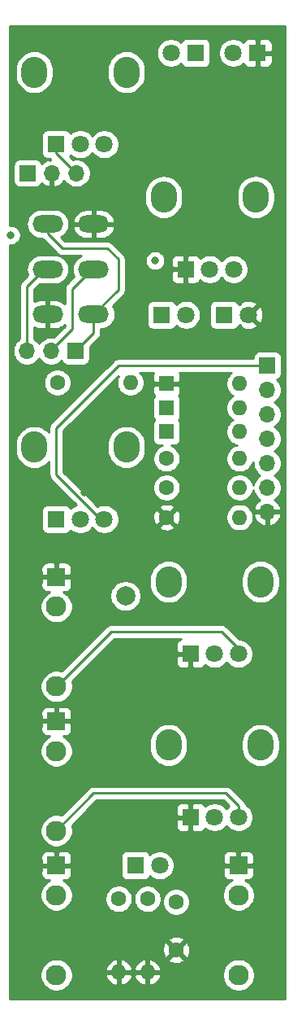
<source format=gbr>
%TF.GenerationSoftware,KiCad,Pcbnew,5.1.9+dfsg1-1~bpo10+1*%
%TF.CreationDate,2022-03-11T22:19:31+08:00*%
%TF.ProjectId,MiniVCF  v1.1 -  Control,4d696e69-5643-4462-9020-76312e31202d,rev?*%
%TF.SameCoordinates,Original*%
%TF.FileFunction,Copper,L2,Bot*%
%TF.FilePolarity,Positive*%
%FSLAX46Y46*%
G04 Gerber Fmt 4.6, Leading zero omitted, Abs format (unit mm)*
G04 Created by KiCad (PCBNEW 5.1.9+dfsg1-1~bpo10+1) date 2022-03-11 22:19:31*
%MOMM*%
%LPD*%
G01*
G04 APERTURE LIST*
%TA.AperFunction,ComponentPad*%
%ADD10R,1.800000X1.800000*%
%TD*%
%TA.AperFunction,ComponentPad*%
%ADD11C,1.800000*%
%TD*%
%TA.AperFunction,ComponentPad*%
%ADD12C,2.000000*%
%TD*%
%TA.AperFunction,ComponentPad*%
%ADD13O,2.720000X3.240000*%
%TD*%
%TA.AperFunction,ComponentPad*%
%ADD14C,1.600000*%
%TD*%
%TA.AperFunction,ComponentPad*%
%ADD15O,1.600000X1.600000*%
%TD*%
%TA.AperFunction,ComponentPad*%
%ADD16R,1.600000X1.600000*%
%TD*%
%TA.AperFunction,ComponentPad*%
%ADD17C,2.130000*%
%TD*%
%TA.AperFunction,ComponentPad*%
%ADD18R,1.930000X1.830000*%
%TD*%
%TA.AperFunction,ComponentPad*%
%ADD19R,1.700000X1.700000*%
%TD*%
%TA.AperFunction,ComponentPad*%
%ADD20O,1.700000X1.700000*%
%TD*%
%TA.AperFunction,ComponentPad*%
%ADD21O,3.200000X1.800000*%
%TD*%
%TA.AperFunction,ViaPad*%
%ADD22C,0.800000*%
%TD*%
%TA.AperFunction,Conductor*%
%ADD23C,0.250000*%
%TD*%
%TA.AperFunction,Conductor*%
%ADD24C,0.254000*%
%TD*%
%TA.AperFunction,Conductor*%
%ADD25C,0.100000*%
%TD*%
G04 APERTURE END LIST*
D10*
%TO.P,D13,1*%
%TO.N,Net-(D12-Pad2)*%
X95000000Y-83750000D03*
D11*
%TO.P,D13,2*%
%TO.N,GND1*%
X97540000Y-83750000D03*
%TD*%
%TO.P,D12,2*%
%TO.N,Net-(D12-Pad2)*%
X91040000Y-83750000D03*
D10*
%TO.P,D12,1*%
%TO.N,A_CLIPPING_LEDS*%
X88500000Y-83750000D03*
%TD*%
D12*
%TO.P,REF\u002A\u002A,1*%
%TO.N,N/C*%
X84709000Y-112980000D03*
%TD*%
D10*
%TO.P,POST_LPF1,1*%
%TO.N,Net-(C14-Pad2)*%
X77500000Y-105000000D03*
D11*
%TO.P,POST_LPF1,3*%
%TO.N,A_AUDIO_OUT*%
X82500000Y-105000000D03*
%TO.P,POST_LPF1,2*%
%TO.N,Net-(C14-Pad2)*%
X80000000Y-105000000D03*
D13*
%TO.P,POST_LPF1,*%
%TO.N,*%
X84800000Y-97500000D03*
X75200000Y-97500000D03*
%TD*%
D14*
%TO.P,C14,2*%
%TO.N,Net-(C14-Pad2)*%
X90000000Y-144800000D03*
%TO.P,C14,1*%
%TO.N,GND1*%
X90000000Y-149800000D03*
%TD*%
D15*
%TO.P,D7,2*%
%TO.N,A_CV_IN*%
X96620000Y-95900000D03*
D16*
%TO.P,D7,1*%
%TO.N,Net-(D7-Pad1)*%
X89000000Y-95900000D03*
%TD*%
%TO.P,D8,1*%
%TO.N,Net-(D8-Pad1)*%
X89000000Y-93400000D03*
D15*
%TO.P,D8,2*%
%TO.N,Net-(D7-Pad1)*%
X96620000Y-93400000D03*
%TD*%
%TO.P,D9,2*%
%TO.N,Net-(D8-Pad1)*%
X96620000Y-90900000D03*
D16*
%TO.P,D9,1*%
%TO.N,GND1*%
X89000000Y-90900000D03*
%TD*%
D15*
%TO.P,R13,2*%
%TO.N,A_CV_IN*%
X85220000Y-90800000D03*
D14*
%TO.P,R13,1*%
%TO.N,Net-(CUTOFF1-Pad2)*%
X77600000Y-90800000D03*
%TD*%
%TO.P,R14,1*%
%TO.N,Net-(CV_AMT1-Pad2)*%
X89000000Y-98700000D03*
D15*
%TO.P,R14,2*%
%TO.N,A_CV_IN*%
X96620000Y-98700000D03*
%TD*%
%TO.P,R15,2*%
%TO.N,A_CV_IN*%
X96620000Y-104800000D03*
D14*
%TO.P,R15,1*%
%TO.N,GND1*%
X89000000Y-104800000D03*
%TD*%
D15*
%TO.P,R20,2*%
%TO.N,GND1*%
X87000000Y-152120000D03*
D14*
%TO.P,R20,1*%
%TO.N,Net-(C14-Pad2)*%
X87000000Y-144500000D03*
%TD*%
D15*
%TO.P,R22,2*%
%TO.N,A_CV_IN*%
X96620000Y-101700000D03*
D14*
%TO.P,R22,1*%
%TO.N,Net-(CV_AMT2-Pad2)*%
X89000000Y-101700000D03*
%TD*%
D15*
%TO.P,R23,2*%
%TO.N,GND1*%
X84000000Y-152120000D03*
D14*
%TO.P,R23,1*%
%TO.N,Net-(D16-Pad1)*%
X84000000Y-144500000D03*
%TD*%
D10*
%TO.P,CUTOFF1,1*%
%TO.N,NEG12V_1*%
X77500000Y-66000000D03*
D11*
%TO.P,CUTOFF1,3*%
%TO.N,POS12V_1*%
X82500000Y-66000000D03*
%TO.P,CUTOFF1,2*%
%TO.N,Net-(CUTOFF1-Pad2)*%
X80000000Y-66000000D03*
D13*
%TO.P,CUTOFF1,*%
%TO.N,*%
X84800000Y-58500000D03*
X75200000Y-58500000D03*
%TD*%
%TO.P,CV_AMT1,*%
%TO.N,*%
X89200000Y-111500000D03*
X98800000Y-111500000D03*
D11*
%TO.P,CV_AMT1,2*%
%TO.N,Net-(CV_AMT1-Pad2)*%
X94000000Y-119000000D03*
%TO.P,CV_AMT1,3*%
%TO.N,Net-(CV_AMT1-Pad3)*%
X96500000Y-119000000D03*
D10*
%TO.P,CV_AMT1,1*%
%TO.N,GND1*%
X91500000Y-119000000D03*
%TD*%
%TO.P,CV_AMT2,1*%
%TO.N,GND1*%
X91500000Y-136000000D03*
D11*
%TO.P,CV_AMT2,3*%
%TO.N,Net-(CV_AMT2-Pad3)*%
X96500000Y-136000000D03*
%TO.P,CV_AMT2,2*%
%TO.N,Net-(CV_AMT2-Pad2)*%
X94000000Y-136000000D03*
D13*
%TO.P,CV_AMT2,*%
%TO.N,*%
X98800000Y-128500000D03*
X89200000Y-128500000D03*
%TD*%
D11*
%TO.P,D14,2*%
%TO.N,A_CLIPPING_LEDS*%
X89460000Y-56500000D03*
D10*
%TO.P,D14,1*%
%TO.N,Net-(D14-Pad1)*%
X92000000Y-56500000D03*
%TD*%
%TO.P,D15,1*%
%TO.N,GND1*%
X98500000Y-56500000D03*
D11*
%TO.P,D15,2*%
%TO.N,Net-(D14-Pad1)*%
X95960000Y-56500000D03*
%TD*%
D10*
%TO.P,D16,1*%
%TO.N,Net-(D16-Pad1)*%
X85750000Y-141000000D03*
D11*
%TO.P,D16,2*%
%TO.N,POS12V_1*%
X88290000Y-141000000D03*
%TD*%
D17*
%TO.P,J3,T*%
%TO.N,A_AUDIO_IN*%
X77500000Y-152400000D03*
%TO.P,J3,TN*%
%TO.N,N/C*%
X77500000Y-144100000D03*
D18*
%TO.P,J3,S*%
%TO.N,GND1*%
X77500000Y-141000000D03*
%TD*%
D17*
%TO.P,J4,T*%
%TO.N,Net-(CV_AMT1-Pad3)*%
X77500000Y-122400000D03*
%TO.P,J4,TN*%
%TO.N,N/C*%
X77500000Y-114100000D03*
D18*
%TO.P,J4,S*%
%TO.N,GND1*%
X77500000Y-111000000D03*
%TD*%
%TO.P,J5,S*%
%TO.N,GND1*%
X96500000Y-141000000D03*
D17*
%TO.P,J5,TN*%
%TO.N,N/C*%
X96500000Y-144100000D03*
%TO.P,J5,T*%
%TO.N,Net-(C14-Pad2)*%
X96500000Y-152400000D03*
%TD*%
D19*
%TO.P,J6,1*%
%TO.N,POS12V_1*%
X74500000Y-69000000D03*
D20*
%TO.P,J6,2*%
%TO.N,GND1*%
X77040000Y-69000000D03*
%TO.P,J6,3*%
%TO.N,NEG12V_1*%
X79580000Y-69000000D03*
%TD*%
D19*
%TO.P,J9,1*%
%TO.N,A_AUDIO_OUT*%
X99500000Y-89000000D03*
D20*
%TO.P,J9,2*%
%TO.N,A_CLIPPING_LEDS*%
X99500000Y-91540000D03*
%TO.P,J9,3*%
%TO.N,A_CV_IN*%
X99500000Y-94080000D03*
%TO.P,J9,4*%
%TO.N,A_6*%
X99500000Y-96620000D03*
%TO.P,J9,5*%
%TO.N,A_5*%
X99500000Y-99160000D03*
%TO.P,J9,6*%
%TO.N,A_AUDIO_IN*%
X99500000Y-101700000D03*
%TO.P,J9,7*%
%TO.N,GND1*%
X99500000Y-104240000D03*
%TD*%
D18*
%TO.P,J10,S*%
%TO.N,GND1*%
X77500000Y-126000000D03*
D17*
%TO.P,J10,TN*%
%TO.N,N/C*%
X77500000Y-129100000D03*
%TO.P,J10,T*%
%TO.N,Net-(CV_AMT2-Pad3)*%
X77500000Y-137400000D03*
%TD*%
D20*
%TO.P,J11,3*%
%TO.N,A_9*%
X74420000Y-87500000D03*
%TO.P,J11,2*%
%TO.N,A_7*%
X76960000Y-87500000D03*
D19*
%TO.P,J11,1*%
%TO.N,A_8*%
X79500000Y-87500000D03*
%TD*%
D13*
%TO.P,RESO2,*%
%TO.N,*%
X88700000Y-71500000D03*
X98300000Y-71500000D03*
D11*
%TO.P,RESO2,2*%
%TO.N,A_6*%
X93500000Y-79000000D03*
%TO.P,RESO2,3*%
%TO.N,A_5*%
X96000000Y-79000000D03*
D10*
%TO.P,RESO2,1*%
%TO.N,GND1*%
X91000000Y-79000000D03*
%TD*%
D21*
%TO.P,LP_BP_SWITCH1,2*%
%TO.N,A_7*%
X81400000Y-79000000D03*
%TO.P,LP_BP_SWITCH1,1*%
%TO.N,A_8*%
X81400000Y-83700000D03*
%TO.P,LP_BP_SWITCH1,3*%
%TO.N,GND1*%
X81400000Y-74300000D03*
%TO.P,LP_BP_SWITCH1,5*%
%TO.N,A_9*%
X76600000Y-79000000D03*
%TO.P,LP_BP_SWITCH1,4*%
%TO.N,GND1*%
X76600000Y-83700000D03*
%TO.P,LP_BP_SWITCH1,6*%
%TO.N,A_8*%
X76600000Y-74300000D03*
%TD*%
D22*
%TO.N,*%
X87800000Y-78100000D03*
%TO.N,Net-(CUTOFF1-Pad2)*%
X72750000Y-75450000D03*
%TO.N,GND1*%
X92000000Y-68500000D03*
X94000000Y-68500000D03*
X93000000Y-71500000D03*
X94000000Y-74000000D03*
X96500000Y-67500000D03*
X97500000Y-65500000D03*
X89500000Y-65500000D03*
X83000000Y-62000000D03*
X81500000Y-61500000D03*
X79000000Y-63500000D03*
X76500000Y-62500000D03*
X82000000Y-58500000D03*
X82000000Y-55500000D03*
X80500000Y-56000000D03*
X77500000Y-55000000D03*
X86500000Y-85500000D03*
X85000000Y-87000000D03*
X87500000Y-87000000D03*
X74000000Y-106000000D03*
X75000000Y-108500000D03*
X74000000Y-110500000D03*
X74000000Y-112500000D03*
X75000000Y-115000000D03*
X73500000Y-121500000D03*
X74500000Y-119000000D03*
X75000000Y-120000000D03*
X79000000Y-117500000D03*
X84000000Y-111000000D03*
X82000000Y-109000000D03*
X81500000Y-112500000D03*
X91000000Y-108500000D03*
X92000000Y-110500000D03*
X90500000Y-115000000D03*
X95500000Y-116000000D03*
X95500000Y-113000000D03*
X97000000Y-116000000D03*
X94000000Y-125500000D03*
X95500000Y-126000000D03*
X95000000Y-128000000D03*
X95500000Y-130500000D03*
X97000000Y-132000000D03*
X99000000Y-133000000D03*
X93500000Y-139000000D03*
X92500000Y-140000000D03*
X92000000Y-142000000D03*
X94000000Y-143000000D03*
X93000000Y-148000000D03*
X94000000Y-149000000D03*
X93500000Y-150500000D03*
X87500000Y-148000000D03*
X86000000Y-149000000D03*
X84500000Y-148500000D03*
X84000000Y-148000000D03*
X81000000Y-146000000D03*
X82000000Y-150000000D03*
X80000000Y-151500000D03*
X73500000Y-146500000D03*
X74000000Y-149500000D03*
X75000000Y-150500000D03*
X74000000Y-152000000D03*
X74500000Y-143500000D03*
X74500000Y-136000000D03*
X76000000Y-135000000D03*
X74500000Y-132000000D03*
X81000000Y-130500000D03*
X90000000Y-131500000D03*
X99000000Y-138500000D03*
X80700000Y-95400000D03*
X78700000Y-96400000D03*
X80400000Y-102200000D03*
X80000000Y-99700000D03*
X76700000Y-93500000D03*
X75300000Y-92300000D03*
X74800000Y-94100000D03*
X75500000Y-101600000D03*
X73500000Y-78800000D03*
X84300000Y-74700000D03*
X79500000Y-72600000D03*
X84000000Y-83000000D03*
X87200000Y-76700000D03*
X90400000Y-75700000D03*
X73400000Y-91500000D03*
%TD*%
D23*
%TO.N,NEG12V_1*%
X77500000Y-66920000D02*
X79580000Y-69000000D01*
X77500000Y-66000000D02*
X77500000Y-66920000D01*
%TO.N,Net-(CV_AMT1-Pad3)*%
X96500000Y-118471000D02*
X96500000Y-119000000D01*
X94742000Y-116713000D02*
X96500000Y-118471000D01*
X83209001Y-116713000D02*
X94742000Y-116713000D01*
X77500000Y-122400000D02*
X77522001Y-122400000D01*
X77522001Y-122400000D02*
X83209001Y-116713000D01*
%TO.N,Net-(CV_AMT2-Pad3)*%
X96500000Y-134800000D02*
X96500000Y-136000000D01*
X95200000Y-133500000D02*
X96500000Y-134800000D01*
X77500000Y-137400000D02*
X81400000Y-133500000D01*
X81400000Y-133500000D02*
X95200000Y-133500000D01*
%TO.N,A_7*%
X76960000Y-87378000D02*
X76960000Y-87500000D01*
X79121000Y-85217000D02*
X76960000Y-87378000D01*
X79121000Y-81026000D02*
X79121000Y-85217000D01*
X81400000Y-79000000D02*
X81147000Y-79000000D01*
X81147000Y-79000000D02*
X79121000Y-81026000D01*
%TO.N,A_8*%
X81400000Y-85600000D02*
X79500000Y-87500000D01*
X81400000Y-83700000D02*
X81400000Y-85600000D01*
X83947000Y-81153000D02*
X81400000Y-83700000D01*
X83947000Y-77947000D02*
X83947000Y-81153000D01*
X82835000Y-76835000D02*
X83947000Y-77947000D01*
X78105000Y-76835000D02*
X82835000Y-76835000D01*
X76600000Y-74300000D02*
X76600000Y-75330000D01*
X76600000Y-75330000D02*
X78105000Y-76835000D01*
%TO.N,A_9*%
X76600000Y-79000000D02*
X76194000Y-79000000D01*
X74420000Y-80774000D02*
X74420000Y-87500000D01*
X76194000Y-79000000D02*
X74420000Y-80774000D01*
%TO.N,A_AUDIO_OUT*%
X99500000Y-89000000D02*
X84000000Y-89000000D01*
X84000000Y-89000000D02*
X77500000Y-95500000D01*
X82126998Y-105000000D02*
X82500000Y-105000000D01*
X77500000Y-100373002D02*
X82126998Y-105000000D01*
X77500000Y-95500000D02*
X77500000Y-100373002D01*
%TD*%
D24*
%TO.N,GND1*%
X101340000Y-154840000D02*
X72660000Y-154840000D01*
X72660000Y-152232565D01*
X75800000Y-152232565D01*
X75800000Y-152567435D01*
X75865330Y-152895872D01*
X75993479Y-153205252D01*
X76179523Y-153483687D01*
X76416313Y-153720477D01*
X76694748Y-153906521D01*
X77004128Y-154034670D01*
X77332565Y-154100000D01*
X77667435Y-154100000D01*
X77995872Y-154034670D01*
X78305252Y-153906521D01*
X78583687Y-153720477D01*
X78820477Y-153483687D01*
X79006521Y-153205252D01*
X79134670Y-152895872D01*
X79200000Y-152567435D01*
X79200000Y-152469040D01*
X82608091Y-152469040D01*
X82702930Y-152733881D01*
X82847615Y-152975131D01*
X83036586Y-153183519D01*
X83262580Y-153351037D01*
X83516913Y-153471246D01*
X83650961Y-153511904D01*
X83873000Y-153389915D01*
X83873000Y-152247000D01*
X84127000Y-152247000D01*
X84127000Y-153389915D01*
X84349039Y-153511904D01*
X84483087Y-153471246D01*
X84737420Y-153351037D01*
X84963414Y-153183519D01*
X85152385Y-152975131D01*
X85297070Y-152733881D01*
X85391909Y-152469040D01*
X85608091Y-152469040D01*
X85702930Y-152733881D01*
X85847615Y-152975131D01*
X86036586Y-153183519D01*
X86262580Y-153351037D01*
X86516913Y-153471246D01*
X86650961Y-153511904D01*
X86873000Y-153389915D01*
X86873000Y-152247000D01*
X87127000Y-152247000D01*
X87127000Y-153389915D01*
X87349039Y-153511904D01*
X87483087Y-153471246D01*
X87737420Y-153351037D01*
X87963414Y-153183519D01*
X88152385Y-152975131D01*
X88297070Y-152733881D01*
X88391909Y-152469040D01*
X88270624Y-152247000D01*
X87127000Y-152247000D01*
X86873000Y-152247000D01*
X85729376Y-152247000D01*
X85608091Y-152469040D01*
X85391909Y-152469040D01*
X85270624Y-152247000D01*
X84127000Y-152247000D01*
X83873000Y-152247000D01*
X82729376Y-152247000D01*
X82608091Y-152469040D01*
X79200000Y-152469040D01*
X79200000Y-152232565D01*
X94800000Y-152232565D01*
X94800000Y-152567435D01*
X94865330Y-152895872D01*
X94993479Y-153205252D01*
X95179523Y-153483687D01*
X95416313Y-153720477D01*
X95694748Y-153906521D01*
X96004128Y-154034670D01*
X96332565Y-154100000D01*
X96667435Y-154100000D01*
X96995872Y-154034670D01*
X97305252Y-153906521D01*
X97583687Y-153720477D01*
X97820477Y-153483687D01*
X98006521Y-153205252D01*
X98134670Y-152895872D01*
X98200000Y-152567435D01*
X98200000Y-152232565D01*
X98134670Y-151904128D01*
X98006521Y-151594748D01*
X97820477Y-151316313D01*
X97583687Y-151079523D01*
X97305252Y-150893479D01*
X96995872Y-150765330D01*
X96667435Y-150700000D01*
X96332565Y-150700000D01*
X96004128Y-150765330D01*
X95694748Y-150893479D01*
X95416313Y-151079523D01*
X95179523Y-151316313D01*
X94993479Y-151594748D01*
X94865330Y-151904128D01*
X94800000Y-152232565D01*
X79200000Y-152232565D01*
X79134670Y-151904128D01*
X79079511Y-151770960D01*
X82608091Y-151770960D01*
X82729376Y-151993000D01*
X83873000Y-151993000D01*
X83873000Y-150850085D01*
X84127000Y-150850085D01*
X84127000Y-151993000D01*
X85270624Y-151993000D01*
X85391909Y-151770960D01*
X85608091Y-151770960D01*
X85729376Y-151993000D01*
X86873000Y-151993000D01*
X86873000Y-150850085D01*
X87127000Y-150850085D01*
X87127000Y-151993000D01*
X88270624Y-151993000D01*
X88391909Y-151770960D01*
X88297070Y-151506119D01*
X88152385Y-151264869D01*
X87963414Y-151056481D01*
X87737420Y-150888963D01*
X87533756Y-150792702D01*
X89186903Y-150792702D01*
X89258486Y-151036671D01*
X89513996Y-151157571D01*
X89788184Y-151226300D01*
X90070512Y-151240217D01*
X90350130Y-151198787D01*
X90616292Y-151103603D01*
X90741514Y-151036671D01*
X90813097Y-150792702D01*
X90000000Y-149979605D01*
X89186903Y-150792702D01*
X87533756Y-150792702D01*
X87483087Y-150768754D01*
X87349039Y-150728096D01*
X87127000Y-150850085D01*
X86873000Y-150850085D01*
X86650961Y-150728096D01*
X86516913Y-150768754D01*
X86262580Y-150888963D01*
X86036586Y-151056481D01*
X85847615Y-151264869D01*
X85702930Y-151506119D01*
X85608091Y-151770960D01*
X85391909Y-151770960D01*
X85297070Y-151506119D01*
X85152385Y-151264869D01*
X84963414Y-151056481D01*
X84737420Y-150888963D01*
X84483087Y-150768754D01*
X84349039Y-150728096D01*
X84127000Y-150850085D01*
X83873000Y-150850085D01*
X83650961Y-150728096D01*
X83516913Y-150768754D01*
X83262580Y-150888963D01*
X83036586Y-151056481D01*
X82847615Y-151264869D01*
X82702930Y-151506119D01*
X82608091Y-151770960D01*
X79079511Y-151770960D01*
X79006521Y-151594748D01*
X78820477Y-151316313D01*
X78583687Y-151079523D01*
X78305252Y-150893479D01*
X77995872Y-150765330D01*
X77667435Y-150700000D01*
X77332565Y-150700000D01*
X77004128Y-150765330D01*
X76694748Y-150893479D01*
X76416313Y-151079523D01*
X76179523Y-151316313D01*
X75993479Y-151594748D01*
X75865330Y-151904128D01*
X75800000Y-152232565D01*
X72660000Y-152232565D01*
X72660000Y-149870512D01*
X88559783Y-149870512D01*
X88601213Y-150150130D01*
X88696397Y-150416292D01*
X88763329Y-150541514D01*
X89007298Y-150613097D01*
X89820395Y-149800000D01*
X90179605Y-149800000D01*
X90992702Y-150613097D01*
X91236671Y-150541514D01*
X91357571Y-150286004D01*
X91426300Y-150011816D01*
X91440217Y-149729488D01*
X91398787Y-149449870D01*
X91303603Y-149183708D01*
X91236671Y-149058486D01*
X90992702Y-148986903D01*
X90179605Y-149800000D01*
X89820395Y-149800000D01*
X89007298Y-148986903D01*
X88763329Y-149058486D01*
X88642429Y-149313996D01*
X88573700Y-149588184D01*
X88559783Y-149870512D01*
X72660000Y-149870512D01*
X72660000Y-148807298D01*
X89186903Y-148807298D01*
X90000000Y-149620395D01*
X90813097Y-148807298D01*
X90741514Y-148563329D01*
X90486004Y-148442429D01*
X90211816Y-148373700D01*
X89929488Y-148359783D01*
X89649870Y-148401213D01*
X89383708Y-148496397D01*
X89258486Y-148563329D01*
X89186903Y-148807298D01*
X72660000Y-148807298D01*
X72660000Y-143932565D01*
X75800000Y-143932565D01*
X75800000Y-144267435D01*
X75865330Y-144595872D01*
X75993479Y-144905252D01*
X76179523Y-145183687D01*
X76416313Y-145420477D01*
X76694748Y-145606521D01*
X77004128Y-145734670D01*
X77332565Y-145800000D01*
X77667435Y-145800000D01*
X77995872Y-145734670D01*
X78305252Y-145606521D01*
X78583687Y-145420477D01*
X78820477Y-145183687D01*
X79006521Y-144905252D01*
X79134670Y-144595872D01*
X79181853Y-144358665D01*
X82565000Y-144358665D01*
X82565000Y-144641335D01*
X82620147Y-144918574D01*
X82728320Y-145179727D01*
X82885363Y-145414759D01*
X83085241Y-145614637D01*
X83320273Y-145771680D01*
X83581426Y-145879853D01*
X83858665Y-145935000D01*
X84141335Y-145935000D01*
X84418574Y-145879853D01*
X84679727Y-145771680D01*
X84914759Y-145614637D01*
X85114637Y-145414759D01*
X85271680Y-145179727D01*
X85379853Y-144918574D01*
X85435000Y-144641335D01*
X85435000Y-144358665D01*
X85565000Y-144358665D01*
X85565000Y-144641335D01*
X85620147Y-144918574D01*
X85728320Y-145179727D01*
X85885363Y-145414759D01*
X86085241Y-145614637D01*
X86320273Y-145771680D01*
X86581426Y-145879853D01*
X86858665Y-145935000D01*
X87141335Y-145935000D01*
X87418574Y-145879853D01*
X87679727Y-145771680D01*
X87914759Y-145614637D01*
X88114637Y-145414759D01*
X88271680Y-145179727D01*
X88379853Y-144918574D01*
X88431552Y-144658665D01*
X88565000Y-144658665D01*
X88565000Y-144941335D01*
X88620147Y-145218574D01*
X88728320Y-145479727D01*
X88885363Y-145714759D01*
X89085241Y-145914637D01*
X89320273Y-146071680D01*
X89581426Y-146179853D01*
X89858665Y-146235000D01*
X90141335Y-146235000D01*
X90418574Y-146179853D01*
X90679727Y-146071680D01*
X90914759Y-145914637D01*
X91114637Y-145714759D01*
X91271680Y-145479727D01*
X91379853Y-145218574D01*
X91435000Y-144941335D01*
X91435000Y-144658665D01*
X91379853Y-144381426D01*
X91271680Y-144120273D01*
X91146258Y-143932565D01*
X94800000Y-143932565D01*
X94800000Y-144267435D01*
X94865330Y-144595872D01*
X94993479Y-144905252D01*
X95179523Y-145183687D01*
X95416313Y-145420477D01*
X95694748Y-145606521D01*
X96004128Y-145734670D01*
X96332565Y-145800000D01*
X96667435Y-145800000D01*
X96995872Y-145734670D01*
X97305252Y-145606521D01*
X97583687Y-145420477D01*
X97820477Y-145183687D01*
X98006521Y-144905252D01*
X98134670Y-144595872D01*
X98200000Y-144267435D01*
X98200000Y-143932565D01*
X98134670Y-143604128D01*
X98006521Y-143294748D01*
X97820477Y-143016313D01*
X97583687Y-142779523D01*
X97305252Y-142593479D01*
X97204860Y-142551895D01*
X97465000Y-142553072D01*
X97589482Y-142540812D01*
X97709180Y-142504502D01*
X97819494Y-142445537D01*
X97916185Y-142366185D01*
X97995537Y-142269494D01*
X98054502Y-142159180D01*
X98090812Y-142039482D01*
X98103072Y-141915000D01*
X98100000Y-141285750D01*
X97941250Y-141127000D01*
X96627000Y-141127000D01*
X96627000Y-141147000D01*
X96373000Y-141147000D01*
X96373000Y-141127000D01*
X95058750Y-141127000D01*
X94900000Y-141285750D01*
X94896928Y-141915000D01*
X94909188Y-142039482D01*
X94945498Y-142159180D01*
X95004463Y-142269494D01*
X95083815Y-142366185D01*
X95180506Y-142445537D01*
X95290820Y-142504502D01*
X95410518Y-142540812D01*
X95535000Y-142553072D01*
X95795140Y-142551895D01*
X95694748Y-142593479D01*
X95416313Y-142779523D01*
X95179523Y-143016313D01*
X94993479Y-143294748D01*
X94865330Y-143604128D01*
X94800000Y-143932565D01*
X91146258Y-143932565D01*
X91114637Y-143885241D01*
X90914759Y-143685363D01*
X90679727Y-143528320D01*
X90418574Y-143420147D01*
X90141335Y-143365000D01*
X89858665Y-143365000D01*
X89581426Y-143420147D01*
X89320273Y-143528320D01*
X89085241Y-143685363D01*
X88885363Y-143885241D01*
X88728320Y-144120273D01*
X88620147Y-144381426D01*
X88565000Y-144658665D01*
X88431552Y-144658665D01*
X88435000Y-144641335D01*
X88435000Y-144358665D01*
X88379853Y-144081426D01*
X88271680Y-143820273D01*
X88114637Y-143585241D01*
X87914759Y-143385363D01*
X87679727Y-143228320D01*
X87418574Y-143120147D01*
X87141335Y-143065000D01*
X86858665Y-143065000D01*
X86581426Y-143120147D01*
X86320273Y-143228320D01*
X86085241Y-143385363D01*
X85885363Y-143585241D01*
X85728320Y-143820273D01*
X85620147Y-144081426D01*
X85565000Y-144358665D01*
X85435000Y-144358665D01*
X85379853Y-144081426D01*
X85271680Y-143820273D01*
X85114637Y-143585241D01*
X84914759Y-143385363D01*
X84679727Y-143228320D01*
X84418574Y-143120147D01*
X84141335Y-143065000D01*
X83858665Y-143065000D01*
X83581426Y-143120147D01*
X83320273Y-143228320D01*
X83085241Y-143385363D01*
X82885363Y-143585241D01*
X82728320Y-143820273D01*
X82620147Y-144081426D01*
X82565000Y-144358665D01*
X79181853Y-144358665D01*
X79200000Y-144267435D01*
X79200000Y-143932565D01*
X79134670Y-143604128D01*
X79006521Y-143294748D01*
X78820477Y-143016313D01*
X78583687Y-142779523D01*
X78305252Y-142593479D01*
X78204860Y-142551895D01*
X78465000Y-142553072D01*
X78589482Y-142540812D01*
X78709180Y-142504502D01*
X78819494Y-142445537D01*
X78916185Y-142366185D01*
X78995537Y-142269494D01*
X79054502Y-142159180D01*
X79090812Y-142039482D01*
X79103072Y-141915000D01*
X79100000Y-141285750D01*
X78941250Y-141127000D01*
X77627000Y-141127000D01*
X77627000Y-141147000D01*
X77373000Y-141147000D01*
X77373000Y-141127000D01*
X76058750Y-141127000D01*
X75900000Y-141285750D01*
X75896928Y-141915000D01*
X75909188Y-142039482D01*
X75945498Y-142159180D01*
X76004463Y-142269494D01*
X76083815Y-142366185D01*
X76180506Y-142445537D01*
X76290820Y-142504502D01*
X76410518Y-142540812D01*
X76535000Y-142553072D01*
X76795140Y-142551895D01*
X76694748Y-142593479D01*
X76416313Y-142779523D01*
X76179523Y-143016313D01*
X75993479Y-143294748D01*
X75865330Y-143604128D01*
X75800000Y-143932565D01*
X72660000Y-143932565D01*
X72660000Y-140085000D01*
X75896928Y-140085000D01*
X75900000Y-140714250D01*
X76058750Y-140873000D01*
X77373000Y-140873000D01*
X77373000Y-139608750D01*
X77627000Y-139608750D01*
X77627000Y-140873000D01*
X78941250Y-140873000D01*
X79100000Y-140714250D01*
X79102998Y-140100000D01*
X84211928Y-140100000D01*
X84211928Y-141900000D01*
X84224188Y-142024482D01*
X84260498Y-142144180D01*
X84319463Y-142254494D01*
X84398815Y-142351185D01*
X84495506Y-142430537D01*
X84605820Y-142489502D01*
X84725518Y-142525812D01*
X84850000Y-142538072D01*
X86650000Y-142538072D01*
X86774482Y-142525812D01*
X86894180Y-142489502D01*
X87004494Y-142430537D01*
X87101185Y-142351185D01*
X87180537Y-142254494D01*
X87239502Y-142144180D01*
X87245056Y-142125873D01*
X87311495Y-142192312D01*
X87562905Y-142360299D01*
X87842257Y-142476011D01*
X88138816Y-142535000D01*
X88441184Y-142535000D01*
X88737743Y-142476011D01*
X89017095Y-142360299D01*
X89268505Y-142192312D01*
X89482312Y-141978505D01*
X89650299Y-141727095D01*
X89766011Y-141447743D01*
X89825000Y-141151184D01*
X89825000Y-140848816D01*
X89766011Y-140552257D01*
X89650299Y-140272905D01*
X89524745Y-140085000D01*
X94896928Y-140085000D01*
X94900000Y-140714250D01*
X95058750Y-140873000D01*
X96373000Y-140873000D01*
X96373000Y-139608750D01*
X96627000Y-139608750D01*
X96627000Y-140873000D01*
X97941250Y-140873000D01*
X98100000Y-140714250D01*
X98103072Y-140085000D01*
X98090812Y-139960518D01*
X98054502Y-139840820D01*
X97995537Y-139730506D01*
X97916185Y-139633815D01*
X97819494Y-139554463D01*
X97709180Y-139495498D01*
X97589482Y-139459188D01*
X97465000Y-139446928D01*
X96785750Y-139450000D01*
X96627000Y-139608750D01*
X96373000Y-139608750D01*
X96214250Y-139450000D01*
X95535000Y-139446928D01*
X95410518Y-139459188D01*
X95290820Y-139495498D01*
X95180506Y-139554463D01*
X95083815Y-139633815D01*
X95004463Y-139730506D01*
X94945498Y-139840820D01*
X94909188Y-139960518D01*
X94896928Y-140085000D01*
X89524745Y-140085000D01*
X89482312Y-140021495D01*
X89268505Y-139807688D01*
X89017095Y-139639701D01*
X88737743Y-139523989D01*
X88441184Y-139465000D01*
X88138816Y-139465000D01*
X87842257Y-139523989D01*
X87562905Y-139639701D01*
X87311495Y-139807688D01*
X87245056Y-139874127D01*
X87239502Y-139855820D01*
X87180537Y-139745506D01*
X87101185Y-139648815D01*
X87004494Y-139569463D01*
X86894180Y-139510498D01*
X86774482Y-139474188D01*
X86650000Y-139461928D01*
X84850000Y-139461928D01*
X84725518Y-139474188D01*
X84605820Y-139510498D01*
X84495506Y-139569463D01*
X84398815Y-139648815D01*
X84319463Y-139745506D01*
X84260498Y-139855820D01*
X84224188Y-139975518D01*
X84211928Y-140100000D01*
X79102998Y-140100000D01*
X79103072Y-140085000D01*
X79090812Y-139960518D01*
X79054502Y-139840820D01*
X78995537Y-139730506D01*
X78916185Y-139633815D01*
X78819494Y-139554463D01*
X78709180Y-139495498D01*
X78589482Y-139459188D01*
X78465000Y-139446928D01*
X77785750Y-139450000D01*
X77627000Y-139608750D01*
X77373000Y-139608750D01*
X77214250Y-139450000D01*
X76535000Y-139446928D01*
X76410518Y-139459188D01*
X76290820Y-139495498D01*
X76180506Y-139554463D01*
X76083815Y-139633815D01*
X76004463Y-139730506D01*
X75945498Y-139840820D01*
X75909188Y-139960518D01*
X75896928Y-140085000D01*
X72660000Y-140085000D01*
X72660000Y-137232565D01*
X75800000Y-137232565D01*
X75800000Y-137567435D01*
X75865330Y-137895872D01*
X75993479Y-138205252D01*
X76179523Y-138483687D01*
X76416313Y-138720477D01*
X76694748Y-138906521D01*
X77004128Y-139034670D01*
X77332565Y-139100000D01*
X77667435Y-139100000D01*
X77995872Y-139034670D01*
X78305252Y-138906521D01*
X78583687Y-138720477D01*
X78820477Y-138483687D01*
X79006521Y-138205252D01*
X79134670Y-137895872D01*
X79200000Y-137567435D01*
X79200000Y-137232565D01*
X79134670Y-136904128D01*
X79132961Y-136900000D01*
X89961928Y-136900000D01*
X89974188Y-137024482D01*
X90010498Y-137144180D01*
X90069463Y-137254494D01*
X90148815Y-137351185D01*
X90245506Y-137430537D01*
X90355820Y-137489502D01*
X90475518Y-137525812D01*
X90600000Y-137538072D01*
X91214250Y-137535000D01*
X91373000Y-137376250D01*
X91373000Y-136127000D01*
X90123750Y-136127000D01*
X89965000Y-136285750D01*
X89961928Y-136900000D01*
X79132961Y-136900000D01*
X79115926Y-136858875D01*
X80874801Y-135100000D01*
X89961928Y-135100000D01*
X89965000Y-135714250D01*
X90123750Y-135873000D01*
X91373000Y-135873000D01*
X91373000Y-134623750D01*
X91214250Y-134465000D01*
X90600000Y-134461928D01*
X90475518Y-134474188D01*
X90355820Y-134510498D01*
X90245506Y-134569463D01*
X90148815Y-134648815D01*
X90069463Y-134745506D01*
X90010498Y-134855820D01*
X89974188Y-134975518D01*
X89961928Y-135100000D01*
X80874801Y-135100000D01*
X81714802Y-134260000D01*
X94885199Y-134260000D01*
X95477191Y-134851992D01*
X95307688Y-135021495D01*
X95250000Y-135107831D01*
X95192312Y-135021495D01*
X94978505Y-134807688D01*
X94727095Y-134639701D01*
X94447743Y-134523989D01*
X94151184Y-134465000D01*
X93848816Y-134465000D01*
X93552257Y-134523989D01*
X93272905Y-134639701D01*
X93021495Y-134807688D01*
X92983880Y-134845303D01*
X92930537Y-134745506D01*
X92851185Y-134648815D01*
X92754494Y-134569463D01*
X92644180Y-134510498D01*
X92524482Y-134474188D01*
X92400000Y-134461928D01*
X91785750Y-134465000D01*
X91627000Y-134623750D01*
X91627000Y-135873000D01*
X91647000Y-135873000D01*
X91647000Y-136127000D01*
X91627000Y-136127000D01*
X91627000Y-137376250D01*
X91785750Y-137535000D01*
X92400000Y-137538072D01*
X92524482Y-137525812D01*
X92644180Y-137489502D01*
X92754494Y-137430537D01*
X92851185Y-137351185D01*
X92930537Y-137254494D01*
X92983880Y-137154697D01*
X93021495Y-137192312D01*
X93272905Y-137360299D01*
X93552257Y-137476011D01*
X93848816Y-137535000D01*
X94151184Y-137535000D01*
X94447743Y-137476011D01*
X94727095Y-137360299D01*
X94978505Y-137192312D01*
X95192312Y-136978505D01*
X95250000Y-136892169D01*
X95307688Y-136978505D01*
X95521495Y-137192312D01*
X95772905Y-137360299D01*
X96052257Y-137476011D01*
X96348816Y-137535000D01*
X96651184Y-137535000D01*
X96947743Y-137476011D01*
X97227095Y-137360299D01*
X97478505Y-137192312D01*
X97692312Y-136978505D01*
X97860299Y-136727095D01*
X97976011Y-136447743D01*
X98035000Y-136151184D01*
X98035000Y-135848816D01*
X97976011Y-135552257D01*
X97860299Y-135272905D01*
X97692312Y-135021495D01*
X97478505Y-134807688D01*
X97249354Y-134654574D01*
X97249003Y-134651014D01*
X97205546Y-134507753D01*
X97134974Y-134375724D01*
X97040001Y-134259999D01*
X97011004Y-134236202D01*
X95763804Y-132989003D01*
X95740001Y-132959999D01*
X95624276Y-132865026D01*
X95492247Y-132794454D01*
X95348986Y-132750997D01*
X95237333Y-132740000D01*
X95237322Y-132740000D01*
X95200000Y-132736324D01*
X95162678Y-132740000D01*
X81437323Y-132740000D01*
X81400000Y-132736324D01*
X81362677Y-132740000D01*
X81362667Y-132740000D01*
X81251014Y-132750997D01*
X81107753Y-132794454D01*
X80975723Y-132865026D01*
X80892083Y-132933668D01*
X80859999Y-132959999D01*
X80836201Y-132988997D01*
X78041125Y-135784074D01*
X77995872Y-135765330D01*
X77667435Y-135700000D01*
X77332565Y-135700000D01*
X77004128Y-135765330D01*
X76694748Y-135893479D01*
X76416313Y-136079523D01*
X76179523Y-136316313D01*
X75993479Y-136594748D01*
X75865330Y-136904128D01*
X75800000Y-137232565D01*
X72660000Y-137232565D01*
X72660000Y-128932565D01*
X75800000Y-128932565D01*
X75800000Y-129267435D01*
X75865330Y-129595872D01*
X75993479Y-129905252D01*
X76179523Y-130183687D01*
X76416313Y-130420477D01*
X76694748Y-130606521D01*
X77004128Y-130734670D01*
X77332565Y-130800000D01*
X77667435Y-130800000D01*
X77995872Y-130734670D01*
X78305252Y-130606521D01*
X78583687Y-130420477D01*
X78820477Y-130183687D01*
X79006521Y-129905252D01*
X79134670Y-129595872D01*
X79200000Y-129267435D01*
X79200000Y-128932565D01*
X79134670Y-128604128D01*
X79006521Y-128294748D01*
X78904460Y-128142002D01*
X87205000Y-128142002D01*
X87205000Y-128857997D01*
X87233867Y-129151087D01*
X87347943Y-129527146D01*
X87533193Y-129873725D01*
X87782497Y-130177503D01*
X88086275Y-130426807D01*
X88432853Y-130612057D01*
X88808912Y-130726133D01*
X89200000Y-130764652D01*
X89591087Y-130726133D01*
X89967146Y-130612057D01*
X90313725Y-130426807D01*
X90617503Y-130177503D01*
X90866807Y-129873725D01*
X91052057Y-129527147D01*
X91166133Y-129151088D01*
X91195000Y-128857998D01*
X91195000Y-128142003D01*
X91195000Y-128142002D01*
X96805000Y-128142002D01*
X96805000Y-128857997D01*
X96833867Y-129151087D01*
X96947943Y-129527146D01*
X97133193Y-129873725D01*
X97382497Y-130177503D01*
X97686275Y-130426807D01*
X98032853Y-130612057D01*
X98408912Y-130726133D01*
X98800000Y-130764652D01*
X99191087Y-130726133D01*
X99567146Y-130612057D01*
X99913725Y-130426807D01*
X100217503Y-130177503D01*
X100466807Y-129873725D01*
X100652057Y-129527147D01*
X100766133Y-129151088D01*
X100795000Y-128857998D01*
X100795000Y-128142003D01*
X100766133Y-127848913D01*
X100652057Y-127472853D01*
X100466807Y-127126275D01*
X100217503Y-126822497D01*
X99913725Y-126573193D01*
X99567147Y-126387943D01*
X99191088Y-126273867D01*
X98800000Y-126235348D01*
X98408913Y-126273867D01*
X98032854Y-126387943D01*
X97686276Y-126573193D01*
X97382498Y-126822497D01*
X97133193Y-127126275D01*
X96947943Y-127472853D01*
X96833867Y-127848912D01*
X96805000Y-128142002D01*
X91195000Y-128142002D01*
X91166133Y-127848913D01*
X91052057Y-127472853D01*
X90866807Y-127126275D01*
X90617503Y-126822497D01*
X90313725Y-126573193D01*
X89967147Y-126387943D01*
X89591088Y-126273867D01*
X89200000Y-126235348D01*
X88808913Y-126273867D01*
X88432854Y-126387943D01*
X88086276Y-126573193D01*
X87782498Y-126822497D01*
X87533193Y-127126275D01*
X87347943Y-127472853D01*
X87233867Y-127848912D01*
X87205000Y-128142002D01*
X78904460Y-128142002D01*
X78820477Y-128016313D01*
X78583687Y-127779523D01*
X78305252Y-127593479D01*
X78204860Y-127551895D01*
X78465000Y-127553072D01*
X78589482Y-127540812D01*
X78709180Y-127504502D01*
X78819494Y-127445537D01*
X78916185Y-127366185D01*
X78995537Y-127269494D01*
X79054502Y-127159180D01*
X79090812Y-127039482D01*
X79103072Y-126915000D01*
X79100000Y-126285750D01*
X78941250Y-126127000D01*
X77627000Y-126127000D01*
X77627000Y-126147000D01*
X77373000Y-126147000D01*
X77373000Y-126127000D01*
X76058750Y-126127000D01*
X75900000Y-126285750D01*
X75896928Y-126915000D01*
X75909188Y-127039482D01*
X75945498Y-127159180D01*
X76004463Y-127269494D01*
X76083815Y-127366185D01*
X76180506Y-127445537D01*
X76290820Y-127504502D01*
X76410518Y-127540812D01*
X76535000Y-127553072D01*
X76795140Y-127551895D01*
X76694748Y-127593479D01*
X76416313Y-127779523D01*
X76179523Y-128016313D01*
X75993479Y-128294748D01*
X75865330Y-128604128D01*
X75800000Y-128932565D01*
X72660000Y-128932565D01*
X72660000Y-125085000D01*
X75896928Y-125085000D01*
X75900000Y-125714250D01*
X76058750Y-125873000D01*
X77373000Y-125873000D01*
X77373000Y-124608750D01*
X77627000Y-124608750D01*
X77627000Y-125873000D01*
X78941250Y-125873000D01*
X79100000Y-125714250D01*
X79103072Y-125085000D01*
X79090812Y-124960518D01*
X79054502Y-124840820D01*
X78995537Y-124730506D01*
X78916185Y-124633815D01*
X78819494Y-124554463D01*
X78709180Y-124495498D01*
X78589482Y-124459188D01*
X78465000Y-124446928D01*
X77785750Y-124450000D01*
X77627000Y-124608750D01*
X77373000Y-124608750D01*
X77214250Y-124450000D01*
X76535000Y-124446928D01*
X76410518Y-124459188D01*
X76290820Y-124495498D01*
X76180506Y-124554463D01*
X76083815Y-124633815D01*
X76004463Y-124730506D01*
X75945498Y-124840820D01*
X75909188Y-124960518D01*
X75896928Y-125085000D01*
X72660000Y-125085000D01*
X72660000Y-122232565D01*
X75800000Y-122232565D01*
X75800000Y-122567435D01*
X75865330Y-122895872D01*
X75993479Y-123205252D01*
X76179523Y-123483687D01*
X76416313Y-123720477D01*
X76694748Y-123906521D01*
X77004128Y-124034670D01*
X77332565Y-124100000D01*
X77667435Y-124100000D01*
X77995872Y-124034670D01*
X78305252Y-123906521D01*
X78583687Y-123720477D01*
X78820477Y-123483687D01*
X79006521Y-123205252D01*
X79134670Y-122895872D01*
X79200000Y-122567435D01*
X79200000Y-122232565D01*
X79134670Y-121904128D01*
X79122370Y-121874432D01*
X81096802Y-119900000D01*
X89961928Y-119900000D01*
X89974188Y-120024482D01*
X90010498Y-120144180D01*
X90069463Y-120254494D01*
X90148815Y-120351185D01*
X90245506Y-120430537D01*
X90355820Y-120489502D01*
X90475518Y-120525812D01*
X90600000Y-120538072D01*
X91214250Y-120535000D01*
X91373000Y-120376250D01*
X91373000Y-119127000D01*
X90123750Y-119127000D01*
X89965000Y-119285750D01*
X89961928Y-119900000D01*
X81096802Y-119900000D01*
X83523803Y-117473000D01*
X90487580Y-117473000D01*
X90475518Y-117474188D01*
X90355820Y-117510498D01*
X90245506Y-117569463D01*
X90148815Y-117648815D01*
X90069463Y-117745506D01*
X90010498Y-117855820D01*
X89974188Y-117975518D01*
X89961928Y-118100000D01*
X89965000Y-118714250D01*
X90123750Y-118873000D01*
X91373000Y-118873000D01*
X91373000Y-118853000D01*
X91627000Y-118853000D01*
X91627000Y-118873000D01*
X91647000Y-118873000D01*
X91647000Y-119127000D01*
X91627000Y-119127000D01*
X91627000Y-120376250D01*
X91785750Y-120535000D01*
X92400000Y-120538072D01*
X92524482Y-120525812D01*
X92644180Y-120489502D01*
X92754494Y-120430537D01*
X92851185Y-120351185D01*
X92930537Y-120254494D01*
X92983880Y-120154697D01*
X93021495Y-120192312D01*
X93272905Y-120360299D01*
X93552257Y-120476011D01*
X93848816Y-120535000D01*
X94151184Y-120535000D01*
X94447743Y-120476011D01*
X94727095Y-120360299D01*
X94978505Y-120192312D01*
X95192312Y-119978505D01*
X95250000Y-119892169D01*
X95307688Y-119978505D01*
X95521495Y-120192312D01*
X95772905Y-120360299D01*
X96052257Y-120476011D01*
X96348816Y-120535000D01*
X96651184Y-120535000D01*
X96947743Y-120476011D01*
X97227095Y-120360299D01*
X97478505Y-120192312D01*
X97692312Y-119978505D01*
X97860299Y-119727095D01*
X97976011Y-119447743D01*
X98035000Y-119151184D01*
X98035000Y-118848816D01*
X97976011Y-118552257D01*
X97860299Y-118272905D01*
X97692312Y-118021495D01*
X97478505Y-117807688D01*
X97227095Y-117639701D01*
X96947743Y-117523989D01*
X96651184Y-117465000D01*
X96568802Y-117465000D01*
X95305803Y-116202002D01*
X95282001Y-116172999D01*
X95166276Y-116078026D01*
X95034247Y-116007454D01*
X94890986Y-115963997D01*
X94779333Y-115953000D01*
X94779322Y-115953000D01*
X94742000Y-115949324D01*
X94704678Y-115953000D01*
X83246334Y-115953000D01*
X83209001Y-115949323D01*
X83171668Y-115953000D01*
X83060015Y-115963997D01*
X82916754Y-116007454D01*
X82784725Y-116078026D01*
X82669000Y-116172999D01*
X82645202Y-116201997D01*
X78056682Y-120790518D01*
X77995872Y-120765330D01*
X77667435Y-120700000D01*
X77332565Y-120700000D01*
X77004128Y-120765330D01*
X76694748Y-120893479D01*
X76416313Y-121079523D01*
X76179523Y-121316313D01*
X75993479Y-121594748D01*
X75865330Y-121904128D01*
X75800000Y-122232565D01*
X72660000Y-122232565D01*
X72660000Y-113932565D01*
X75800000Y-113932565D01*
X75800000Y-114267435D01*
X75865330Y-114595872D01*
X75993479Y-114905252D01*
X76179523Y-115183687D01*
X76416313Y-115420477D01*
X76694748Y-115606521D01*
X77004128Y-115734670D01*
X77332565Y-115800000D01*
X77667435Y-115800000D01*
X77995872Y-115734670D01*
X78305252Y-115606521D01*
X78583687Y-115420477D01*
X78820477Y-115183687D01*
X79006521Y-114905252D01*
X79134670Y-114595872D01*
X79200000Y-114267435D01*
X79200000Y-113932565D01*
X79134670Y-113604128D01*
X79006521Y-113294748D01*
X78820477Y-113016313D01*
X78623131Y-112818967D01*
X83074000Y-112818967D01*
X83074000Y-113141033D01*
X83136832Y-113456912D01*
X83260082Y-113754463D01*
X83439013Y-114022252D01*
X83666748Y-114249987D01*
X83934537Y-114428918D01*
X84232088Y-114552168D01*
X84547967Y-114615000D01*
X84870033Y-114615000D01*
X85185912Y-114552168D01*
X85483463Y-114428918D01*
X85751252Y-114249987D01*
X85978987Y-114022252D01*
X86157918Y-113754463D01*
X86281168Y-113456912D01*
X86344000Y-113141033D01*
X86344000Y-112818967D01*
X86281168Y-112503088D01*
X86157918Y-112205537D01*
X85978987Y-111937748D01*
X85751252Y-111710013D01*
X85483463Y-111531082D01*
X85185912Y-111407832D01*
X84870033Y-111345000D01*
X84547967Y-111345000D01*
X84232088Y-111407832D01*
X83934537Y-111531082D01*
X83666748Y-111710013D01*
X83439013Y-111937748D01*
X83260082Y-112205537D01*
X83136832Y-112503088D01*
X83074000Y-112818967D01*
X78623131Y-112818967D01*
X78583687Y-112779523D01*
X78305252Y-112593479D01*
X78204860Y-112551895D01*
X78465000Y-112553072D01*
X78589482Y-112540812D01*
X78709180Y-112504502D01*
X78819494Y-112445537D01*
X78916185Y-112366185D01*
X78995537Y-112269494D01*
X79054502Y-112159180D01*
X79090812Y-112039482D01*
X79103072Y-111915000D01*
X79100000Y-111285750D01*
X78956252Y-111142002D01*
X87205000Y-111142002D01*
X87205000Y-111857997D01*
X87233867Y-112151087D01*
X87347943Y-112527146D01*
X87533193Y-112873725D01*
X87782497Y-113177503D01*
X88086275Y-113426807D01*
X88432853Y-113612057D01*
X88808912Y-113726133D01*
X89200000Y-113764652D01*
X89591087Y-113726133D01*
X89967146Y-113612057D01*
X90313725Y-113426807D01*
X90617503Y-113177503D01*
X90866807Y-112873725D01*
X91052057Y-112527147D01*
X91166133Y-112151088D01*
X91195000Y-111857998D01*
X91195000Y-111142003D01*
X91195000Y-111142002D01*
X96805000Y-111142002D01*
X96805000Y-111857997D01*
X96833867Y-112151087D01*
X96947943Y-112527146D01*
X97133193Y-112873725D01*
X97382497Y-113177503D01*
X97686275Y-113426807D01*
X98032853Y-113612057D01*
X98408912Y-113726133D01*
X98800000Y-113764652D01*
X99191087Y-113726133D01*
X99567146Y-113612057D01*
X99913725Y-113426807D01*
X100217503Y-113177503D01*
X100466807Y-112873725D01*
X100652057Y-112527147D01*
X100766133Y-112151088D01*
X100795000Y-111857998D01*
X100795000Y-111142003D01*
X100766133Y-110848913D01*
X100652057Y-110472853D01*
X100466807Y-110126275D01*
X100217503Y-109822497D01*
X99913725Y-109573193D01*
X99567147Y-109387943D01*
X99191088Y-109273867D01*
X98800000Y-109235348D01*
X98408913Y-109273867D01*
X98032854Y-109387943D01*
X97686276Y-109573193D01*
X97382498Y-109822497D01*
X97133193Y-110126275D01*
X96947943Y-110472853D01*
X96833867Y-110848912D01*
X96805000Y-111142002D01*
X91195000Y-111142002D01*
X91166133Y-110848913D01*
X91052057Y-110472853D01*
X90866807Y-110126275D01*
X90617503Y-109822497D01*
X90313725Y-109573193D01*
X89967147Y-109387943D01*
X89591088Y-109273867D01*
X89200000Y-109235348D01*
X88808913Y-109273867D01*
X88432854Y-109387943D01*
X88086276Y-109573193D01*
X87782498Y-109822497D01*
X87533193Y-110126275D01*
X87347943Y-110472853D01*
X87233867Y-110848912D01*
X87205000Y-111142002D01*
X78956252Y-111142002D01*
X78941250Y-111127000D01*
X77627000Y-111127000D01*
X77627000Y-111147000D01*
X77373000Y-111147000D01*
X77373000Y-111127000D01*
X76058750Y-111127000D01*
X75900000Y-111285750D01*
X75896928Y-111915000D01*
X75909188Y-112039482D01*
X75945498Y-112159180D01*
X76004463Y-112269494D01*
X76083815Y-112366185D01*
X76180506Y-112445537D01*
X76290820Y-112504502D01*
X76410518Y-112540812D01*
X76535000Y-112553072D01*
X76795140Y-112551895D01*
X76694748Y-112593479D01*
X76416313Y-112779523D01*
X76179523Y-113016313D01*
X75993479Y-113294748D01*
X75865330Y-113604128D01*
X75800000Y-113932565D01*
X72660000Y-113932565D01*
X72660000Y-110085000D01*
X75896928Y-110085000D01*
X75900000Y-110714250D01*
X76058750Y-110873000D01*
X77373000Y-110873000D01*
X77373000Y-109608750D01*
X77627000Y-109608750D01*
X77627000Y-110873000D01*
X78941250Y-110873000D01*
X79100000Y-110714250D01*
X79103072Y-110085000D01*
X79090812Y-109960518D01*
X79054502Y-109840820D01*
X78995537Y-109730506D01*
X78916185Y-109633815D01*
X78819494Y-109554463D01*
X78709180Y-109495498D01*
X78589482Y-109459188D01*
X78465000Y-109446928D01*
X77785750Y-109450000D01*
X77627000Y-109608750D01*
X77373000Y-109608750D01*
X77214250Y-109450000D01*
X76535000Y-109446928D01*
X76410518Y-109459188D01*
X76290820Y-109495498D01*
X76180506Y-109554463D01*
X76083815Y-109633815D01*
X76004463Y-109730506D01*
X75945498Y-109840820D01*
X75909188Y-109960518D01*
X75896928Y-110085000D01*
X72660000Y-110085000D01*
X72660000Y-97142002D01*
X73205000Y-97142002D01*
X73205000Y-97857997D01*
X73233867Y-98151087D01*
X73347943Y-98527146D01*
X73533193Y-98873725D01*
X73782497Y-99177503D01*
X74086275Y-99426807D01*
X74432853Y-99612057D01*
X74808912Y-99726133D01*
X75200000Y-99764652D01*
X75591087Y-99726133D01*
X75967146Y-99612057D01*
X76313725Y-99426807D01*
X76617503Y-99177503D01*
X76740001Y-99028239D01*
X76740001Y-100335670D01*
X76736324Y-100373002D01*
X76750998Y-100521987D01*
X76794454Y-100665248D01*
X76865026Y-100797278D01*
X76936201Y-100884004D01*
X76960000Y-100913003D01*
X76988998Y-100936801D01*
X79572215Y-103520019D01*
X79552257Y-103523989D01*
X79272905Y-103639701D01*
X79021495Y-103807688D01*
X78983880Y-103845303D01*
X78930537Y-103745506D01*
X78851185Y-103648815D01*
X78754494Y-103569463D01*
X78644180Y-103510498D01*
X78524482Y-103474188D01*
X78400000Y-103461928D01*
X76600000Y-103461928D01*
X76475518Y-103474188D01*
X76355820Y-103510498D01*
X76245506Y-103569463D01*
X76148815Y-103648815D01*
X76069463Y-103745506D01*
X76010498Y-103855820D01*
X75974188Y-103975518D01*
X75961928Y-104100000D01*
X75961928Y-105900000D01*
X75974188Y-106024482D01*
X76010498Y-106144180D01*
X76069463Y-106254494D01*
X76148815Y-106351185D01*
X76245506Y-106430537D01*
X76355820Y-106489502D01*
X76475518Y-106525812D01*
X76600000Y-106538072D01*
X78400000Y-106538072D01*
X78524482Y-106525812D01*
X78644180Y-106489502D01*
X78754494Y-106430537D01*
X78851185Y-106351185D01*
X78930537Y-106254494D01*
X78983880Y-106154697D01*
X79021495Y-106192312D01*
X79272905Y-106360299D01*
X79552257Y-106476011D01*
X79848816Y-106535000D01*
X80151184Y-106535000D01*
X80447743Y-106476011D01*
X80727095Y-106360299D01*
X80978505Y-106192312D01*
X81192312Y-105978505D01*
X81250000Y-105892169D01*
X81307688Y-105978505D01*
X81521495Y-106192312D01*
X81772905Y-106360299D01*
X82052257Y-106476011D01*
X82348816Y-106535000D01*
X82651184Y-106535000D01*
X82947743Y-106476011D01*
X83227095Y-106360299D01*
X83478505Y-106192312D01*
X83692312Y-105978505D01*
X83816461Y-105792702D01*
X88186903Y-105792702D01*
X88258486Y-106036671D01*
X88513996Y-106157571D01*
X88788184Y-106226300D01*
X89070512Y-106240217D01*
X89350130Y-106198787D01*
X89616292Y-106103603D01*
X89741514Y-106036671D01*
X89813097Y-105792702D01*
X89000000Y-104979605D01*
X88186903Y-105792702D01*
X83816461Y-105792702D01*
X83860299Y-105727095D01*
X83976011Y-105447743D01*
X84035000Y-105151184D01*
X84035000Y-104870512D01*
X87559783Y-104870512D01*
X87601213Y-105150130D01*
X87696397Y-105416292D01*
X87763329Y-105541514D01*
X88007298Y-105613097D01*
X88820395Y-104800000D01*
X89179605Y-104800000D01*
X89992702Y-105613097D01*
X90236671Y-105541514D01*
X90357571Y-105286004D01*
X90426300Y-105011816D01*
X90440217Y-104729488D01*
X90429724Y-104658665D01*
X95185000Y-104658665D01*
X95185000Y-104941335D01*
X95240147Y-105218574D01*
X95348320Y-105479727D01*
X95505363Y-105714759D01*
X95705241Y-105914637D01*
X95940273Y-106071680D01*
X96201426Y-106179853D01*
X96478665Y-106235000D01*
X96761335Y-106235000D01*
X97038574Y-106179853D01*
X97299727Y-106071680D01*
X97534759Y-105914637D01*
X97734637Y-105714759D01*
X97891680Y-105479727D01*
X97999853Y-105218574D01*
X98055000Y-104941335D01*
X98055000Y-104658665D01*
X98042713Y-104596890D01*
X98058524Y-104596890D01*
X98103175Y-104744099D01*
X98228359Y-105006920D01*
X98402412Y-105240269D01*
X98618645Y-105435178D01*
X98868748Y-105584157D01*
X99143109Y-105681481D01*
X99373000Y-105560814D01*
X99373000Y-104367000D01*
X99627000Y-104367000D01*
X99627000Y-105560814D01*
X99856891Y-105681481D01*
X100131252Y-105584157D01*
X100381355Y-105435178D01*
X100597588Y-105240269D01*
X100771641Y-105006920D01*
X100896825Y-104744099D01*
X100941476Y-104596890D01*
X100820155Y-104367000D01*
X99627000Y-104367000D01*
X99373000Y-104367000D01*
X98179845Y-104367000D01*
X98058524Y-104596890D01*
X98042713Y-104596890D01*
X97999853Y-104381426D01*
X97891680Y-104120273D01*
X97734637Y-103885241D01*
X97534759Y-103685363D01*
X97299727Y-103528320D01*
X97038574Y-103420147D01*
X96761335Y-103365000D01*
X96478665Y-103365000D01*
X96201426Y-103420147D01*
X95940273Y-103528320D01*
X95705241Y-103685363D01*
X95505363Y-103885241D01*
X95348320Y-104120273D01*
X95240147Y-104381426D01*
X95185000Y-104658665D01*
X90429724Y-104658665D01*
X90398787Y-104449870D01*
X90303603Y-104183708D01*
X90236671Y-104058486D01*
X89992702Y-103986903D01*
X89179605Y-104800000D01*
X88820395Y-104800000D01*
X88007298Y-103986903D01*
X87763329Y-104058486D01*
X87642429Y-104313996D01*
X87573700Y-104588184D01*
X87559783Y-104870512D01*
X84035000Y-104870512D01*
X84035000Y-104848816D01*
X83976011Y-104552257D01*
X83860299Y-104272905D01*
X83692312Y-104021495D01*
X83478505Y-103807688D01*
X83477922Y-103807298D01*
X88186903Y-103807298D01*
X89000000Y-104620395D01*
X89813097Y-103807298D01*
X89741514Y-103563329D01*
X89486004Y-103442429D01*
X89211816Y-103373700D01*
X88929488Y-103359783D01*
X88649870Y-103401213D01*
X88383708Y-103496397D01*
X88258486Y-103563329D01*
X88186903Y-103807298D01*
X83477922Y-103807298D01*
X83227095Y-103639701D01*
X82947743Y-103523989D01*
X82651184Y-103465000D01*
X82348816Y-103465000D01*
X82052257Y-103523989D01*
X81821409Y-103619610D01*
X79760464Y-101558665D01*
X87565000Y-101558665D01*
X87565000Y-101841335D01*
X87620147Y-102118574D01*
X87728320Y-102379727D01*
X87885363Y-102614759D01*
X88085241Y-102814637D01*
X88320273Y-102971680D01*
X88581426Y-103079853D01*
X88858665Y-103135000D01*
X89141335Y-103135000D01*
X89418574Y-103079853D01*
X89679727Y-102971680D01*
X89914759Y-102814637D01*
X90114637Y-102614759D01*
X90271680Y-102379727D01*
X90379853Y-102118574D01*
X90435000Y-101841335D01*
X90435000Y-101558665D01*
X90379853Y-101281426D01*
X90271680Y-101020273D01*
X90114637Y-100785241D01*
X89914759Y-100585363D01*
X89679727Y-100428320D01*
X89418574Y-100320147D01*
X89141335Y-100265000D01*
X88858665Y-100265000D01*
X88581426Y-100320147D01*
X88320273Y-100428320D01*
X88085241Y-100585363D01*
X87885363Y-100785241D01*
X87728320Y-101020273D01*
X87620147Y-101281426D01*
X87565000Y-101558665D01*
X79760464Y-101558665D01*
X78260000Y-100058201D01*
X78260000Y-97142002D01*
X82805000Y-97142002D01*
X82805000Y-97857997D01*
X82833867Y-98151087D01*
X82947943Y-98527146D01*
X83133193Y-98873725D01*
X83382497Y-99177503D01*
X83686275Y-99426807D01*
X84032853Y-99612057D01*
X84408912Y-99726133D01*
X84800000Y-99764652D01*
X85191087Y-99726133D01*
X85567146Y-99612057D01*
X85913725Y-99426807D01*
X86217503Y-99177503D01*
X86466807Y-98873725D01*
X86652057Y-98527147D01*
X86766133Y-98151088D01*
X86795000Y-97857998D01*
X86795000Y-97142003D01*
X86766133Y-96848913D01*
X86652057Y-96472853D01*
X86466807Y-96126275D01*
X86217503Y-95822497D01*
X85913725Y-95573193D01*
X85567147Y-95387943D01*
X85191088Y-95273867D01*
X84800000Y-95235348D01*
X84408913Y-95273867D01*
X84032854Y-95387943D01*
X83686276Y-95573193D01*
X83382498Y-95822497D01*
X83133193Y-96126275D01*
X82947943Y-96472853D01*
X82833867Y-96848912D01*
X82805000Y-97142002D01*
X78260000Y-97142002D01*
X78260000Y-95814801D01*
X83943930Y-90130872D01*
X83840147Y-90381426D01*
X83785000Y-90658665D01*
X83785000Y-90941335D01*
X83840147Y-91218574D01*
X83948320Y-91479727D01*
X84105363Y-91714759D01*
X84305241Y-91914637D01*
X84540273Y-92071680D01*
X84801426Y-92179853D01*
X85078665Y-92235000D01*
X85361335Y-92235000D01*
X85638574Y-92179853D01*
X85899727Y-92071680D01*
X86134759Y-91914637D01*
X86334637Y-91714759D01*
X86344498Y-91700000D01*
X87561928Y-91700000D01*
X87574188Y-91824482D01*
X87610498Y-91944180D01*
X87669463Y-92054494D01*
X87747842Y-92150000D01*
X87669463Y-92245506D01*
X87610498Y-92355820D01*
X87574188Y-92475518D01*
X87561928Y-92600000D01*
X87561928Y-94200000D01*
X87574188Y-94324482D01*
X87610498Y-94444180D01*
X87669463Y-94554494D01*
X87747842Y-94650000D01*
X87669463Y-94745506D01*
X87610498Y-94855820D01*
X87574188Y-94975518D01*
X87561928Y-95100000D01*
X87561928Y-96700000D01*
X87574188Y-96824482D01*
X87610498Y-96944180D01*
X87669463Y-97054494D01*
X87748815Y-97151185D01*
X87845506Y-97230537D01*
X87955820Y-97289502D01*
X88075518Y-97325812D01*
X88200000Y-97338072D01*
X88538151Y-97338072D01*
X88320273Y-97428320D01*
X88085241Y-97585363D01*
X87885363Y-97785241D01*
X87728320Y-98020273D01*
X87620147Y-98281426D01*
X87565000Y-98558665D01*
X87565000Y-98841335D01*
X87620147Y-99118574D01*
X87728320Y-99379727D01*
X87885363Y-99614759D01*
X88085241Y-99814637D01*
X88320273Y-99971680D01*
X88581426Y-100079853D01*
X88858665Y-100135000D01*
X89141335Y-100135000D01*
X89418574Y-100079853D01*
X89679727Y-99971680D01*
X89914759Y-99814637D01*
X90114637Y-99614759D01*
X90271680Y-99379727D01*
X90379853Y-99118574D01*
X90435000Y-98841335D01*
X90435000Y-98558665D01*
X90379853Y-98281426D01*
X90271680Y-98020273D01*
X90114637Y-97785241D01*
X89914759Y-97585363D01*
X89679727Y-97428320D01*
X89461849Y-97338072D01*
X89800000Y-97338072D01*
X89924482Y-97325812D01*
X90044180Y-97289502D01*
X90154494Y-97230537D01*
X90251185Y-97151185D01*
X90330537Y-97054494D01*
X90389502Y-96944180D01*
X90425812Y-96824482D01*
X90438072Y-96700000D01*
X90438072Y-95100000D01*
X90425812Y-94975518D01*
X90389502Y-94855820D01*
X90330537Y-94745506D01*
X90252158Y-94650000D01*
X90330537Y-94554494D01*
X90389502Y-94444180D01*
X90425812Y-94324482D01*
X90438072Y-94200000D01*
X90438072Y-92600000D01*
X90425812Y-92475518D01*
X90389502Y-92355820D01*
X90330537Y-92245506D01*
X90252158Y-92150000D01*
X90330537Y-92054494D01*
X90389502Y-91944180D01*
X90425812Y-91824482D01*
X90438072Y-91700000D01*
X90435000Y-91185750D01*
X90276250Y-91027000D01*
X89127000Y-91027000D01*
X89127000Y-91047000D01*
X88873000Y-91047000D01*
X88873000Y-91027000D01*
X87723750Y-91027000D01*
X87565000Y-91185750D01*
X87561928Y-91700000D01*
X86344498Y-91700000D01*
X86491680Y-91479727D01*
X86599853Y-91218574D01*
X86655000Y-90941335D01*
X86655000Y-90658665D01*
X86599853Y-90381426D01*
X86491680Y-90120273D01*
X86334637Y-89885241D01*
X86209396Y-89760000D01*
X87661716Y-89760000D01*
X87610498Y-89855820D01*
X87574188Y-89975518D01*
X87561928Y-90100000D01*
X87565000Y-90614250D01*
X87723750Y-90773000D01*
X88873000Y-90773000D01*
X88873000Y-90753000D01*
X89127000Y-90753000D01*
X89127000Y-90773000D01*
X90276250Y-90773000D01*
X90435000Y-90614250D01*
X90438072Y-90100000D01*
X90425812Y-89975518D01*
X90389502Y-89855820D01*
X90338284Y-89760000D01*
X95743199Y-89760000D01*
X95705241Y-89785363D01*
X95505363Y-89985241D01*
X95348320Y-90220273D01*
X95240147Y-90481426D01*
X95185000Y-90758665D01*
X95185000Y-91041335D01*
X95240147Y-91318574D01*
X95348320Y-91579727D01*
X95505363Y-91814759D01*
X95705241Y-92014637D01*
X95907827Y-92150000D01*
X95705241Y-92285363D01*
X95505363Y-92485241D01*
X95348320Y-92720273D01*
X95240147Y-92981426D01*
X95185000Y-93258665D01*
X95185000Y-93541335D01*
X95240147Y-93818574D01*
X95348320Y-94079727D01*
X95505363Y-94314759D01*
X95705241Y-94514637D01*
X95907827Y-94650000D01*
X95705241Y-94785363D01*
X95505363Y-94985241D01*
X95348320Y-95220273D01*
X95240147Y-95481426D01*
X95185000Y-95758665D01*
X95185000Y-96041335D01*
X95240147Y-96318574D01*
X95348320Y-96579727D01*
X95505363Y-96814759D01*
X95705241Y-97014637D01*
X95940273Y-97171680D01*
X96201426Y-97279853D01*
X96302710Y-97300000D01*
X96201426Y-97320147D01*
X95940273Y-97428320D01*
X95705241Y-97585363D01*
X95505363Y-97785241D01*
X95348320Y-98020273D01*
X95240147Y-98281426D01*
X95185000Y-98558665D01*
X95185000Y-98841335D01*
X95240147Y-99118574D01*
X95348320Y-99379727D01*
X95505363Y-99614759D01*
X95705241Y-99814637D01*
X95940273Y-99971680D01*
X96201426Y-100079853D01*
X96478665Y-100135000D01*
X96761335Y-100135000D01*
X97038574Y-100079853D01*
X97299727Y-99971680D01*
X97534759Y-99814637D01*
X97734637Y-99614759D01*
X97891680Y-99379727D01*
X97999853Y-99118574D01*
X98015000Y-99042426D01*
X98015000Y-99306260D01*
X98072068Y-99593158D01*
X98184010Y-99863411D01*
X98346525Y-100106632D01*
X98553368Y-100313475D01*
X98727760Y-100430000D01*
X98553368Y-100546525D01*
X98346525Y-100753368D01*
X98184010Y-100996589D01*
X98072068Y-101266842D01*
X98034510Y-101455657D01*
X97999853Y-101281426D01*
X97891680Y-101020273D01*
X97734637Y-100785241D01*
X97534759Y-100585363D01*
X97299727Y-100428320D01*
X97038574Y-100320147D01*
X96761335Y-100265000D01*
X96478665Y-100265000D01*
X96201426Y-100320147D01*
X95940273Y-100428320D01*
X95705241Y-100585363D01*
X95505363Y-100785241D01*
X95348320Y-101020273D01*
X95240147Y-101281426D01*
X95185000Y-101558665D01*
X95185000Y-101841335D01*
X95240147Y-102118574D01*
X95348320Y-102379727D01*
X95505363Y-102614759D01*
X95705241Y-102814637D01*
X95940273Y-102971680D01*
X96201426Y-103079853D01*
X96478665Y-103135000D01*
X96761335Y-103135000D01*
X97038574Y-103079853D01*
X97299727Y-102971680D01*
X97534759Y-102814637D01*
X97734637Y-102614759D01*
X97891680Y-102379727D01*
X97999853Y-102118574D01*
X98034510Y-101944343D01*
X98072068Y-102133158D01*
X98184010Y-102403411D01*
X98346525Y-102646632D01*
X98553368Y-102853475D01*
X98735534Y-102975195D01*
X98618645Y-103044822D01*
X98402412Y-103239731D01*
X98228359Y-103473080D01*
X98103175Y-103735901D01*
X98058524Y-103883110D01*
X98179845Y-104113000D01*
X99373000Y-104113000D01*
X99373000Y-104093000D01*
X99627000Y-104093000D01*
X99627000Y-104113000D01*
X100820155Y-104113000D01*
X100941476Y-103883110D01*
X100896825Y-103735901D01*
X100771641Y-103473080D01*
X100597588Y-103239731D01*
X100381355Y-103044822D01*
X100264466Y-102975195D01*
X100446632Y-102853475D01*
X100653475Y-102646632D01*
X100815990Y-102403411D01*
X100927932Y-102133158D01*
X100985000Y-101846260D01*
X100985000Y-101553740D01*
X100927932Y-101266842D01*
X100815990Y-100996589D01*
X100653475Y-100753368D01*
X100446632Y-100546525D01*
X100272240Y-100430000D01*
X100446632Y-100313475D01*
X100653475Y-100106632D01*
X100815990Y-99863411D01*
X100927932Y-99593158D01*
X100985000Y-99306260D01*
X100985000Y-99013740D01*
X100927932Y-98726842D01*
X100815990Y-98456589D01*
X100653475Y-98213368D01*
X100446632Y-98006525D01*
X100272240Y-97890000D01*
X100446632Y-97773475D01*
X100653475Y-97566632D01*
X100815990Y-97323411D01*
X100927932Y-97053158D01*
X100985000Y-96766260D01*
X100985000Y-96473740D01*
X100927932Y-96186842D01*
X100815990Y-95916589D01*
X100653475Y-95673368D01*
X100446632Y-95466525D01*
X100272240Y-95350000D01*
X100446632Y-95233475D01*
X100653475Y-95026632D01*
X100815990Y-94783411D01*
X100927932Y-94513158D01*
X100985000Y-94226260D01*
X100985000Y-93933740D01*
X100927932Y-93646842D01*
X100815990Y-93376589D01*
X100653475Y-93133368D01*
X100446632Y-92926525D01*
X100272240Y-92810000D01*
X100446632Y-92693475D01*
X100653475Y-92486632D01*
X100815990Y-92243411D01*
X100927932Y-91973158D01*
X100985000Y-91686260D01*
X100985000Y-91393740D01*
X100927932Y-91106842D01*
X100815990Y-90836589D01*
X100653475Y-90593368D01*
X100521620Y-90461513D01*
X100594180Y-90439502D01*
X100704494Y-90380537D01*
X100801185Y-90301185D01*
X100880537Y-90204494D01*
X100939502Y-90094180D01*
X100975812Y-89974482D01*
X100988072Y-89850000D01*
X100988072Y-88150000D01*
X100975812Y-88025518D01*
X100939502Y-87905820D01*
X100880537Y-87795506D01*
X100801185Y-87698815D01*
X100704494Y-87619463D01*
X100594180Y-87560498D01*
X100474482Y-87524188D01*
X100350000Y-87511928D01*
X98650000Y-87511928D01*
X98525518Y-87524188D01*
X98405820Y-87560498D01*
X98295506Y-87619463D01*
X98198815Y-87698815D01*
X98119463Y-87795506D01*
X98060498Y-87905820D01*
X98024188Y-88025518D01*
X98011928Y-88150000D01*
X98011928Y-88240000D01*
X84037322Y-88240000D01*
X83999999Y-88236324D01*
X83962676Y-88240000D01*
X83962667Y-88240000D01*
X83851014Y-88250997D01*
X83707753Y-88294454D01*
X83575723Y-88365026D01*
X83492083Y-88433668D01*
X83459999Y-88459999D01*
X83436201Y-88488997D01*
X76989003Y-94936196D01*
X76959999Y-94959999D01*
X76905315Y-95026632D01*
X76865026Y-95075724D01*
X76833342Y-95135000D01*
X76794454Y-95207754D01*
X76750997Y-95351015D01*
X76740000Y-95462668D01*
X76740000Y-95462678D01*
X76736324Y-95500000D01*
X76740000Y-95537323D01*
X76740000Y-95971760D01*
X76617503Y-95822497D01*
X76313725Y-95573193D01*
X75967147Y-95387943D01*
X75591088Y-95273867D01*
X75200000Y-95235348D01*
X74808913Y-95273867D01*
X74432854Y-95387943D01*
X74086276Y-95573193D01*
X73782498Y-95822497D01*
X73533193Y-96126275D01*
X73347943Y-96472853D01*
X73233867Y-96848912D01*
X73205000Y-97142002D01*
X72660000Y-97142002D01*
X72660000Y-90658665D01*
X76165000Y-90658665D01*
X76165000Y-90941335D01*
X76220147Y-91218574D01*
X76328320Y-91479727D01*
X76485363Y-91714759D01*
X76685241Y-91914637D01*
X76920273Y-92071680D01*
X77181426Y-92179853D01*
X77458665Y-92235000D01*
X77741335Y-92235000D01*
X78018574Y-92179853D01*
X78279727Y-92071680D01*
X78514759Y-91914637D01*
X78714637Y-91714759D01*
X78871680Y-91479727D01*
X78979853Y-91218574D01*
X79035000Y-90941335D01*
X79035000Y-90658665D01*
X78979853Y-90381426D01*
X78871680Y-90120273D01*
X78714637Y-89885241D01*
X78514759Y-89685363D01*
X78279727Y-89528320D01*
X78018574Y-89420147D01*
X77741335Y-89365000D01*
X77458665Y-89365000D01*
X77181426Y-89420147D01*
X76920273Y-89528320D01*
X76685241Y-89685363D01*
X76485363Y-89885241D01*
X76328320Y-90120273D01*
X76220147Y-90381426D01*
X76165000Y-90658665D01*
X72660000Y-90658665D01*
X72660000Y-87353740D01*
X72935000Y-87353740D01*
X72935000Y-87646260D01*
X72992068Y-87933158D01*
X73104010Y-88203411D01*
X73266525Y-88446632D01*
X73473368Y-88653475D01*
X73716589Y-88815990D01*
X73986842Y-88927932D01*
X74273740Y-88985000D01*
X74566260Y-88985000D01*
X74853158Y-88927932D01*
X75123411Y-88815990D01*
X75366632Y-88653475D01*
X75573475Y-88446632D01*
X75690000Y-88272240D01*
X75806525Y-88446632D01*
X76013368Y-88653475D01*
X76256589Y-88815990D01*
X76526842Y-88927932D01*
X76813740Y-88985000D01*
X77106260Y-88985000D01*
X77393158Y-88927932D01*
X77663411Y-88815990D01*
X77906632Y-88653475D01*
X78038487Y-88521620D01*
X78060498Y-88594180D01*
X78119463Y-88704494D01*
X78198815Y-88801185D01*
X78295506Y-88880537D01*
X78405820Y-88939502D01*
X78525518Y-88975812D01*
X78650000Y-88988072D01*
X80350000Y-88988072D01*
X80474482Y-88975812D01*
X80594180Y-88939502D01*
X80704494Y-88880537D01*
X80801185Y-88801185D01*
X80880537Y-88704494D01*
X80939502Y-88594180D01*
X80975812Y-88474482D01*
X80988072Y-88350000D01*
X80988072Y-87086730D01*
X81911003Y-86163799D01*
X81940001Y-86140001D01*
X82034974Y-86024276D01*
X82105546Y-85892247D01*
X82149003Y-85748986D01*
X82160000Y-85637333D01*
X82160000Y-85637325D01*
X82163676Y-85600000D01*
X82160000Y-85562675D01*
X82160000Y-85235000D01*
X82175408Y-85235000D01*
X82400913Y-85212790D01*
X82690261Y-85125017D01*
X82956927Y-84982481D01*
X83190661Y-84790661D01*
X83382481Y-84556927D01*
X83525017Y-84290261D01*
X83612790Y-84000913D01*
X83642427Y-83700000D01*
X83612790Y-83399087D01*
X83525017Y-83109739D01*
X83386184Y-82850000D01*
X86961928Y-82850000D01*
X86961928Y-84650000D01*
X86974188Y-84774482D01*
X87010498Y-84894180D01*
X87069463Y-85004494D01*
X87148815Y-85101185D01*
X87245506Y-85180537D01*
X87355820Y-85239502D01*
X87475518Y-85275812D01*
X87600000Y-85288072D01*
X89400000Y-85288072D01*
X89524482Y-85275812D01*
X89644180Y-85239502D01*
X89754494Y-85180537D01*
X89851185Y-85101185D01*
X89930537Y-85004494D01*
X89989502Y-84894180D01*
X89995056Y-84875873D01*
X90061495Y-84942312D01*
X90312905Y-85110299D01*
X90592257Y-85226011D01*
X90888816Y-85285000D01*
X91191184Y-85285000D01*
X91487743Y-85226011D01*
X91767095Y-85110299D01*
X92018505Y-84942312D01*
X92232312Y-84728505D01*
X92400299Y-84477095D01*
X92516011Y-84197743D01*
X92575000Y-83901184D01*
X92575000Y-83598816D01*
X92516011Y-83302257D01*
X92400299Y-83022905D01*
X92284768Y-82850000D01*
X93461928Y-82850000D01*
X93461928Y-84650000D01*
X93474188Y-84774482D01*
X93510498Y-84894180D01*
X93569463Y-85004494D01*
X93648815Y-85101185D01*
X93745506Y-85180537D01*
X93855820Y-85239502D01*
X93975518Y-85275812D01*
X94100000Y-85288072D01*
X95900000Y-85288072D01*
X96024482Y-85275812D01*
X96144180Y-85239502D01*
X96254494Y-85180537D01*
X96351185Y-85101185D01*
X96430537Y-85004494D01*
X96489502Y-84894180D01*
X96492813Y-84883265D01*
X96539578Y-84930030D01*
X96655526Y-84814082D01*
X96739208Y-85068261D01*
X97011775Y-85199158D01*
X97304642Y-85274365D01*
X97606553Y-85290991D01*
X97905907Y-85248397D01*
X98191199Y-85148222D01*
X98340792Y-85068261D01*
X98424475Y-84814080D01*
X97540000Y-83929605D01*
X97525858Y-83943748D01*
X97346253Y-83764143D01*
X97360395Y-83750000D01*
X97719605Y-83750000D01*
X98604080Y-84634475D01*
X98858261Y-84550792D01*
X98989158Y-84278225D01*
X99064365Y-83985358D01*
X99080991Y-83683447D01*
X99038397Y-83384093D01*
X98938222Y-83098801D01*
X98858261Y-82949208D01*
X98604080Y-82865525D01*
X97719605Y-83750000D01*
X97360395Y-83750000D01*
X97346253Y-83735858D01*
X97525858Y-83556253D01*
X97540000Y-83570395D01*
X98424475Y-82685920D01*
X98340792Y-82431739D01*
X98068225Y-82300842D01*
X97775358Y-82225635D01*
X97473447Y-82209009D01*
X97174093Y-82251603D01*
X96888801Y-82351778D01*
X96739208Y-82431739D01*
X96655526Y-82685918D01*
X96539578Y-82569970D01*
X96492813Y-82616735D01*
X96489502Y-82605820D01*
X96430537Y-82495506D01*
X96351185Y-82398815D01*
X96254494Y-82319463D01*
X96144180Y-82260498D01*
X96024482Y-82224188D01*
X95900000Y-82211928D01*
X94100000Y-82211928D01*
X93975518Y-82224188D01*
X93855820Y-82260498D01*
X93745506Y-82319463D01*
X93648815Y-82398815D01*
X93569463Y-82495506D01*
X93510498Y-82605820D01*
X93474188Y-82725518D01*
X93461928Y-82850000D01*
X92284768Y-82850000D01*
X92232312Y-82771495D01*
X92018505Y-82557688D01*
X91767095Y-82389701D01*
X91487743Y-82273989D01*
X91191184Y-82215000D01*
X90888816Y-82215000D01*
X90592257Y-82273989D01*
X90312905Y-82389701D01*
X90061495Y-82557688D01*
X89995056Y-82624127D01*
X89989502Y-82605820D01*
X89930537Y-82495506D01*
X89851185Y-82398815D01*
X89754494Y-82319463D01*
X89644180Y-82260498D01*
X89524482Y-82224188D01*
X89400000Y-82211928D01*
X87600000Y-82211928D01*
X87475518Y-82224188D01*
X87355820Y-82260498D01*
X87245506Y-82319463D01*
X87148815Y-82398815D01*
X87069463Y-82495506D01*
X87010498Y-82605820D01*
X86974188Y-82725518D01*
X86961928Y-82850000D01*
X83386184Y-82850000D01*
X83382481Y-82843073D01*
X83359604Y-82815197D01*
X84458003Y-81716799D01*
X84487001Y-81693001D01*
X84571697Y-81589799D01*
X84581974Y-81577277D01*
X84652546Y-81445247D01*
X84685139Y-81337799D01*
X84696003Y-81301986D01*
X84707000Y-81190333D01*
X84707000Y-81190323D01*
X84710676Y-81153000D01*
X84707000Y-81115677D01*
X84707000Y-79900000D01*
X89461928Y-79900000D01*
X89474188Y-80024482D01*
X89510498Y-80144180D01*
X89569463Y-80254494D01*
X89648815Y-80351185D01*
X89745506Y-80430537D01*
X89855820Y-80489502D01*
X89975518Y-80525812D01*
X90100000Y-80538072D01*
X90714250Y-80535000D01*
X90873000Y-80376250D01*
X90873000Y-79127000D01*
X89623750Y-79127000D01*
X89465000Y-79285750D01*
X89461928Y-79900000D01*
X84707000Y-79900000D01*
X84707000Y-77998061D01*
X86765000Y-77998061D01*
X86765000Y-78201939D01*
X86804774Y-78401898D01*
X86882795Y-78590256D01*
X86996063Y-78759774D01*
X87140226Y-78903937D01*
X87309744Y-79017205D01*
X87498102Y-79095226D01*
X87698061Y-79135000D01*
X87901939Y-79135000D01*
X88101898Y-79095226D01*
X88290256Y-79017205D01*
X88459774Y-78903937D01*
X88603937Y-78759774D01*
X88717205Y-78590256D01*
X88795226Y-78401898D01*
X88835000Y-78201939D01*
X88835000Y-78100000D01*
X89461928Y-78100000D01*
X89465000Y-78714250D01*
X89623750Y-78873000D01*
X90873000Y-78873000D01*
X90873000Y-77623750D01*
X91127000Y-77623750D01*
X91127000Y-78873000D01*
X91147000Y-78873000D01*
X91147000Y-79127000D01*
X91127000Y-79127000D01*
X91127000Y-80376250D01*
X91285750Y-80535000D01*
X91900000Y-80538072D01*
X92024482Y-80525812D01*
X92144180Y-80489502D01*
X92254494Y-80430537D01*
X92351185Y-80351185D01*
X92430537Y-80254494D01*
X92483880Y-80154697D01*
X92521495Y-80192312D01*
X92772905Y-80360299D01*
X93052257Y-80476011D01*
X93348816Y-80535000D01*
X93651184Y-80535000D01*
X93947743Y-80476011D01*
X94227095Y-80360299D01*
X94478505Y-80192312D01*
X94692312Y-79978505D01*
X94750000Y-79892169D01*
X94807688Y-79978505D01*
X95021495Y-80192312D01*
X95272905Y-80360299D01*
X95552257Y-80476011D01*
X95848816Y-80535000D01*
X96151184Y-80535000D01*
X96447743Y-80476011D01*
X96727095Y-80360299D01*
X96978505Y-80192312D01*
X97192312Y-79978505D01*
X97360299Y-79727095D01*
X97476011Y-79447743D01*
X97535000Y-79151184D01*
X97535000Y-78848816D01*
X97476011Y-78552257D01*
X97360299Y-78272905D01*
X97192312Y-78021495D01*
X96978505Y-77807688D01*
X96727095Y-77639701D01*
X96447743Y-77523989D01*
X96151184Y-77465000D01*
X95848816Y-77465000D01*
X95552257Y-77523989D01*
X95272905Y-77639701D01*
X95021495Y-77807688D01*
X94807688Y-78021495D01*
X94750000Y-78107831D01*
X94692312Y-78021495D01*
X94478505Y-77807688D01*
X94227095Y-77639701D01*
X93947743Y-77523989D01*
X93651184Y-77465000D01*
X93348816Y-77465000D01*
X93052257Y-77523989D01*
X92772905Y-77639701D01*
X92521495Y-77807688D01*
X92483880Y-77845303D01*
X92430537Y-77745506D01*
X92351185Y-77648815D01*
X92254494Y-77569463D01*
X92144180Y-77510498D01*
X92024482Y-77474188D01*
X91900000Y-77461928D01*
X91285750Y-77465000D01*
X91127000Y-77623750D01*
X90873000Y-77623750D01*
X90714250Y-77465000D01*
X90100000Y-77461928D01*
X89975518Y-77474188D01*
X89855820Y-77510498D01*
X89745506Y-77569463D01*
X89648815Y-77648815D01*
X89569463Y-77745506D01*
X89510498Y-77855820D01*
X89474188Y-77975518D01*
X89461928Y-78100000D01*
X88835000Y-78100000D01*
X88835000Y-77998061D01*
X88795226Y-77798102D01*
X88717205Y-77609744D01*
X88603937Y-77440226D01*
X88459774Y-77296063D01*
X88290256Y-77182795D01*
X88101898Y-77104774D01*
X87901939Y-77065000D01*
X87698061Y-77065000D01*
X87498102Y-77104774D01*
X87309744Y-77182795D01*
X87140226Y-77296063D01*
X86996063Y-77440226D01*
X86882795Y-77609744D01*
X86804774Y-77798102D01*
X86765000Y-77998061D01*
X84707000Y-77998061D01*
X84707000Y-77984322D01*
X84710676Y-77946999D01*
X84707000Y-77909676D01*
X84707000Y-77909667D01*
X84696003Y-77798014D01*
X84652546Y-77654753D01*
X84581974Y-77522724D01*
X84568811Y-77506685D01*
X84510799Y-77435996D01*
X84510795Y-77435992D01*
X84487001Y-77406999D01*
X84458009Y-77383206D01*
X83398803Y-76324002D01*
X83375001Y-76294999D01*
X83259276Y-76200026D01*
X83127247Y-76129454D01*
X82983986Y-76085997D01*
X82872333Y-76075000D01*
X82872322Y-76075000D01*
X82835000Y-76071324D01*
X82797678Y-76075000D01*
X78419803Y-76075000D01*
X78007274Y-75662472D01*
X78156927Y-75582481D01*
X78390661Y-75390661D01*
X78582481Y-75156927D01*
X78725017Y-74890261D01*
X78793428Y-74664740D01*
X79208964Y-74664740D01*
X79233245Y-74770087D01*
X79353138Y-75047204D01*
X79524790Y-75295606D01*
X79741604Y-75505748D01*
X79995249Y-75669554D01*
X80275977Y-75780729D01*
X80573000Y-75835000D01*
X81273000Y-75835000D01*
X81273000Y-74427000D01*
X81527000Y-74427000D01*
X81527000Y-75835000D01*
X82227000Y-75835000D01*
X82524023Y-75780729D01*
X82804751Y-75669554D01*
X83058396Y-75505748D01*
X83275210Y-75295606D01*
X83446862Y-75047204D01*
X83566755Y-74770087D01*
X83591036Y-74664740D01*
X83470378Y-74427000D01*
X81527000Y-74427000D01*
X81273000Y-74427000D01*
X79329622Y-74427000D01*
X79208964Y-74664740D01*
X78793428Y-74664740D01*
X78812790Y-74600913D01*
X78842427Y-74300000D01*
X78812790Y-73999087D01*
X78793429Y-73935260D01*
X79208964Y-73935260D01*
X79329622Y-74173000D01*
X81273000Y-74173000D01*
X81273000Y-72765000D01*
X81527000Y-72765000D01*
X81527000Y-74173000D01*
X83470378Y-74173000D01*
X83591036Y-73935260D01*
X83566755Y-73829913D01*
X83446862Y-73552796D01*
X83275210Y-73304394D01*
X83058396Y-73094252D01*
X82804751Y-72930446D01*
X82524023Y-72819271D01*
X82227000Y-72765000D01*
X81527000Y-72765000D01*
X81273000Y-72765000D01*
X80573000Y-72765000D01*
X80275977Y-72819271D01*
X79995249Y-72930446D01*
X79741604Y-73094252D01*
X79524790Y-73304394D01*
X79353138Y-73552796D01*
X79233245Y-73829913D01*
X79208964Y-73935260D01*
X78793429Y-73935260D01*
X78725017Y-73709739D01*
X78582481Y-73443073D01*
X78390661Y-73209339D01*
X78156927Y-73017519D01*
X77890261Y-72874983D01*
X77600913Y-72787210D01*
X77375408Y-72765000D01*
X75824592Y-72765000D01*
X75599087Y-72787210D01*
X75309739Y-72874983D01*
X75043073Y-73017519D01*
X74809339Y-73209339D01*
X74617519Y-73443073D01*
X74474983Y-73709739D01*
X74387210Y-73999087D01*
X74357573Y-74300000D01*
X74387210Y-74600913D01*
X74474983Y-74890261D01*
X74617519Y-75156927D01*
X74809339Y-75390661D01*
X75043073Y-75582481D01*
X75309739Y-75725017D01*
X75599087Y-75812790D01*
X75824592Y-75835000D01*
X76031275Y-75835000D01*
X76060000Y-75870001D01*
X76088998Y-75893799D01*
X77541205Y-77346008D01*
X77564999Y-77375001D01*
X77593992Y-77398795D01*
X77593996Y-77398799D01*
X77644476Y-77440226D01*
X77680724Y-77469974D01*
X77812753Y-77540546D01*
X77956014Y-77584003D01*
X78067667Y-77595000D01*
X78067676Y-77595000D01*
X78104999Y-77598676D01*
X78142322Y-77595000D01*
X80072290Y-77595000D01*
X79843073Y-77717519D01*
X79609339Y-77909339D01*
X79417519Y-78143073D01*
X79274983Y-78409739D01*
X79187210Y-78699087D01*
X79157573Y-79000000D01*
X79187210Y-79300913D01*
X79274983Y-79590261D01*
X79347071Y-79725128D01*
X78610003Y-80462196D01*
X78580999Y-80485999D01*
X78538264Y-80538072D01*
X78486026Y-80601724D01*
X78473577Y-80625015D01*
X78415454Y-80733754D01*
X78371997Y-80877015D01*
X78361000Y-80988668D01*
X78361000Y-80988678D01*
X78357324Y-81026000D01*
X78361000Y-81063323D01*
X78361000Y-82593699D01*
X78258396Y-82494252D01*
X78004751Y-82330446D01*
X77724023Y-82219271D01*
X77427000Y-82165000D01*
X76727000Y-82165000D01*
X76727000Y-83573000D01*
X76747000Y-83573000D01*
X76747000Y-83827000D01*
X76727000Y-83827000D01*
X76727000Y-85235000D01*
X77427000Y-85235000D01*
X77724023Y-85180729D01*
X78004751Y-85069554D01*
X78258396Y-84905748D01*
X78361001Y-84806301D01*
X78361001Y-84902197D01*
X77224649Y-86038549D01*
X77106260Y-86015000D01*
X76813740Y-86015000D01*
X76526842Y-86072068D01*
X76256589Y-86184010D01*
X76013368Y-86346525D01*
X75806525Y-86553368D01*
X75690000Y-86727760D01*
X75573475Y-86553368D01*
X75366632Y-86346525D01*
X75180000Y-86221822D01*
X75180000Y-85059706D01*
X75195249Y-85069554D01*
X75475977Y-85180729D01*
X75773000Y-85235000D01*
X76473000Y-85235000D01*
X76473000Y-83827000D01*
X76453000Y-83827000D01*
X76453000Y-83573000D01*
X76473000Y-83573000D01*
X76473000Y-82165000D01*
X75773000Y-82165000D01*
X75475977Y-82219271D01*
X75195249Y-82330446D01*
X75180000Y-82340294D01*
X75180000Y-81088801D01*
X75741942Y-80526860D01*
X75824592Y-80535000D01*
X77375408Y-80535000D01*
X77600913Y-80512790D01*
X77890261Y-80425017D01*
X78156927Y-80282481D01*
X78390661Y-80090661D01*
X78582481Y-79856927D01*
X78725017Y-79590261D01*
X78812790Y-79300913D01*
X78842427Y-79000000D01*
X78812790Y-78699087D01*
X78725017Y-78409739D01*
X78582481Y-78143073D01*
X78390661Y-77909339D01*
X78156927Y-77717519D01*
X77890261Y-77574983D01*
X77600913Y-77487210D01*
X77375408Y-77465000D01*
X75824592Y-77465000D01*
X75599087Y-77487210D01*
X75309739Y-77574983D01*
X75043073Y-77717519D01*
X74809339Y-77909339D01*
X74617519Y-78143073D01*
X74474983Y-78409739D01*
X74387210Y-78699087D01*
X74357573Y-79000000D01*
X74387210Y-79300913D01*
X74474983Y-79590261D01*
X74493777Y-79625422D01*
X73909003Y-80210196D01*
X73879999Y-80233999D01*
X73824871Y-80301174D01*
X73785026Y-80349724D01*
X73756016Y-80403998D01*
X73714454Y-80481754D01*
X73670997Y-80625015D01*
X73660000Y-80736668D01*
X73660000Y-80736678D01*
X73656324Y-80774000D01*
X73660000Y-80811323D01*
X73660001Y-86221821D01*
X73473368Y-86346525D01*
X73266525Y-86553368D01*
X73104010Y-86796589D01*
X72992068Y-87066842D01*
X72935000Y-87353740D01*
X72660000Y-87353740D01*
X72660000Y-76485000D01*
X72851939Y-76485000D01*
X73051898Y-76445226D01*
X73240256Y-76367205D01*
X73409774Y-76253937D01*
X73553937Y-76109774D01*
X73667205Y-75940256D01*
X73745226Y-75751898D01*
X73785000Y-75551939D01*
X73785000Y-75348061D01*
X73745226Y-75148102D01*
X73667205Y-74959744D01*
X73553937Y-74790226D01*
X73409774Y-74646063D01*
X73240256Y-74532795D01*
X73051898Y-74454774D01*
X72851939Y-74415000D01*
X72660000Y-74415000D01*
X72660000Y-71142002D01*
X86705000Y-71142002D01*
X86705000Y-71857997D01*
X86733867Y-72151087D01*
X86847943Y-72527146D01*
X87033193Y-72873725D01*
X87282497Y-73177503D01*
X87586275Y-73426807D01*
X87932853Y-73612057D01*
X88308912Y-73726133D01*
X88700000Y-73764652D01*
X89091087Y-73726133D01*
X89467146Y-73612057D01*
X89813725Y-73426807D01*
X90117503Y-73177503D01*
X90366807Y-72873725D01*
X90552057Y-72527147D01*
X90666133Y-72151088D01*
X90695000Y-71857998D01*
X90695000Y-71142003D01*
X90695000Y-71142002D01*
X96305000Y-71142002D01*
X96305000Y-71857997D01*
X96333867Y-72151087D01*
X96447943Y-72527146D01*
X96633193Y-72873725D01*
X96882497Y-73177503D01*
X97186275Y-73426807D01*
X97532853Y-73612057D01*
X97908912Y-73726133D01*
X98300000Y-73764652D01*
X98691087Y-73726133D01*
X99067146Y-73612057D01*
X99413725Y-73426807D01*
X99717503Y-73177503D01*
X99966807Y-72873725D01*
X100152057Y-72527147D01*
X100266133Y-72151088D01*
X100295000Y-71857998D01*
X100295000Y-71142003D01*
X100266133Y-70848913D01*
X100152057Y-70472853D01*
X99966807Y-70126275D01*
X99717503Y-69822497D01*
X99413725Y-69573193D01*
X99067147Y-69387943D01*
X98691088Y-69273867D01*
X98300000Y-69235348D01*
X97908913Y-69273867D01*
X97532854Y-69387943D01*
X97186276Y-69573193D01*
X96882498Y-69822497D01*
X96633193Y-70126275D01*
X96447943Y-70472853D01*
X96333867Y-70848912D01*
X96305000Y-71142002D01*
X90695000Y-71142002D01*
X90666133Y-70848913D01*
X90552057Y-70472853D01*
X90366807Y-70126275D01*
X90117503Y-69822497D01*
X89813725Y-69573193D01*
X89467147Y-69387943D01*
X89091088Y-69273867D01*
X88700000Y-69235348D01*
X88308913Y-69273867D01*
X87932854Y-69387943D01*
X87586276Y-69573193D01*
X87282498Y-69822497D01*
X87033193Y-70126275D01*
X86847943Y-70472853D01*
X86733867Y-70848912D01*
X86705000Y-71142002D01*
X72660000Y-71142002D01*
X72660000Y-68150000D01*
X73011928Y-68150000D01*
X73011928Y-69850000D01*
X73024188Y-69974482D01*
X73060498Y-70094180D01*
X73119463Y-70204494D01*
X73198815Y-70301185D01*
X73295506Y-70380537D01*
X73405820Y-70439502D01*
X73525518Y-70475812D01*
X73650000Y-70488072D01*
X75350000Y-70488072D01*
X75474482Y-70475812D01*
X75594180Y-70439502D01*
X75704494Y-70380537D01*
X75801185Y-70301185D01*
X75880537Y-70204494D01*
X75939502Y-70094180D01*
X75963966Y-70013534D01*
X76039731Y-70097588D01*
X76273080Y-70271641D01*
X76535901Y-70396825D01*
X76683110Y-70441476D01*
X76913000Y-70320155D01*
X76913000Y-69127000D01*
X76893000Y-69127000D01*
X76893000Y-68873000D01*
X76913000Y-68873000D01*
X76913000Y-68853000D01*
X77167000Y-68853000D01*
X77167000Y-68873000D01*
X77187000Y-68873000D01*
X77187000Y-69127000D01*
X77167000Y-69127000D01*
X77167000Y-70320155D01*
X77396890Y-70441476D01*
X77544099Y-70396825D01*
X77806920Y-70271641D01*
X78040269Y-70097588D01*
X78235178Y-69881355D01*
X78304805Y-69764466D01*
X78426525Y-69946632D01*
X78633368Y-70153475D01*
X78876589Y-70315990D01*
X79146842Y-70427932D01*
X79433740Y-70485000D01*
X79726260Y-70485000D01*
X80013158Y-70427932D01*
X80283411Y-70315990D01*
X80526632Y-70153475D01*
X80733475Y-69946632D01*
X80895990Y-69703411D01*
X81007932Y-69433158D01*
X81065000Y-69146260D01*
X81065000Y-68853740D01*
X81007932Y-68566842D01*
X80895990Y-68296589D01*
X80733475Y-68053368D01*
X80526632Y-67846525D01*
X80283411Y-67684010D01*
X80013158Y-67572068D01*
X79726260Y-67515000D01*
X79433740Y-67515000D01*
X79213592Y-67558790D01*
X78920962Y-67266161D01*
X78930537Y-67254494D01*
X78983880Y-67154697D01*
X79021495Y-67192312D01*
X79272905Y-67360299D01*
X79552257Y-67476011D01*
X79848816Y-67535000D01*
X80151184Y-67535000D01*
X80447743Y-67476011D01*
X80727095Y-67360299D01*
X80978505Y-67192312D01*
X81192312Y-66978505D01*
X81250000Y-66892169D01*
X81307688Y-66978505D01*
X81521495Y-67192312D01*
X81772905Y-67360299D01*
X82052257Y-67476011D01*
X82348816Y-67535000D01*
X82651184Y-67535000D01*
X82947743Y-67476011D01*
X83227095Y-67360299D01*
X83478505Y-67192312D01*
X83692312Y-66978505D01*
X83860299Y-66727095D01*
X83976011Y-66447743D01*
X84035000Y-66151184D01*
X84035000Y-65848816D01*
X83976011Y-65552257D01*
X83860299Y-65272905D01*
X83692312Y-65021495D01*
X83478505Y-64807688D01*
X83227095Y-64639701D01*
X82947743Y-64523989D01*
X82651184Y-64465000D01*
X82348816Y-64465000D01*
X82052257Y-64523989D01*
X81772905Y-64639701D01*
X81521495Y-64807688D01*
X81307688Y-65021495D01*
X81250000Y-65107831D01*
X81192312Y-65021495D01*
X80978505Y-64807688D01*
X80727095Y-64639701D01*
X80447743Y-64523989D01*
X80151184Y-64465000D01*
X79848816Y-64465000D01*
X79552257Y-64523989D01*
X79272905Y-64639701D01*
X79021495Y-64807688D01*
X78983880Y-64845303D01*
X78930537Y-64745506D01*
X78851185Y-64648815D01*
X78754494Y-64569463D01*
X78644180Y-64510498D01*
X78524482Y-64474188D01*
X78400000Y-64461928D01*
X76600000Y-64461928D01*
X76475518Y-64474188D01*
X76355820Y-64510498D01*
X76245506Y-64569463D01*
X76148815Y-64648815D01*
X76069463Y-64745506D01*
X76010498Y-64855820D01*
X75974188Y-64975518D01*
X75961928Y-65100000D01*
X75961928Y-66900000D01*
X75974188Y-67024482D01*
X76010498Y-67144180D01*
X76069463Y-67254494D01*
X76148815Y-67351185D01*
X76245506Y-67430537D01*
X76355820Y-67489502D01*
X76475518Y-67525812D01*
X76600000Y-67538072D01*
X76912998Y-67538072D01*
X76912998Y-67679844D01*
X76683110Y-67558524D01*
X76535901Y-67603175D01*
X76273080Y-67728359D01*
X76039731Y-67902412D01*
X75963966Y-67986466D01*
X75939502Y-67905820D01*
X75880537Y-67795506D01*
X75801185Y-67698815D01*
X75704494Y-67619463D01*
X75594180Y-67560498D01*
X75474482Y-67524188D01*
X75350000Y-67511928D01*
X73650000Y-67511928D01*
X73525518Y-67524188D01*
X73405820Y-67560498D01*
X73295506Y-67619463D01*
X73198815Y-67698815D01*
X73119463Y-67795506D01*
X73060498Y-67905820D01*
X73024188Y-68025518D01*
X73011928Y-68150000D01*
X72660000Y-68150000D01*
X72660000Y-58142002D01*
X73205000Y-58142002D01*
X73205000Y-58857997D01*
X73233867Y-59151087D01*
X73347943Y-59527146D01*
X73533193Y-59873725D01*
X73782497Y-60177503D01*
X74086275Y-60426807D01*
X74432853Y-60612057D01*
X74808912Y-60726133D01*
X75200000Y-60764652D01*
X75591087Y-60726133D01*
X75967146Y-60612057D01*
X76313725Y-60426807D01*
X76617503Y-60177503D01*
X76866807Y-59873725D01*
X77052057Y-59527147D01*
X77166133Y-59151088D01*
X77195000Y-58857998D01*
X77195000Y-58142003D01*
X77195000Y-58142002D01*
X82805000Y-58142002D01*
X82805000Y-58857997D01*
X82833867Y-59151087D01*
X82947943Y-59527146D01*
X83133193Y-59873725D01*
X83382497Y-60177503D01*
X83686275Y-60426807D01*
X84032853Y-60612057D01*
X84408912Y-60726133D01*
X84800000Y-60764652D01*
X85191087Y-60726133D01*
X85567146Y-60612057D01*
X85913725Y-60426807D01*
X86217503Y-60177503D01*
X86466807Y-59873725D01*
X86652057Y-59527147D01*
X86766133Y-59151088D01*
X86795000Y-58857998D01*
X86795000Y-58142003D01*
X86766133Y-57848913D01*
X86652057Y-57472853D01*
X86466807Y-57126275D01*
X86217503Y-56822497D01*
X85913725Y-56573193D01*
X85567147Y-56387943D01*
X85438163Y-56348816D01*
X87925000Y-56348816D01*
X87925000Y-56651184D01*
X87983989Y-56947743D01*
X88099701Y-57227095D01*
X88267688Y-57478505D01*
X88481495Y-57692312D01*
X88732905Y-57860299D01*
X89012257Y-57976011D01*
X89308816Y-58035000D01*
X89611184Y-58035000D01*
X89907743Y-57976011D01*
X90187095Y-57860299D01*
X90438505Y-57692312D01*
X90504944Y-57625873D01*
X90510498Y-57644180D01*
X90569463Y-57754494D01*
X90648815Y-57851185D01*
X90745506Y-57930537D01*
X90855820Y-57989502D01*
X90975518Y-58025812D01*
X91100000Y-58038072D01*
X92900000Y-58038072D01*
X93024482Y-58025812D01*
X93144180Y-57989502D01*
X93254494Y-57930537D01*
X93351185Y-57851185D01*
X93430537Y-57754494D01*
X93489502Y-57644180D01*
X93525812Y-57524482D01*
X93538072Y-57400000D01*
X93538072Y-56348816D01*
X94425000Y-56348816D01*
X94425000Y-56651184D01*
X94483989Y-56947743D01*
X94599701Y-57227095D01*
X94767688Y-57478505D01*
X94981495Y-57692312D01*
X95232905Y-57860299D01*
X95512257Y-57976011D01*
X95808816Y-58035000D01*
X96111184Y-58035000D01*
X96407743Y-57976011D01*
X96687095Y-57860299D01*
X96938505Y-57692312D01*
X97004944Y-57625873D01*
X97010498Y-57644180D01*
X97069463Y-57754494D01*
X97148815Y-57851185D01*
X97245506Y-57930537D01*
X97355820Y-57989502D01*
X97475518Y-58025812D01*
X97600000Y-58038072D01*
X98214250Y-58035000D01*
X98373000Y-57876250D01*
X98373000Y-56627000D01*
X98627000Y-56627000D01*
X98627000Y-57876250D01*
X98785750Y-58035000D01*
X99400000Y-58038072D01*
X99524482Y-58025812D01*
X99644180Y-57989502D01*
X99754494Y-57930537D01*
X99851185Y-57851185D01*
X99930537Y-57754494D01*
X99989502Y-57644180D01*
X100025812Y-57524482D01*
X100038072Y-57400000D01*
X100035000Y-56785750D01*
X99876250Y-56627000D01*
X98627000Y-56627000D01*
X98373000Y-56627000D01*
X98353000Y-56627000D01*
X98353000Y-56373000D01*
X98373000Y-56373000D01*
X98373000Y-55123750D01*
X98627000Y-55123750D01*
X98627000Y-56373000D01*
X99876250Y-56373000D01*
X100035000Y-56214250D01*
X100038072Y-55600000D01*
X100025812Y-55475518D01*
X99989502Y-55355820D01*
X99930537Y-55245506D01*
X99851185Y-55148815D01*
X99754494Y-55069463D01*
X99644180Y-55010498D01*
X99524482Y-54974188D01*
X99400000Y-54961928D01*
X98785750Y-54965000D01*
X98627000Y-55123750D01*
X98373000Y-55123750D01*
X98214250Y-54965000D01*
X97600000Y-54961928D01*
X97475518Y-54974188D01*
X97355820Y-55010498D01*
X97245506Y-55069463D01*
X97148815Y-55148815D01*
X97069463Y-55245506D01*
X97010498Y-55355820D01*
X97004944Y-55374127D01*
X96938505Y-55307688D01*
X96687095Y-55139701D01*
X96407743Y-55023989D01*
X96111184Y-54965000D01*
X95808816Y-54965000D01*
X95512257Y-55023989D01*
X95232905Y-55139701D01*
X94981495Y-55307688D01*
X94767688Y-55521495D01*
X94599701Y-55772905D01*
X94483989Y-56052257D01*
X94425000Y-56348816D01*
X93538072Y-56348816D01*
X93538072Y-55600000D01*
X93525812Y-55475518D01*
X93489502Y-55355820D01*
X93430537Y-55245506D01*
X93351185Y-55148815D01*
X93254494Y-55069463D01*
X93144180Y-55010498D01*
X93024482Y-54974188D01*
X92900000Y-54961928D01*
X91100000Y-54961928D01*
X90975518Y-54974188D01*
X90855820Y-55010498D01*
X90745506Y-55069463D01*
X90648815Y-55148815D01*
X90569463Y-55245506D01*
X90510498Y-55355820D01*
X90504944Y-55374127D01*
X90438505Y-55307688D01*
X90187095Y-55139701D01*
X89907743Y-55023989D01*
X89611184Y-54965000D01*
X89308816Y-54965000D01*
X89012257Y-55023989D01*
X88732905Y-55139701D01*
X88481495Y-55307688D01*
X88267688Y-55521495D01*
X88099701Y-55772905D01*
X87983989Y-56052257D01*
X87925000Y-56348816D01*
X85438163Y-56348816D01*
X85191088Y-56273867D01*
X84800000Y-56235348D01*
X84408913Y-56273867D01*
X84032854Y-56387943D01*
X83686276Y-56573193D01*
X83382498Y-56822497D01*
X83133193Y-57126275D01*
X82947943Y-57472853D01*
X82833867Y-57848912D01*
X82805000Y-58142002D01*
X77195000Y-58142002D01*
X77166133Y-57848913D01*
X77052057Y-57472853D01*
X76866807Y-57126275D01*
X76617503Y-56822497D01*
X76313725Y-56573193D01*
X75967147Y-56387943D01*
X75591088Y-56273867D01*
X75200000Y-56235348D01*
X74808913Y-56273867D01*
X74432854Y-56387943D01*
X74086276Y-56573193D01*
X73782498Y-56822497D01*
X73533193Y-57126275D01*
X73347943Y-57472853D01*
X73233867Y-57848912D01*
X73205000Y-58142002D01*
X72660000Y-58142002D01*
X72660000Y-53660000D01*
X101340001Y-53660000D01*
X101340000Y-154840000D01*
%TA.AperFunction,Conductor*%
D25*
G36*
X101340000Y-154840000D02*
G01*
X72660000Y-154840000D01*
X72660000Y-152232565D01*
X75800000Y-152232565D01*
X75800000Y-152567435D01*
X75865330Y-152895872D01*
X75993479Y-153205252D01*
X76179523Y-153483687D01*
X76416313Y-153720477D01*
X76694748Y-153906521D01*
X77004128Y-154034670D01*
X77332565Y-154100000D01*
X77667435Y-154100000D01*
X77995872Y-154034670D01*
X78305252Y-153906521D01*
X78583687Y-153720477D01*
X78820477Y-153483687D01*
X79006521Y-153205252D01*
X79134670Y-152895872D01*
X79200000Y-152567435D01*
X79200000Y-152469040D01*
X82608091Y-152469040D01*
X82702930Y-152733881D01*
X82847615Y-152975131D01*
X83036586Y-153183519D01*
X83262580Y-153351037D01*
X83516913Y-153471246D01*
X83650961Y-153511904D01*
X83873000Y-153389915D01*
X83873000Y-152247000D01*
X84127000Y-152247000D01*
X84127000Y-153389915D01*
X84349039Y-153511904D01*
X84483087Y-153471246D01*
X84737420Y-153351037D01*
X84963414Y-153183519D01*
X85152385Y-152975131D01*
X85297070Y-152733881D01*
X85391909Y-152469040D01*
X85608091Y-152469040D01*
X85702930Y-152733881D01*
X85847615Y-152975131D01*
X86036586Y-153183519D01*
X86262580Y-153351037D01*
X86516913Y-153471246D01*
X86650961Y-153511904D01*
X86873000Y-153389915D01*
X86873000Y-152247000D01*
X87127000Y-152247000D01*
X87127000Y-153389915D01*
X87349039Y-153511904D01*
X87483087Y-153471246D01*
X87737420Y-153351037D01*
X87963414Y-153183519D01*
X88152385Y-152975131D01*
X88297070Y-152733881D01*
X88391909Y-152469040D01*
X88270624Y-152247000D01*
X87127000Y-152247000D01*
X86873000Y-152247000D01*
X85729376Y-152247000D01*
X85608091Y-152469040D01*
X85391909Y-152469040D01*
X85270624Y-152247000D01*
X84127000Y-152247000D01*
X83873000Y-152247000D01*
X82729376Y-152247000D01*
X82608091Y-152469040D01*
X79200000Y-152469040D01*
X79200000Y-152232565D01*
X94800000Y-152232565D01*
X94800000Y-152567435D01*
X94865330Y-152895872D01*
X94993479Y-153205252D01*
X95179523Y-153483687D01*
X95416313Y-153720477D01*
X95694748Y-153906521D01*
X96004128Y-154034670D01*
X96332565Y-154100000D01*
X96667435Y-154100000D01*
X96995872Y-154034670D01*
X97305252Y-153906521D01*
X97583687Y-153720477D01*
X97820477Y-153483687D01*
X98006521Y-153205252D01*
X98134670Y-152895872D01*
X98200000Y-152567435D01*
X98200000Y-152232565D01*
X98134670Y-151904128D01*
X98006521Y-151594748D01*
X97820477Y-151316313D01*
X97583687Y-151079523D01*
X97305252Y-150893479D01*
X96995872Y-150765330D01*
X96667435Y-150700000D01*
X96332565Y-150700000D01*
X96004128Y-150765330D01*
X95694748Y-150893479D01*
X95416313Y-151079523D01*
X95179523Y-151316313D01*
X94993479Y-151594748D01*
X94865330Y-151904128D01*
X94800000Y-152232565D01*
X79200000Y-152232565D01*
X79134670Y-151904128D01*
X79079511Y-151770960D01*
X82608091Y-151770960D01*
X82729376Y-151993000D01*
X83873000Y-151993000D01*
X83873000Y-150850085D01*
X84127000Y-150850085D01*
X84127000Y-151993000D01*
X85270624Y-151993000D01*
X85391909Y-151770960D01*
X85608091Y-151770960D01*
X85729376Y-151993000D01*
X86873000Y-151993000D01*
X86873000Y-150850085D01*
X87127000Y-150850085D01*
X87127000Y-151993000D01*
X88270624Y-151993000D01*
X88391909Y-151770960D01*
X88297070Y-151506119D01*
X88152385Y-151264869D01*
X87963414Y-151056481D01*
X87737420Y-150888963D01*
X87533756Y-150792702D01*
X89186903Y-150792702D01*
X89258486Y-151036671D01*
X89513996Y-151157571D01*
X89788184Y-151226300D01*
X90070512Y-151240217D01*
X90350130Y-151198787D01*
X90616292Y-151103603D01*
X90741514Y-151036671D01*
X90813097Y-150792702D01*
X90000000Y-149979605D01*
X89186903Y-150792702D01*
X87533756Y-150792702D01*
X87483087Y-150768754D01*
X87349039Y-150728096D01*
X87127000Y-150850085D01*
X86873000Y-150850085D01*
X86650961Y-150728096D01*
X86516913Y-150768754D01*
X86262580Y-150888963D01*
X86036586Y-151056481D01*
X85847615Y-151264869D01*
X85702930Y-151506119D01*
X85608091Y-151770960D01*
X85391909Y-151770960D01*
X85297070Y-151506119D01*
X85152385Y-151264869D01*
X84963414Y-151056481D01*
X84737420Y-150888963D01*
X84483087Y-150768754D01*
X84349039Y-150728096D01*
X84127000Y-150850085D01*
X83873000Y-150850085D01*
X83650961Y-150728096D01*
X83516913Y-150768754D01*
X83262580Y-150888963D01*
X83036586Y-151056481D01*
X82847615Y-151264869D01*
X82702930Y-151506119D01*
X82608091Y-151770960D01*
X79079511Y-151770960D01*
X79006521Y-151594748D01*
X78820477Y-151316313D01*
X78583687Y-151079523D01*
X78305252Y-150893479D01*
X77995872Y-150765330D01*
X77667435Y-150700000D01*
X77332565Y-150700000D01*
X77004128Y-150765330D01*
X76694748Y-150893479D01*
X76416313Y-151079523D01*
X76179523Y-151316313D01*
X75993479Y-151594748D01*
X75865330Y-151904128D01*
X75800000Y-152232565D01*
X72660000Y-152232565D01*
X72660000Y-149870512D01*
X88559783Y-149870512D01*
X88601213Y-150150130D01*
X88696397Y-150416292D01*
X88763329Y-150541514D01*
X89007298Y-150613097D01*
X89820395Y-149800000D01*
X90179605Y-149800000D01*
X90992702Y-150613097D01*
X91236671Y-150541514D01*
X91357571Y-150286004D01*
X91426300Y-150011816D01*
X91440217Y-149729488D01*
X91398787Y-149449870D01*
X91303603Y-149183708D01*
X91236671Y-149058486D01*
X90992702Y-148986903D01*
X90179605Y-149800000D01*
X89820395Y-149800000D01*
X89007298Y-148986903D01*
X88763329Y-149058486D01*
X88642429Y-149313996D01*
X88573700Y-149588184D01*
X88559783Y-149870512D01*
X72660000Y-149870512D01*
X72660000Y-148807298D01*
X89186903Y-148807298D01*
X90000000Y-149620395D01*
X90813097Y-148807298D01*
X90741514Y-148563329D01*
X90486004Y-148442429D01*
X90211816Y-148373700D01*
X89929488Y-148359783D01*
X89649870Y-148401213D01*
X89383708Y-148496397D01*
X89258486Y-148563329D01*
X89186903Y-148807298D01*
X72660000Y-148807298D01*
X72660000Y-143932565D01*
X75800000Y-143932565D01*
X75800000Y-144267435D01*
X75865330Y-144595872D01*
X75993479Y-144905252D01*
X76179523Y-145183687D01*
X76416313Y-145420477D01*
X76694748Y-145606521D01*
X77004128Y-145734670D01*
X77332565Y-145800000D01*
X77667435Y-145800000D01*
X77995872Y-145734670D01*
X78305252Y-145606521D01*
X78583687Y-145420477D01*
X78820477Y-145183687D01*
X79006521Y-144905252D01*
X79134670Y-144595872D01*
X79181853Y-144358665D01*
X82565000Y-144358665D01*
X82565000Y-144641335D01*
X82620147Y-144918574D01*
X82728320Y-145179727D01*
X82885363Y-145414759D01*
X83085241Y-145614637D01*
X83320273Y-145771680D01*
X83581426Y-145879853D01*
X83858665Y-145935000D01*
X84141335Y-145935000D01*
X84418574Y-145879853D01*
X84679727Y-145771680D01*
X84914759Y-145614637D01*
X85114637Y-145414759D01*
X85271680Y-145179727D01*
X85379853Y-144918574D01*
X85435000Y-144641335D01*
X85435000Y-144358665D01*
X85565000Y-144358665D01*
X85565000Y-144641335D01*
X85620147Y-144918574D01*
X85728320Y-145179727D01*
X85885363Y-145414759D01*
X86085241Y-145614637D01*
X86320273Y-145771680D01*
X86581426Y-145879853D01*
X86858665Y-145935000D01*
X87141335Y-145935000D01*
X87418574Y-145879853D01*
X87679727Y-145771680D01*
X87914759Y-145614637D01*
X88114637Y-145414759D01*
X88271680Y-145179727D01*
X88379853Y-144918574D01*
X88431552Y-144658665D01*
X88565000Y-144658665D01*
X88565000Y-144941335D01*
X88620147Y-145218574D01*
X88728320Y-145479727D01*
X88885363Y-145714759D01*
X89085241Y-145914637D01*
X89320273Y-146071680D01*
X89581426Y-146179853D01*
X89858665Y-146235000D01*
X90141335Y-146235000D01*
X90418574Y-146179853D01*
X90679727Y-146071680D01*
X90914759Y-145914637D01*
X91114637Y-145714759D01*
X91271680Y-145479727D01*
X91379853Y-145218574D01*
X91435000Y-144941335D01*
X91435000Y-144658665D01*
X91379853Y-144381426D01*
X91271680Y-144120273D01*
X91146258Y-143932565D01*
X94800000Y-143932565D01*
X94800000Y-144267435D01*
X94865330Y-144595872D01*
X94993479Y-144905252D01*
X95179523Y-145183687D01*
X95416313Y-145420477D01*
X95694748Y-145606521D01*
X96004128Y-145734670D01*
X96332565Y-145800000D01*
X96667435Y-145800000D01*
X96995872Y-145734670D01*
X97305252Y-145606521D01*
X97583687Y-145420477D01*
X97820477Y-145183687D01*
X98006521Y-144905252D01*
X98134670Y-144595872D01*
X98200000Y-144267435D01*
X98200000Y-143932565D01*
X98134670Y-143604128D01*
X98006521Y-143294748D01*
X97820477Y-143016313D01*
X97583687Y-142779523D01*
X97305252Y-142593479D01*
X97204860Y-142551895D01*
X97465000Y-142553072D01*
X97589482Y-142540812D01*
X97709180Y-142504502D01*
X97819494Y-142445537D01*
X97916185Y-142366185D01*
X97995537Y-142269494D01*
X98054502Y-142159180D01*
X98090812Y-142039482D01*
X98103072Y-141915000D01*
X98100000Y-141285750D01*
X97941250Y-141127000D01*
X96627000Y-141127000D01*
X96627000Y-141147000D01*
X96373000Y-141147000D01*
X96373000Y-141127000D01*
X95058750Y-141127000D01*
X94900000Y-141285750D01*
X94896928Y-141915000D01*
X94909188Y-142039482D01*
X94945498Y-142159180D01*
X95004463Y-142269494D01*
X95083815Y-142366185D01*
X95180506Y-142445537D01*
X95290820Y-142504502D01*
X95410518Y-142540812D01*
X95535000Y-142553072D01*
X95795140Y-142551895D01*
X95694748Y-142593479D01*
X95416313Y-142779523D01*
X95179523Y-143016313D01*
X94993479Y-143294748D01*
X94865330Y-143604128D01*
X94800000Y-143932565D01*
X91146258Y-143932565D01*
X91114637Y-143885241D01*
X90914759Y-143685363D01*
X90679727Y-143528320D01*
X90418574Y-143420147D01*
X90141335Y-143365000D01*
X89858665Y-143365000D01*
X89581426Y-143420147D01*
X89320273Y-143528320D01*
X89085241Y-143685363D01*
X88885363Y-143885241D01*
X88728320Y-144120273D01*
X88620147Y-144381426D01*
X88565000Y-144658665D01*
X88431552Y-144658665D01*
X88435000Y-144641335D01*
X88435000Y-144358665D01*
X88379853Y-144081426D01*
X88271680Y-143820273D01*
X88114637Y-143585241D01*
X87914759Y-143385363D01*
X87679727Y-143228320D01*
X87418574Y-143120147D01*
X87141335Y-143065000D01*
X86858665Y-143065000D01*
X86581426Y-143120147D01*
X86320273Y-143228320D01*
X86085241Y-143385363D01*
X85885363Y-143585241D01*
X85728320Y-143820273D01*
X85620147Y-144081426D01*
X85565000Y-144358665D01*
X85435000Y-144358665D01*
X85379853Y-144081426D01*
X85271680Y-143820273D01*
X85114637Y-143585241D01*
X84914759Y-143385363D01*
X84679727Y-143228320D01*
X84418574Y-143120147D01*
X84141335Y-143065000D01*
X83858665Y-143065000D01*
X83581426Y-143120147D01*
X83320273Y-143228320D01*
X83085241Y-143385363D01*
X82885363Y-143585241D01*
X82728320Y-143820273D01*
X82620147Y-144081426D01*
X82565000Y-144358665D01*
X79181853Y-144358665D01*
X79200000Y-144267435D01*
X79200000Y-143932565D01*
X79134670Y-143604128D01*
X79006521Y-143294748D01*
X78820477Y-143016313D01*
X78583687Y-142779523D01*
X78305252Y-142593479D01*
X78204860Y-142551895D01*
X78465000Y-142553072D01*
X78589482Y-142540812D01*
X78709180Y-142504502D01*
X78819494Y-142445537D01*
X78916185Y-142366185D01*
X78995537Y-142269494D01*
X79054502Y-142159180D01*
X79090812Y-142039482D01*
X79103072Y-141915000D01*
X79100000Y-141285750D01*
X78941250Y-141127000D01*
X77627000Y-141127000D01*
X77627000Y-141147000D01*
X77373000Y-141147000D01*
X77373000Y-141127000D01*
X76058750Y-141127000D01*
X75900000Y-141285750D01*
X75896928Y-141915000D01*
X75909188Y-142039482D01*
X75945498Y-142159180D01*
X76004463Y-142269494D01*
X76083815Y-142366185D01*
X76180506Y-142445537D01*
X76290820Y-142504502D01*
X76410518Y-142540812D01*
X76535000Y-142553072D01*
X76795140Y-142551895D01*
X76694748Y-142593479D01*
X76416313Y-142779523D01*
X76179523Y-143016313D01*
X75993479Y-143294748D01*
X75865330Y-143604128D01*
X75800000Y-143932565D01*
X72660000Y-143932565D01*
X72660000Y-140085000D01*
X75896928Y-140085000D01*
X75900000Y-140714250D01*
X76058750Y-140873000D01*
X77373000Y-140873000D01*
X77373000Y-139608750D01*
X77627000Y-139608750D01*
X77627000Y-140873000D01*
X78941250Y-140873000D01*
X79100000Y-140714250D01*
X79102998Y-140100000D01*
X84211928Y-140100000D01*
X84211928Y-141900000D01*
X84224188Y-142024482D01*
X84260498Y-142144180D01*
X84319463Y-142254494D01*
X84398815Y-142351185D01*
X84495506Y-142430537D01*
X84605820Y-142489502D01*
X84725518Y-142525812D01*
X84850000Y-142538072D01*
X86650000Y-142538072D01*
X86774482Y-142525812D01*
X86894180Y-142489502D01*
X87004494Y-142430537D01*
X87101185Y-142351185D01*
X87180537Y-142254494D01*
X87239502Y-142144180D01*
X87245056Y-142125873D01*
X87311495Y-142192312D01*
X87562905Y-142360299D01*
X87842257Y-142476011D01*
X88138816Y-142535000D01*
X88441184Y-142535000D01*
X88737743Y-142476011D01*
X89017095Y-142360299D01*
X89268505Y-142192312D01*
X89482312Y-141978505D01*
X89650299Y-141727095D01*
X89766011Y-141447743D01*
X89825000Y-141151184D01*
X89825000Y-140848816D01*
X89766011Y-140552257D01*
X89650299Y-140272905D01*
X89524745Y-140085000D01*
X94896928Y-140085000D01*
X94900000Y-140714250D01*
X95058750Y-140873000D01*
X96373000Y-140873000D01*
X96373000Y-139608750D01*
X96627000Y-139608750D01*
X96627000Y-140873000D01*
X97941250Y-140873000D01*
X98100000Y-140714250D01*
X98103072Y-140085000D01*
X98090812Y-139960518D01*
X98054502Y-139840820D01*
X97995537Y-139730506D01*
X97916185Y-139633815D01*
X97819494Y-139554463D01*
X97709180Y-139495498D01*
X97589482Y-139459188D01*
X97465000Y-139446928D01*
X96785750Y-139450000D01*
X96627000Y-139608750D01*
X96373000Y-139608750D01*
X96214250Y-139450000D01*
X95535000Y-139446928D01*
X95410518Y-139459188D01*
X95290820Y-139495498D01*
X95180506Y-139554463D01*
X95083815Y-139633815D01*
X95004463Y-139730506D01*
X94945498Y-139840820D01*
X94909188Y-139960518D01*
X94896928Y-140085000D01*
X89524745Y-140085000D01*
X89482312Y-140021495D01*
X89268505Y-139807688D01*
X89017095Y-139639701D01*
X88737743Y-139523989D01*
X88441184Y-139465000D01*
X88138816Y-139465000D01*
X87842257Y-139523989D01*
X87562905Y-139639701D01*
X87311495Y-139807688D01*
X87245056Y-139874127D01*
X87239502Y-139855820D01*
X87180537Y-139745506D01*
X87101185Y-139648815D01*
X87004494Y-139569463D01*
X86894180Y-139510498D01*
X86774482Y-139474188D01*
X86650000Y-139461928D01*
X84850000Y-139461928D01*
X84725518Y-139474188D01*
X84605820Y-139510498D01*
X84495506Y-139569463D01*
X84398815Y-139648815D01*
X84319463Y-139745506D01*
X84260498Y-139855820D01*
X84224188Y-139975518D01*
X84211928Y-140100000D01*
X79102998Y-140100000D01*
X79103072Y-140085000D01*
X79090812Y-139960518D01*
X79054502Y-139840820D01*
X78995537Y-139730506D01*
X78916185Y-139633815D01*
X78819494Y-139554463D01*
X78709180Y-139495498D01*
X78589482Y-139459188D01*
X78465000Y-139446928D01*
X77785750Y-139450000D01*
X77627000Y-139608750D01*
X77373000Y-139608750D01*
X77214250Y-139450000D01*
X76535000Y-139446928D01*
X76410518Y-139459188D01*
X76290820Y-139495498D01*
X76180506Y-139554463D01*
X76083815Y-139633815D01*
X76004463Y-139730506D01*
X75945498Y-139840820D01*
X75909188Y-139960518D01*
X75896928Y-140085000D01*
X72660000Y-140085000D01*
X72660000Y-137232565D01*
X75800000Y-137232565D01*
X75800000Y-137567435D01*
X75865330Y-137895872D01*
X75993479Y-138205252D01*
X76179523Y-138483687D01*
X76416313Y-138720477D01*
X76694748Y-138906521D01*
X77004128Y-139034670D01*
X77332565Y-139100000D01*
X77667435Y-139100000D01*
X77995872Y-139034670D01*
X78305252Y-138906521D01*
X78583687Y-138720477D01*
X78820477Y-138483687D01*
X79006521Y-138205252D01*
X79134670Y-137895872D01*
X79200000Y-137567435D01*
X79200000Y-137232565D01*
X79134670Y-136904128D01*
X79132961Y-136900000D01*
X89961928Y-136900000D01*
X89974188Y-137024482D01*
X90010498Y-137144180D01*
X90069463Y-137254494D01*
X90148815Y-137351185D01*
X90245506Y-137430537D01*
X90355820Y-137489502D01*
X90475518Y-137525812D01*
X90600000Y-137538072D01*
X91214250Y-137535000D01*
X91373000Y-137376250D01*
X91373000Y-136127000D01*
X90123750Y-136127000D01*
X89965000Y-136285750D01*
X89961928Y-136900000D01*
X79132961Y-136900000D01*
X79115926Y-136858875D01*
X80874801Y-135100000D01*
X89961928Y-135100000D01*
X89965000Y-135714250D01*
X90123750Y-135873000D01*
X91373000Y-135873000D01*
X91373000Y-134623750D01*
X91214250Y-134465000D01*
X90600000Y-134461928D01*
X90475518Y-134474188D01*
X90355820Y-134510498D01*
X90245506Y-134569463D01*
X90148815Y-134648815D01*
X90069463Y-134745506D01*
X90010498Y-134855820D01*
X89974188Y-134975518D01*
X89961928Y-135100000D01*
X80874801Y-135100000D01*
X81714802Y-134260000D01*
X94885199Y-134260000D01*
X95477191Y-134851992D01*
X95307688Y-135021495D01*
X95250000Y-135107831D01*
X95192312Y-135021495D01*
X94978505Y-134807688D01*
X94727095Y-134639701D01*
X94447743Y-134523989D01*
X94151184Y-134465000D01*
X93848816Y-134465000D01*
X93552257Y-134523989D01*
X93272905Y-134639701D01*
X93021495Y-134807688D01*
X92983880Y-134845303D01*
X92930537Y-134745506D01*
X92851185Y-134648815D01*
X92754494Y-134569463D01*
X92644180Y-134510498D01*
X92524482Y-134474188D01*
X92400000Y-134461928D01*
X91785750Y-134465000D01*
X91627000Y-134623750D01*
X91627000Y-135873000D01*
X91647000Y-135873000D01*
X91647000Y-136127000D01*
X91627000Y-136127000D01*
X91627000Y-137376250D01*
X91785750Y-137535000D01*
X92400000Y-137538072D01*
X92524482Y-137525812D01*
X92644180Y-137489502D01*
X92754494Y-137430537D01*
X92851185Y-137351185D01*
X92930537Y-137254494D01*
X92983880Y-137154697D01*
X93021495Y-137192312D01*
X93272905Y-137360299D01*
X93552257Y-137476011D01*
X93848816Y-137535000D01*
X94151184Y-137535000D01*
X94447743Y-137476011D01*
X94727095Y-137360299D01*
X94978505Y-137192312D01*
X95192312Y-136978505D01*
X95250000Y-136892169D01*
X95307688Y-136978505D01*
X95521495Y-137192312D01*
X95772905Y-137360299D01*
X96052257Y-137476011D01*
X96348816Y-137535000D01*
X96651184Y-137535000D01*
X96947743Y-137476011D01*
X97227095Y-137360299D01*
X97478505Y-137192312D01*
X97692312Y-136978505D01*
X97860299Y-136727095D01*
X97976011Y-136447743D01*
X98035000Y-136151184D01*
X98035000Y-135848816D01*
X97976011Y-135552257D01*
X97860299Y-135272905D01*
X97692312Y-135021495D01*
X97478505Y-134807688D01*
X97249354Y-134654574D01*
X97249003Y-134651014D01*
X97205546Y-134507753D01*
X97134974Y-134375724D01*
X97040001Y-134259999D01*
X97011004Y-134236202D01*
X95763804Y-132989003D01*
X95740001Y-132959999D01*
X95624276Y-132865026D01*
X95492247Y-132794454D01*
X95348986Y-132750997D01*
X95237333Y-132740000D01*
X95237322Y-132740000D01*
X95200000Y-132736324D01*
X95162678Y-132740000D01*
X81437323Y-132740000D01*
X81400000Y-132736324D01*
X81362677Y-132740000D01*
X81362667Y-132740000D01*
X81251014Y-132750997D01*
X81107753Y-132794454D01*
X80975723Y-132865026D01*
X80892083Y-132933668D01*
X80859999Y-132959999D01*
X80836201Y-132988997D01*
X78041125Y-135784074D01*
X77995872Y-135765330D01*
X77667435Y-135700000D01*
X77332565Y-135700000D01*
X77004128Y-135765330D01*
X76694748Y-135893479D01*
X76416313Y-136079523D01*
X76179523Y-136316313D01*
X75993479Y-136594748D01*
X75865330Y-136904128D01*
X75800000Y-137232565D01*
X72660000Y-137232565D01*
X72660000Y-128932565D01*
X75800000Y-128932565D01*
X75800000Y-129267435D01*
X75865330Y-129595872D01*
X75993479Y-129905252D01*
X76179523Y-130183687D01*
X76416313Y-130420477D01*
X76694748Y-130606521D01*
X77004128Y-130734670D01*
X77332565Y-130800000D01*
X77667435Y-130800000D01*
X77995872Y-130734670D01*
X78305252Y-130606521D01*
X78583687Y-130420477D01*
X78820477Y-130183687D01*
X79006521Y-129905252D01*
X79134670Y-129595872D01*
X79200000Y-129267435D01*
X79200000Y-128932565D01*
X79134670Y-128604128D01*
X79006521Y-128294748D01*
X78904460Y-128142002D01*
X87205000Y-128142002D01*
X87205000Y-128857997D01*
X87233867Y-129151087D01*
X87347943Y-129527146D01*
X87533193Y-129873725D01*
X87782497Y-130177503D01*
X88086275Y-130426807D01*
X88432853Y-130612057D01*
X88808912Y-130726133D01*
X89200000Y-130764652D01*
X89591087Y-130726133D01*
X89967146Y-130612057D01*
X90313725Y-130426807D01*
X90617503Y-130177503D01*
X90866807Y-129873725D01*
X91052057Y-129527147D01*
X91166133Y-129151088D01*
X91195000Y-128857998D01*
X91195000Y-128142003D01*
X91195000Y-128142002D01*
X96805000Y-128142002D01*
X96805000Y-128857997D01*
X96833867Y-129151087D01*
X96947943Y-129527146D01*
X97133193Y-129873725D01*
X97382497Y-130177503D01*
X97686275Y-130426807D01*
X98032853Y-130612057D01*
X98408912Y-130726133D01*
X98800000Y-130764652D01*
X99191087Y-130726133D01*
X99567146Y-130612057D01*
X99913725Y-130426807D01*
X100217503Y-130177503D01*
X100466807Y-129873725D01*
X100652057Y-129527147D01*
X100766133Y-129151088D01*
X100795000Y-128857998D01*
X100795000Y-128142003D01*
X100766133Y-127848913D01*
X100652057Y-127472853D01*
X100466807Y-127126275D01*
X100217503Y-126822497D01*
X99913725Y-126573193D01*
X99567147Y-126387943D01*
X99191088Y-126273867D01*
X98800000Y-126235348D01*
X98408913Y-126273867D01*
X98032854Y-126387943D01*
X97686276Y-126573193D01*
X97382498Y-126822497D01*
X97133193Y-127126275D01*
X96947943Y-127472853D01*
X96833867Y-127848912D01*
X96805000Y-128142002D01*
X91195000Y-128142002D01*
X91166133Y-127848913D01*
X91052057Y-127472853D01*
X90866807Y-127126275D01*
X90617503Y-126822497D01*
X90313725Y-126573193D01*
X89967147Y-126387943D01*
X89591088Y-126273867D01*
X89200000Y-126235348D01*
X88808913Y-126273867D01*
X88432854Y-126387943D01*
X88086276Y-126573193D01*
X87782498Y-126822497D01*
X87533193Y-127126275D01*
X87347943Y-127472853D01*
X87233867Y-127848912D01*
X87205000Y-128142002D01*
X78904460Y-128142002D01*
X78820477Y-128016313D01*
X78583687Y-127779523D01*
X78305252Y-127593479D01*
X78204860Y-127551895D01*
X78465000Y-127553072D01*
X78589482Y-127540812D01*
X78709180Y-127504502D01*
X78819494Y-127445537D01*
X78916185Y-127366185D01*
X78995537Y-127269494D01*
X79054502Y-127159180D01*
X79090812Y-127039482D01*
X79103072Y-126915000D01*
X79100000Y-126285750D01*
X78941250Y-126127000D01*
X77627000Y-126127000D01*
X77627000Y-126147000D01*
X77373000Y-126147000D01*
X77373000Y-126127000D01*
X76058750Y-126127000D01*
X75900000Y-126285750D01*
X75896928Y-126915000D01*
X75909188Y-127039482D01*
X75945498Y-127159180D01*
X76004463Y-127269494D01*
X76083815Y-127366185D01*
X76180506Y-127445537D01*
X76290820Y-127504502D01*
X76410518Y-127540812D01*
X76535000Y-127553072D01*
X76795140Y-127551895D01*
X76694748Y-127593479D01*
X76416313Y-127779523D01*
X76179523Y-128016313D01*
X75993479Y-128294748D01*
X75865330Y-128604128D01*
X75800000Y-128932565D01*
X72660000Y-128932565D01*
X72660000Y-125085000D01*
X75896928Y-125085000D01*
X75900000Y-125714250D01*
X76058750Y-125873000D01*
X77373000Y-125873000D01*
X77373000Y-124608750D01*
X77627000Y-124608750D01*
X77627000Y-125873000D01*
X78941250Y-125873000D01*
X79100000Y-125714250D01*
X79103072Y-125085000D01*
X79090812Y-124960518D01*
X79054502Y-124840820D01*
X78995537Y-124730506D01*
X78916185Y-124633815D01*
X78819494Y-124554463D01*
X78709180Y-124495498D01*
X78589482Y-124459188D01*
X78465000Y-124446928D01*
X77785750Y-124450000D01*
X77627000Y-124608750D01*
X77373000Y-124608750D01*
X77214250Y-124450000D01*
X76535000Y-124446928D01*
X76410518Y-124459188D01*
X76290820Y-124495498D01*
X76180506Y-124554463D01*
X76083815Y-124633815D01*
X76004463Y-124730506D01*
X75945498Y-124840820D01*
X75909188Y-124960518D01*
X75896928Y-125085000D01*
X72660000Y-125085000D01*
X72660000Y-122232565D01*
X75800000Y-122232565D01*
X75800000Y-122567435D01*
X75865330Y-122895872D01*
X75993479Y-123205252D01*
X76179523Y-123483687D01*
X76416313Y-123720477D01*
X76694748Y-123906521D01*
X77004128Y-124034670D01*
X77332565Y-124100000D01*
X77667435Y-124100000D01*
X77995872Y-124034670D01*
X78305252Y-123906521D01*
X78583687Y-123720477D01*
X78820477Y-123483687D01*
X79006521Y-123205252D01*
X79134670Y-122895872D01*
X79200000Y-122567435D01*
X79200000Y-122232565D01*
X79134670Y-121904128D01*
X79122370Y-121874432D01*
X81096802Y-119900000D01*
X89961928Y-119900000D01*
X89974188Y-120024482D01*
X90010498Y-120144180D01*
X90069463Y-120254494D01*
X90148815Y-120351185D01*
X90245506Y-120430537D01*
X90355820Y-120489502D01*
X90475518Y-120525812D01*
X90600000Y-120538072D01*
X91214250Y-120535000D01*
X91373000Y-120376250D01*
X91373000Y-119127000D01*
X90123750Y-119127000D01*
X89965000Y-119285750D01*
X89961928Y-119900000D01*
X81096802Y-119900000D01*
X83523803Y-117473000D01*
X90487580Y-117473000D01*
X90475518Y-117474188D01*
X90355820Y-117510498D01*
X90245506Y-117569463D01*
X90148815Y-117648815D01*
X90069463Y-117745506D01*
X90010498Y-117855820D01*
X89974188Y-117975518D01*
X89961928Y-118100000D01*
X89965000Y-118714250D01*
X90123750Y-118873000D01*
X91373000Y-118873000D01*
X91373000Y-118853000D01*
X91627000Y-118853000D01*
X91627000Y-118873000D01*
X91647000Y-118873000D01*
X91647000Y-119127000D01*
X91627000Y-119127000D01*
X91627000Y-120376250D01*
X91785750Y-120535000D01*
X92400000Y-120538072D01*
X92524482Y-120525812D01*
X92644180Y-120489502D01*
X92754494Y-120430537D01*
X92851185Y-120351185D01*
X92930537Y-120254494D01*
X92983880Y-120154697D01*
X93021495Y-120192312D01*
X93272905Y-120360299D01*
X93552257Y-120476011D01*
X93848816Y-120535000D01*
X94151184Y-120535000D01*
X94447743Y-120476011D01*
X94727095Y-120360299D01*
X94978505Y-120192312D01*
X95192312Y-119978505D01*
X95250000Y-119892169D01*
X95307688Y-119978505D01*
X95521495Y-120192312D01*
X95772905Y-120360299D01*
X96052257Y-120476011D01*
X96348816Y-120535000D01*
X96651184Y-120535000D01*
X96947743Y-120476011D01*
X97227095Y-120360299D01*
X97478505Y-120192312D01*
X97692312Y-119978505D01*
X97860299Y-119727095D01*
X97976011Y-119447743D01*
X98035000Y-119151184D01*
X98035000Y-118848816D01*
X97976011Y-118552257D01*
X97860299Y-118272905D01*
X97692312Y-118021495D01*
X97478505Y-117807688D01*
X97227095Y-117639701D01*
X96947743Y-117523989D01*
X96651184Y-117465000D01*
X96568802Y-117465000D01*
X95305803Y-116202002D01*
X95282001Y-116172999D01*
X95166276Y-116078026D01*
X95034247Y-116007454D01*
X94890986Y-115963997D01*
X94779333Y-115953000D01*
X94779322Y-115953000D01*
X94742000Y-115949324D01*
X94704678Y-115953000D01*
X83246334Y-115953000D01*
X83209001Y-115949323D01*
X83171668Y-115953000D01*
X83060015Y-115963997D01*
X82916754Y-116007454D01*
X82784725Y-116078026D01*
X82669000Y-116172999D01*
X82645202Y-116201997D01*
X78056682Y-120790518D01*
X77995872Y-120765330D01*
X77667435Y-120700000D01*
X77332565Y-120700000D01*
X77004128Y-120765330D01*
X76694748Y-120893479D01*
X76416313Y-121079523D01*
X76179523Y-121316313D01*
X75993479Y-121594748D01*
X75865330Y-121904128D01*
X75800000Y-122232565D01*
X72660000Y-122232565D01*
X72660000Y-113932565D01*
X75800000Y-113932565D01*
X75800000Y-114267435D01*
X75865330Y-114595872D01*
X75993479Y-114905252D01*
X76179523Y-115183687D01*
X76416313Y-115420477D01*
X76694748Y-115606521D01*
X77004128Y-115734670D01*
X77332565Y-115800000D01*
X77667435Y-115800000D01*
X77995872Y-115734670D01*
X78305252Y-115606521D01*
X78583687Y-115420477D01*
X78820477Y-115183687D01*
X79006521Y-114905252D01*
X79134670Y-114595872D01*
X79200000Y-114267435D01*
X79200000Y-113932565D01*
X79134670Y-113604128D01*
X79006521Y-113294748D01*
X78820477Y-113016313D01*
X78623131Y-112818967D01*
X83074000Y-112818967D01*
X83074000Y-113141033D01*
X83136832Y-113456912D01*
X83260082Y-113754463D01*
X83439013Y-114022252D01*
X83666748Y-114249987D01*
X83934537Y-114428918D01*
X84232088Y-114552168D01*
X84547967Y-114615000D01*
X84870033Y-114615000D01*
X85185912Y-114552168D01*
X85483463Y-114428918D01*
X85751252Y-114249987D01*
X85978987Y-114022252D01*
X86157918Y-113754463D01*
X86281168Y-113456912D01*
X86344000Y-113141033D01*
X86344000Y-112818967D01*
X86281168Y-112503088D01*
X86157918Y-112205537D01*
X85978987Y-111937748D01*
X85751252Y-111710013D01*
X85483463Y-111531082D01*
X85185912Y-111407832D01*
X84870033Y-111345000D01*
X84547967Y-111345000D01*
X84232088Y-111407832D01*
X83934537Y-111531082D01*
X83666748Y-111710013D01*
X83439013Y-111937748D01*
X83260082Y-112205537D01*
X83136832Y-112503088D01*
X83074000Y-112818967D01*
X78623131Y-112818967D01*
X78583687Y-112779523D01*
X78305252Y-112593479D01*
X78204860Y-112551895D01*
X78465000Y-112553072D01*
X78589482Y-112540812D01*
X78709180Y-112504502D01*
X78819494Y-112445537D01*
X78916185Y-112366185D01*
X78995537Y-112269494D01*
X79054502Y-112159180D01*
X79090812Y-112039482D01*
X79103072Y-111915000D01*
X79100000Y-111285750D01*
X78956252Y-111142002D01*
X87205000Y-111142002D01*
X87205000Y-111857997D01*
X87233867Y-112151087D01*
X87347943Y-112527146D01*
X87533193Y-112873725D01*
X87782497Y-113177503D01*
X88086275Y-113426807D01*
X88432853Y-113612057D01*
X88808912Y-113726133D01*
X89200000Y-113764652D01*
X89591087Y-113726133D01*
X89967146Y-113612057D01*
X90313725Y-113426807D01*
X90617503Y-113177503D01*
X90866807Y-112873725D01*
X91052057Y-112527147D01*
X91166133Y-112151088D01*
X91195000Y-111857998D01*
X91195000Y-111142003D01*
X91195000Y-111142002D01*
X96805000Y-111142002D01*
X96805000Y-111857997D01*
X96833867Y-112151087D01*
X96947943Y-112527146D01*
X97133193Y-112873725D01*
X97382497Y-113177503D01*
X97686275Y-113426807D01*
X98032853Y-113612057D01*
X98408912Y-113726133D01*
X98800000Y-113764652D01*
X99191087Y-113726133D01*
X99567146Y-113612057D01*
X99913725Y-113426807D01*
X100217503Y-113177503D01*
X100466807Y-112873725D01*
X100652057Y-112527147D01*
X100766133Y-112151088D01*
X100795000Y-111857998D01*
X100795000Y-111142003D01*
X100766133Y-110848913D01*
X100652057Y-110472853D01*
X100466807Y-110126275D01*
X100217503Y-109822497D01*
X99913725Y-109573193D01*
X99567147Y-109387943D01*
X99191088Y-109273867D01*
X98800000Y-109235348D01*
X98408913Y-109273867D01*
X98032854Y-109387943D01*
X97686276Y-109573193D01*
X97382498Y-109822497D01*
X97133193Y-110126275D01*
X96947943Y-110472853D01*
X96833867Y-110848912D01*
X96805000Y-111142002D01*
X91195000Y-111142002D01*
X91166133Y-110848913D01*
X91052057Y-110472853D01*
X90866807Y-110126275D01*
X90617503Y-109822497D01*
X90313725Y-109573193D01*
X89967147Y-109387943D01*
X89591088Y-109273867D01*
X89200000Y-109235348D01*
X88808913Y-109273867D01*
X88432854Y-109387943D01*
X88086276Y-109573193D01*
X87782498Y-109822497D01*
X87533193Y-110126275D01*
X87347943Y-110472853D01*
X87233867Y-110848912D01*
X87205000Y-111142002D01*
X78956252Y-111142002D01*
X78941250Y-111127000D01*
X77627000Y-111127000D01*
X77627000Y-111147000D01*
X77373000Y-111147000D01*
X77373000Y-111127000D01*
X76058750Y-111127000D01*
X75900000Y-111285750D01*
X75896928Y-111915000D01*
X75909188Y-112039482D01*
X75945498Y-112159180D01*
X76004463Y-112269494D01*
X76083815Y-112366185D01*
X76180506Y-112445537D01*
X76290820Y-112504502D01*
X76410518Y-112540812D01*
X76535000Y-112553072D01*
X76795140Y-112551895D01*
X76694748Y-112593479D01*
X76416313Y-112779523D01*
X76179523Y-113016313D01*
X75993479Y-113294748D01*
X75865330Y-113604128D01*
X75800000Y-113932565D01*
X72660000Y-113932565D01*
X72660000Y-110085000D01*
X75896928Y-110085000D01*
X75900000Y-110714250D01*
X76058750Y-110873000D01*
X77373000Y-110873000D01*
X77373000Y-109608750D01*
X77627000Y-109608750D01*
X77627000Y-110873000D01*
X78941250Y-110873000D01*
X79100000Y-110714250D01*
X79103072Y-110085000D01*
X79090812Y-109960518D01*
X79054502Y-109840820D01*
X78995537Y-109730506D01*
X78916185Y-109633815D01*
X78819494Y-109554463D01*
X78709180Y-109495498D01*
X78589482Y-109459188D01*
X78465000Y-109446928D01*
X77785750Y-109450000D01*
X77627000Y-109608750D01*
X77373000Y-109608750D01*
X77214250Y-109450000D01*
X76535000Y-109446928D01*
X76410518Y-109459188D01*
X76290820Y-109495498D01*
X76180506Y-109554463D01*
X76083815Y-109633815D01*
X76004463Y-109730506D01*
X75945498Y-109840820D01*
X75909188Y-109960518D01*
X75896928Y-110085000D01*
X72660000Y-110085000D01*
X72660000Y-97142002D01*
X73205000Y-97142002D01*
X73205000Y-97857997D01*
X73233867Y-98151087D01*
X73347943Y-98527146D01*
X73533193Y-98873725D01*
X73782497Y-99177503D01*
X74086275Y-99426807D01*
X74432853Y-99612057D01*
X74808912Y-99726133D01*
X75200000Y-99764652D01*
X75591087Y-99726133D01*
X75967146Y-99612057D01*
X76313725Y-99426807D01*
X76617503Y-99177503D01*
X76740001Y-99028239D01*
X76740001Y-100335670D01*
X76736324Y-100373002D01*
X76750998Y-100521987D01*
X76794454Y-100665248D01*
X76865026Y-100797278D01*
X76936201Y-100884004D01*
X76960000Y-100913003D01*
X76988998Y-100936801D01*
X79572215Y-103520019D01*
X79552257Y-103523989D01*
X79272905Y-103639701D01*
X79021495Y-103807688D01*
X78983880Y-103845303D01*
X78930537Y-103745506D01*
X78851185Y-103648815D01*
X78754494Y-103569463D01*
X78644180Y-103510498D01*
X78524482Y-103474188D01*
X78400000Y-103461928D01*
X76600000Y-103461928D01*
X76475518Y-103474188D01*
X76355820Y-103510498D01*
X76245506Y-103569463D01*
X76148815Y-103648815D01*
X76069463Y-103745506D01*
X76010498Y-103855820D01*
X75974188Y-103975518D01*
X75961928Y-104100000D01*
X75961928Y-105900000D01*
X75974188Y-106024482D01*
X76010498Y-106144180D01*
X76069463Y-106254494D01*
X76148815Y-106351185D01*
X76245506Y-106430537D01*
X76355820Y-106489502D01*
X76475518Y-106525812D01*
X76600000Y-106538072D01*
X78400000Y-106538072D01*
X78524482Y-106525812D01*
X78644180Y-106489502D01*
X78754494Y-106430537D01*
X78851185Y-106351185D01*
X78930537Y-106254494D01*
X78983880Y-106154697D01*
X79021495Y-106192312D01*
X79272905Y-106360299D01*
X79552257Y-106476011D01*
X79848816Y-106535000D01*
X80151184Y-106535000D01*
X80447743Y-106476011D01*
X80727095Y-106360299D01*
X80978505Y-106192312D01*
X81192312Y-105978505D01*
X81250000Y-105892169D01*
X81307688Y-105978505D01*
X81521495Y-106192312D01*
X81772905Y-106360299D01*
X82052257Y-106476011D01*
X82348816Y-106535000D01*
X82651184Y-106535000D01*
X82947743Y-106476011D01*
X83227095Y-106360299D01*
X83478505Y-106192312D01*
X83692312Y-105978505D01*
X83816461Y-105792702D01*
X88186903Y-105792702D01*
X88258486Y-106036671D01*
X88513996Y-106157571D01*
X88788184Y-106226300D01*
X89070512Y-106240217D01*
X89350130Y-106198787D01*
X89616292Y-106103603D01*
X89741514Y-106036671D01*
X89813097Y-105792702D01*
X89000000Y-104979605D01*
X88186903Y-105792702D01*
X83816461Y-105792702D01*
X83860299Y-105727095D01*
X83976011Y-105447743D01*
X84035000Y-105151184D01*
X84035000Y-104870512D01*
X87559783Y-104870512D01*
X87601213Y-105150130D01*
X87696397Y-105416292D01*
X87763329Y-105541514D01*
X88007298Y-105613097D01*
X88820395Y-104800000D01*
X89179605Y-104800000D01*
X89992702Y-105613097D01*
X90236671Y-105541514D01*
X90357571Y-105286004D01*
X90426300Y-105011816D01*
X90440217Y-104729488D01*
X90429724Y-104658665D01*
X95185000Y-104658665D01*
X95185000Y-104941335D01*
X95240147Y-105218574D01*
X95348320Y-105479727D01*
X95505363Y-105714759D01*
X95705241Y-105914637D01*
X95940273Y-106071680D01*
X96201426Y-106179853D01*
X96478665Y-106235000D01*
X96761335Y-106235000D01*
X97038574Y-106179853D01*
X97299727Y-106071680D01*
X97534759Y-105914637D01*
X97734637Y-105714759D01*
X97891680Y-105479727D01*
X97999853Y-105218574D01*
X98055000Y-104941335D01*
X98055000Y-104658665D01*
X98042713Y-104596890D01*
X98058524Y-104596890D01*
X98103175Y-104744099D01*
X98228359Y-105006920D01*
X98402412Y-105240269D01*
X98618645Y-105435178D01*
X98868748Y-105584157D01*
X99143109Y-105681481D01*
X99373000Y-105560814D01*
X99373000Y-104367000D01*
X99627000Y-104367000D01*
X99627000Y-105560814D01*
X99856891Y-105681481D01*
X100131252Y-105584157D01*
X100381355Y-105435178D01*
X100597588Y-105240269D01*
X100771641Y-105006920D01*
X100896825Y-104744099D01*
X100941476Y-104596890D01*
X100820155Y-104367000D01*
X99627000Y-104367000D01*
X99373000Y-104367000D01*
X98179845Y-104367000D01*
X98058524Y-104596890D01*
X98042713Y-104596890D01*
X97999853Y-104381426D01*
X97891680Y-104120273D01*
X97734637Y-103885241D01*
X97534759Y-103685363D01*
X97299727Y-103528320D01*
X97038574Y-103420147D01*
X96761335Y-103365000D01*
X96478665Y-103365000D01*
X96201426Y-103420147D01*
X95940273Y-103528320D01*
X95705241Y-103685363D01*
X95505363Y-103885241D01*
X95348320Y-104120273D01*
X95240147Y-104381426D01*
X95185000Y-104658665D01*
X90429724Y-104658665D01*
X90398787Y-104449870D01*
X90303603Y-104183708D01*
X90236671Y-104058486D01*
X89992702Y-103986903D01*
X89179605Y-104800000D01*
X88820395Y-104800000D01*
X88007298Y-103986903D01*
X87763329Y-104058486D01*
X87642429Y-104313996D01*
X87573700Y-104588184D01*
X87559783Y-104870512D01*
X84035000Y-104870512D01*
X84035000Y-104848816D01*
X83976011Y-104552257D01*
X83860299Y-104272905D01*
X83692312Y-104021495D01*
X83478505Y-103807688D01*
X83477922Y-103807298D01*
X88186903Y-103807298D01*
X89000000Y-104620395D01*
X89813097Y-103807298D01*
X89741514Y-103563329D01*
X89486004Y-103442429D01*
X89211816Y-103373700D01*
X88929488Y-103359783D01*
X88649870Y-103401213D01*
X88383708Y-103496397D01*
X88258486Y-103563329D01*
X88186903Y-103807298D01*
X83477922Y-103807298D01*
X83227095Y-103639701D01*
X82947743Y-103523989D01*
X82651184Y-103465000D01*
X82348816Y-103465000D01*
X82052257Y-103523989D01*
X81821409Y-103619610D01*
X79760464Y-101558665D01*
X87565000Y-101558665D01*
X87565000Y-101841335D01*
X87620147Y-102118574D01*
X87728320Y-102379727D01*
X87885363Y-102614759D01*
X88085241Y-102814637D01*
X88320273Y-102971680D01*
X88581426Y-103079853D01*
X88858665Y-103135000D01*
X89141335Y-103135000D01*
X89418574Y-103079853D01*
X89679727Y-102971680D01*
X89914759Y-102814637D01*
X90114637Y-102614759D01*
X90271680Y-102379727D01*
X90379853Y-102118574D01*
X90435000Y-101841335D01*
X90435000Y-101558665D01*
X90379853Y-101281426D01*
X90271680Y-101020273D01*
X90114637Y-100785241D01*
X89914759Y-100585363D01*
X89679727Y-100428320D01*
X89418574Y-100320147D01*
X89141335Y-100265000D01*
X88858665Y-100265000D01*
X88581426Y-100320147D01*
X88320273Y-100428320D01*
X88085241Y-100585363D01*
X87885363Y-100785241D01*
X87728320Y-101020273D01*
X87620147Y-101281426D01*
X87565000Y-101558665D01*
X79760464Y-101558665D01*
X78260000Y-100058201D01*
X78260000Y-97142002D01*
X82805000Y-97142002D01*
X82805000Y-97857997D01*
X82833867Y-98151087D01*
X82947943Y-98527146D01*
X83133193Y-98873725D01*
X83382497Y-99177503D01*
X83686275Y-99426807D01*
X84032853Y-99612057D01*
X84408912Y-99726133D01*
X84800000Y-99764652D01*
X85191087Y-99726133D01*
X85567146Y-99612057D01*
X85913725Y-99426807D01*
X86217503Y-99177503D01*
X86466807Y-98873725D01*
X86652057Y-98527147D01*
X86766133Y-98151088D01*
X86795000Y-97857998D01*
X86795000Y-97142003D01*
X86766133Y-96848913D01*
X86652057Y-96472853D01*
X86466807Y-96126275D01*
X86217503Y-95822497D01*
X85913725Y-95573193D01*
X85567147Y-95387943D01*
X85191088Y-95273867D01*
X84800000Y-95235348D01*
X84408913Y-95273867D01*
X84032854Y-95387943D01*
X83686276Y-95573193D01*
X83382498Y-95822497D01*
X83133193Y-96126275D01*
X82947943Y-96472853D01*
X82833867Y-96848912D01*
X82805000Y-97142002D01*
X78260000Y-97142002D01*
X78260000Y-95814801D01*
X83943930Y-90130872D01*
X83840147Y-90381426D01*
X83785000Y-90658665D01*
X83785000Y-90941335D01*
X83840147Y-91218574D01*
X83948320Y-91479727D01*
X84105363Y-91714759D01*
X84305241Y-91914637D01*
X84540273Y-92071680D01*
X84801426Y-92179853D01*
X85078665Y-92235000D01*
X85361335Y-92235000D01*
X85638574Y-92179853D01*
X85899727Y-92071680D01*
X86134759Y-91914637D01*
X86334637Y-91714759D01*
X86344498Y-91700000D01*
X87561928Y-91700000D01*
X87574188Y-91824482D01*
X87610498Y-91944180D01*
X87669463Y-92054494D01*
X87747842Y-92150000D01*
X87669463Y-92245506D01*
X87610498Y-92355820D01*
X87574188Y-92475518D01*
X87561928Y-92600000D01*
X87561928Y-94200000D01*
X87574188Y-94324482D01*
X87610498Y-94444180D01*
X87669463Y-94554494D01*
X87747842Y-94650000D01*
X87669463Y-94745506D01*
X87610498Y-94855820D01*
X87574188Y-94975518D01*
X87561928Y-95100000D01*
X87561928Y-96700000D01*
X87574188Y-96824482D01*
X87610498Y-96944180D01*
X87669463Y-97054494D01*
X87748815Y-97151185D01*
X87845506Y-97230537D01*
X87955820Y-97289502D01*
X88075518Y-97325812D01*
X88200000Y-97338072D01*
X88538151Y-97338072D01*
X88320273Y-97428320D01*
X88085241Y-97585363D01*
X87885363Y-97785241D01*
X87728320Y-98020273D01*
X87620147Y-98281426D01*
X87565000Y-98558665D01*
X87565000Y-98841335D01*
X87620147Y-99118574D01*
X87728320Y-99379727D01*
X87885363Y-99614759D01*
X88085241Y-99814637D01*
X88320273Y-99971680D01*
X88581426Y-100079853D01*
X88858665Y-100135000D01*
X89141335Y-100135000D01*
X89418574Y-100079853D01*
X89679727Y-99971680D01*
X89914759Y-99814637D01*
X90114637Y-99614759D01*
X90271680Y-99379727D01*
X90379853Y-99118574D01*
X90435000Y-98841335D01*
X90435000Y-98558665D01*
X90379853Y-98281426D01*
X90271680Y-98020273D01*
X90114637Y-97785241D01*
X89914759Y-97585363D01*
X89679727Y-97428320D01*
X89461849Y-97338072D01*
X89800000Y-97338072D01*
X89924482Y-97325812D01*
X90044180Y-97289502D01*
X90154494Y-97230537D01*
X90251185Y-97151185D01*
X90330537Y-97054494D01*
X90389502Y-96944180D01*
X90425812Y-96824482D01*
X90438072Y-96700000D01*
X90438072Y-95100000D01*
X90425812Y-94975518D01*
X90389502Y-94855820D01*
X90330537Y-94745506D01*
X90252158Y-94650000D01*
X90330537Y-94554494D01*
X90389502Y-94444180D01*
X90425812Y-94324482D01*
X90438072Y-94200000D01*
X90438072Y-92600000D01*
X90425812Y-92475518D01*
X90389502Y-92355820D01*
X90330537Y-92245506D01*
X90252158Y-92150000D01*
X90330537Y-92054494D01*
X90389502Y-91944180D01*
X90425812Y-91824482D01*
X90438072Y-91700000D01*
X90435000Y-91185750D01*
X90276250Y-91027000D01*
X89127000Y-91027000D01*
X89127000Y-91047000D01*
X88873000Y-91047000D01*
X88873000Y-91027000D01*
X87723750Y-91027000D01*
X87565000Y-91185750D01*
X87561928Y-91700000D01*
X86344498Y-91700000D01*
X86491680Y-91479727D01*
X86599853Y-91218574D01*
X86655000Y-90941335D01*
X86655000Y-90658665D01*
X86599853Y-90381426D01*
X86491680Y-90120273D01*
X86334637Y-89885241D01*
X86209396Y-89760000D01*
X87661716Y-89760000D01*
X87610498Y-89855820D01*
X87574188Y-89975518D01*
X87561928Y-90100000D01*
X87565000Y-90614250D01*
X87723750Y-90773000D01*
X88873000Y-90773000D01*
X88873000Y-90753000D01*
X89127000Y-90753000D01*
X89127000Y-90773000D01*
X90276250Y-90773000D01*
X90435000Y-90614250D01*
X90438072Y-90100000D01*
X90425812Y-89975518D01*
X90389502Y-89855820D01*
X90338284Y-89760000D01*
X95743199Y-89760000D01*
X95705241Y-89785363D01*
X95505363Y-89985241D01*
X95348320Y-90220273D01*
X95240147Y-90481426D01*
X95185000Y-90758665D01*
X95185000Y-91041335D01*
X95240147Y-91318574D01*
X95348320Y-91579727D01*
X95505363Y-91814759D01*
X95705241Y-92014637D01*
X95907827Y-92150000D01*
X95705241Y-92285363D01*
X95505363Y-92485241D01*
X95348320Y-92720273D01*
X95240147Y-92981426D01*
X95185000Y-93258665D01*
X95185000Y-93541335D01*
X95240147Y-93818574D01*
X95348320Y-94079727D01*
X95505363Y-94314759D01*
X95705241Y-94514637D01*
X95907827Y-94650000D01*
X95705241Y-94785363D01*
X95505363Y-94985241D01*
X95348320Y-95220273D01*
X95240147Y-95481426D01*
X95185000Y-95758665D01*
X95185000Y-96041335D01*
X95240147Y-96318574D01*
X95348320Y-96579727D01*
X95505363Y-96814759D01*
X95705241Y-97014637D01*
X95940273Y-97171680D01*
X96201426Y-97279853D01*
X96302710Y-97300000D01*
X96201426Y-97320147D01*
X95940273Y-97428320D01*
X95705241Y-97585363D01*
X95505363Y-97785241D01*
X95348320Y-98020273D01*
X95240147Y-98281426D01*
X95185000Y-98558665D01*
X95185000Y-98841335D01*
X95240147Y-99118574D01*
X95348320Y-99379727D01*
X95505363Y-99614759D01*
X95705241Y-99814637D01*
X95940273Y-99971680D01*
X96201426Y-100079853D01*
X96478665Y-100135000D01*
X96761335Y-100135000D01*
X97038574Y-100079853D01*
X97299727Y-99971680D01*
X97534759Y-99814637D01*
X97734637Y-99614759D01*
X97891680Y-99379727D01*
X97999853Y-99118574D01*
X98015000Y-99042426D01*
X98015000Y-99306260D01*
X98072068Y-99593158D01*
X98184010Y-99863411D01*
X98346525Y-100106632D01*
X98553368Y-100313475D01*
X98727760Y-100430000D01*
X98553368Y-100546525D01*
X98346525Y-100753368D01*
X98184010Y-100996589D01*
X98072068Y-101266842D01*
X98034510Y-101455657D01*
X97999853Y-101281426D01*
X97891680Y-101020273D01*
X97734637Y-100785241D01*
X97534759Y-100585363D01*
X97299727Y-100428320D01*
X97038574Y-100320147D01*
X96761335Y-100265000D01*
X96478665Y-100265000D01*
X96201426Y-100320147D01*
X95940273Y-100428320D01*
X95705241Y-100585363D01*
X95505363Y-100785241D01*
X95348320Y-101020273D01*
X95240147Y-101281426D01*
X95185000Y-101558665D01*
X95185000Y-101841335D01*
X95240147Y-102118574D01*
X95348320Y-102379727D01*
X95505363Y-102614759D01*
X95705241Y-102814637D01*
X95940273Y-102971680D01*
X96201426Y-103079853D01*
X96478665Y-103135000D01*
X96761335Y-103135000D01*
X97038574Y-103079853D01*
X97299727Y-102971680D01*
X97534759Y-102814637D01*
X97734637Y-102614759D01*
X97891680Y-102379727D01*
X97999853Y-102118574D01*
X98034510Y-101944343D01*
X98072068Y-102133158D01*
X98184010Y-102403411D01*
X98346525Y-102646632D01*
X98553368Y-102853475D01*
X98735534Y-102975195D01*
X98618645Y-103044822D01*
X98402412Y-103239731D01*
X98228359Y-103473080D01*
X98103175Y-103735901D01*
X98058524Y-103883110D01*
X98179845Y-104113000D01*
X99373000Y-104113000D01*
X99373000Y-104093000D01*
X99627000Y-104093000D01*
X99627000Y-104113000D01*
X100820155Y-104113000D01*
X100941476Y-103883110D01*
X100896825Y-103735901D01*
X100771641Y-103473080D01*
X100597588Y-103239731D01*
X100381355Y-103044822D01*
X100264466Y-102975195D01*
X100446632Y-102853475D01*
X100653475Y-102646632D01*
X100815990Y-102403411D01*
X100927932Y-102133158D01*
X100985000Y-101846260D01*
X100985000Y-101553740D01*
X100927932Y-101266842D01*
X100815990Y-100996589D01*
X100653475Y-100753368D01*
X100446632Y-100546525D01*
X100272240Y-100430000D01*
X100446632Y-100313475D01*
X100653475Y-100106632D01*
X100815990Y-99863411D01*
X100927932Y-99593158D01*
X100985000Y-99306260D01*
X100985000Y-99013740D01*
X100927932Y-98726842D01*
X100815990Y-98456589D01*
X100653475Y-98213368D01*
X100446632Y-98006525D01*
X100272240Y-97890000D01*
X100446632Y-97773475D01*
X100653475Y-97566632D01*
X100815990Y-97323411D01*
X100927932Y-97053158D01*
X100985000Y-96766260D01*
X100985000Y-96473740D01*
X100927932Y-96186842D01*
X100815990Y-95916589D01*
X100653475Y-95673368D01*
X100446632Y-95466525D01*
X100272240Y-95350000D01*
X100446632Y-95233475D01*
X100653475Y-95026632D01*
X100815990Y-94783411D01*
X100927932Y-94513158D01*
X100985000Y-94226260D01*
X100985000Y-93933740D01*
X100927932Y-93646842D01*
X100815990Y-93376589D01*
X100653475Y-93133368D01*
X100446632Y-92926525D01*
X100272240Y-92810000D01*
X100446632Y-92693475D01*
X100653475Y-92486632D01*
X100815990Y-92243411D01*
X100927932Y-91973158D01*
X100985000Y-91686260D01*
X100985000Y-91393740D01*
X100927932Y-91106842D01*
X100815990Y-90836589D01*
X100653475Y-90593368D01*
X100521620Y-90461513D01*
X100594180Y-90439502D01*
X100704494Y-90380537D01*
X100801185Y-90301185D01*
X100880537Y-90204494D01*
X100939502Y-90094180D01*
X100975812Y-89974482D01*
X100988072Y-89850000D01*
X100988072Y-88150000D01*
X100975812Y-88025518D01*
X100939502Y-87905820D01*
X100880537Y-87795506D01*
X100801185Y-87698815D01*
X100704494Y-87619463D01*
X100594180Y-87560498D01*
X100474482Y-87524188D01*
X100350000Y-87511928D01*
X98650000Y-87511928D01*
X98525518Y-87524188D01*
X98405820Y-87560498D01*
X98295506Y-87619463D01*
X98198815Y-87698815D01*
X98119463Y-87795506D01*
X98060498Y-87905820D01*
X98024188Y-88025518D01*
X98011928Y-88150000D01*
X98011928Y-88240000D01*
X84037322Y-88240000D01*
X83999999Y-88236324D01*
X83962676Y-88240000D01*
X83962667Y-88240000D01*
X83851014Y-88250997D01*
X83707753Y-88294454D01*
X83575723Y-88365026D01*
X83492083Y-88433668D01*
X83459999Y-88459999D01*
X83436201Y-88488997D01*
X76989003Y-94936196D01*
X76959999Y-94959999D01*
X76905315Y-95026632D01*
X76865026Y-95075724D01*
X76833342Y-95135000D01*
X76794454Y-95207754D01*
X76750997Y-95351015D01*
X76740000Y-95462668D01*
X76740000Y-95462678D01*
X76736324Y-95500000D01*
X76740000Y-95537323D01*
X76740000Y-95971760D01*
X76617503Y-95822497D01*
X76313725Y-95573193D01*
X75967147Y-95387943D01*
X75591088Y-95273867D01*
X75200000Y-95235348D01*
X74808913Y-95273867D01*
X74432854Y-95387943D01*
X74086276Y-95573193D01*
X73782498Y-95822497D01*
X73533193Y-96126275D01*
X73347943Y-96472853D01*
X73233867Y-96848912D01*
X73205000Y-97142002D01*
X72660000Y-97142002D01*
X72660000Y-90658665D01*
X76165000Y-90658665D01*
X76165000Y-90941335D01*
X76220147Y-91218574D01*
X76328320Y-91479727D01*
X76485363Y-91714759D01*
X76685241Y-91914637D01*
X76920273Y-92071680D01*
X77181426Y-92179853D01*
X77458665Y-92235000D01*
X77741335Y-92235000D01*
X78018574Y-92179853D01*
X78279727Y-92071680D01*
X78514759Y-91914637D01*
X78714637Y-91714759D01*
X78871680Y-91479727D01*
X78979853Y-91218574D01*
X79035000Y-90941335D01*
X79035000Y-90658665D01*
X78979853Y-90381426D01*
X78871680Y-90120273D01*
X78714637Y-89885241D01*
X78514759Y-89685363D01*
X78279727Y-89528320D01*
X78018574Y-89420147D01*
X77741335Y-89365000D01*
X77458665Y-89365000D01*
X77181426Y-89420147D01*
X76920273Y-89528320D01*
X76685241Y-89685363D01*
X76485363Y-89885241D01*
X76328320Y-90120273D01*
X76220147Y-90381426D01*
X76165000Y-90658665D01*
X72660000Y-90658665D01*
X72660000Y-87353740D01*
X72935000Y-87353740D01*
X72935000Y-87646260D01*
X72992068Y-87933158D01*
X73104010Y-88203411D01*
X73266525Y-88446632D01*
X73473368Y-88653475D01*
X73716589Y-88815990D01*
X73986842Y-88927932D01*
X74273740Y-88985000D01*
X74566260Y-88985000D01*
X74853158Y-88927932D01*
X75123411Y-88815990D01*
X75366632Y-88653475D01*
X75573475Y-88446632D01*
X75690000Y-88272240D01*
X75806525Y-88446632D01*
X76013368Y-88653475D01*
X76256589Y-88815990D01*
X76526842Y-88927932D01*
X76813740Y-88985000D01*
X77106260Y-88985000D01*
X77393158Y-88927932D01*
X77663411Y-88815990D01*
X77906632Y-88653475D01*
X78038487Y-88521620D01*
X78060498Y-88594180D01*
X78119463Y-88704494D01*
X78198815Y-88801185D01*
X78295506Y-88880537D01*
X78405820Y-88939502D01*
X78525518Y-88975812D01*
X78650000Y-88988072D01*
X80350000Y-88988072D01*
X80474482Y-88975812D01*
X80594180Y-88939502D01*
X80704494Y-88880537D01*
X80801185Y-88801185D01*
X80880537Y-88704494D01*
X80939502Y-88594180D01*
X80975812Y-88474482D01*
X80988072Y-88350000D01*
X80988072Y-87086730D01*
X81911003Y-86163799D01*
X81940001Y-86140001D01*
X82034974Y-86024276D01*
X82105546Y-85892247D01*
X82149003Y-85748986D01*
X82160000Y-85637333D01*
X82160000Y-85637325D01*
X82163676Y-85600000D01*
X82160000Y-85562675D01*
X82160000Y-85235000D01*
X82175408Y-85235000D01*
X82400913Y-85212790D01*
X82690261Y-85125017D01*
X82956927Y-84982481D01*
X83190661Y-84790661D01*
X83382481Y-84556927D01*
X83525017Y-84290261D01*
X83612790Y-84000913D01*
X83642427Y-83700000D01*
X83612790Y-83399087D01*
X83525017Y-83109739D01*
X83386184Y-82850000D01*
X86961928Y-82850000D01*
X86961928Y-84650000D01*
X86974188Y-84774482D01*
X87010498Y-84894180D01*
X87069463Y-85004494D01*
X87148815Y-85101185D01*
X87245506Y-85180537D01*
X87355820Y-85239502D01*
X87475518Y-85275812D01*
X87600000Y-85288072D01*
X89400000Y-85288072D01*
X89524482Y-85275812D01*
X89644180Y-85239502D01*
X89754494Y-85180537D01*
X89851185Y-85101185D01*
X89930537Y-85004494D01*
X89989502Y-84894180D01*
X89995056Y-84875873D01*
X90061495Y-84942312D01*
X90312905Y-85110299D01*
X90592257Y-85226011D01*
X90888816Y-85285000D01*
X91191184Y-85285000D01*
X91487743Y-85226011D01*
X91767095Y-85110299D01*
X92018505Y-84942312D01*
X92232312Y-84728505D01*
X92400299Y-84477095D01*
X92516011Y-84197743D01*
X92575000Y-83901184D01*
X92575000Y-83598816D01*
X92516011Y-83302257D01*
X92400299Y-83022905D01*
X92284768Y-82850000D01*
X93461928Y-82850000D01*
X93461928Y-84650000D01*
X93474188Y-84774482D01*
X93510498Y-84894180D01*
X93569463Y-85004494D01*
X93648815Y-85101185D01*
X93745506Y-85180537D01*
X93855820Y-85239502D01*
X93975518Y-85275812D01*
X94100000Y-85288072D01*
X95900000Y-85288072D01*
X96024482Y-85275812D01*
X96144180Y-85239502D01*
X96254494Y-85180537D01*
X96351185Y-85101185D01*
X96430537Y-85004494D01*
X96489502Y-84894180D01*
X96492813Y-84883265D01*
X96539578Y-84930030D01*
X96655526Y-84814082D01*
X96739208Y-85068261D01*
X97011775Y-85199158D01*
X97304642Y-85274365D01*
X97606553Y-85290991D01*
X97905907Y-85248397D01*
X98191199Y-85148222D01*
X98340792Y-85068261D01*
X98424475Y-84814080D01*
X97540000Y-83929605D01*
X97525858Y-83943748D01*
X97346253Y-83764143D01*
X97360395Y-83750000D01*
X97719605Y-83750000D01*
X98604080Y-84634475D01*
X98858261Y-84550792D01*
X98989158Y-84278225D01*
X99064365Y-83985358D01*
X99080991Y-83683447D01*
X99038397Y-83384093D01*
X98938222Y-83098801D01*
X98858261Y-82949208D01*
X98604080Y-82865525D01*
X97719605Y-83750000D01*
X97360395Y-83750000D01*
X97346253Y-83735858D01*
X97525858Y-83556253D01*
X97540000Y-83570395D01*
X98424475Y-82685920D01*
X98340792Y-82431739D01*
X98068225Y-82300842D01*
X97775358Y-82225635D01*
X97473447Y-82209009D01*
X97174093Y-82251603D01*
X96888801Y-82351778D01*
X96739208Y-82431739D01*
X96655526Y-82685918D01*
X96539578Y-82569970D01*
X96492813Y-82616735D01*
X96489502Y-82605820D01*
X96430537Y-82495506D01*
X96351185Y-82398815D01*
X96254494Y-82319463D01*
X96144180Y-82260498D01*
X96024482Y-82224188D01*
X95900000Y-82211928D01*
X94100000Y-82211928D01*
X93975518Y-82224188D01*
X93855820Y-82260498D01*
X93745506Y-82319463D01*
X93648815Y-82398815D01*
X93569463Y-82495506D01*
X93510498Y-82605820D01*
X93474188Y-82725518D01*
X93461928Y-82850000D01*
X92284768Y-82850000D01*
X92232312Y-82771495D01*
X92018505Y-82557688D01*
X91767095Y-82389701D01*
X91487743Y-82273989D01*
X91191184Y-82215000D01*
X90888816Y-82215000D01*
X90592257Y-82273989D01*
X90312905Y-82389701D01*
X90061495Y-82557688D01*
X89995056Y-82624127D01*
X89989502Y-82605820D01*
X89930537Y-82495506D01*
X89851185Y-82398815D01*
X89754494Y-82319463D01*
X89644180Y-82260498D01*
X89524482Y-82224188D01*
X89400000Y-82211928D01*
X87600000Y-82211928D01*
X87475518Y-82224188D01*
X87355820Y-82260498D01*
X87245506Y-82319463D01*
X87148815Y-82398815D01*
X87069463Y-82495506D01*
X87010498Y-82605820D01*
X86974188Y-82725518D01*
X86961928Y-82850000D01*
X83386184Y-82850000D01*
X83382481Y-82843073D01*
X83359604Y-82815197D01*
X84458003Y-81716799D01*
X84487001Y-81693001D01*
X84571697Y-81589799D01*
X84581974Y-81577277D01*
X84652546Y-81445247D01*
X84685139Y-81337799D01*
X84696003Y-81301986D01*
X84707000Y-81190333D01*
X84707000Y-81190323D01*
X84710676Y-81153000D01*
X84707000Y-81115677D01*
X84707000Y-79900000D01*
X89461928Y-79900000D01*
X89474188Y-80024482D01*
X89510498Y-80144180D01*
X89569463Y-80254494D01*
X89648815Y-80351185D01*
X89745506Y-80430537D01*
X89855820Y-80489502D01*
X89975518Y-80525812D01*
X90100000Y-80538072D01*
X90714250Y-80535000D01*
X90873000Y-80376250D01*
X90873000Y-79127000D01*
X89623750Y-79127000D01*
X89465000Y-79285750D01*
X89461928Y-79900000D01*
X84707000Y-79900000D01*
X84707000Y-77998061D01*
X86765000Y-77998061D01*
X86765000Y-78201939D01*
X86804774Y-78401898D01*
X86882795Y-78590256D01*
X86996063Y-78759774D01*
X87140226Y-78903937D01*
X87309744Y-79017205D01*
X87498102Y-79095226D01*
X87698061Y-79135000D01*
X87901939Y-79135000D01*
X88101898Y-79095226D01*
X88290256Y-79017205D01*
X88459774Y-78903937D01*
X88603937Y-78759774D01*
X88717205Y-78590256D01*
X88795226Y-78401898D01*
X88835000Y-78201939D01*
X88835000Y-78100000D01*
X89461928Y-78100000D01*
X89465000Y-78714250D01*
X89623750Y-78873000D01*
X90873000Y-78873000D01*
X90873000Y-77623750D01*
X91127000Y-77623750D01*
X91127000Y-78873000D01*
X91147000Y-78873000D01*
X91147000Y-79127000D01*
X91127000Y-79127000D01*
X91127000Y-80376250D01*
X91285750Y-80535000D01*
X91900000Y-80538072D01*
X92024482Y-80525812D01*
X92144180Y-80489502D01*
X92254494Y-80430537D01*
X92351185Y-80351185D01*
X92430537Y-80254494D01*
X92483880Y-80154697D01*
X92521495Y-80192312D01*
X92772905Y-80360299D01*
X93052257Y-80476011D01*
X93348816Y-80535000D01*
X93651184Y-80535000D01*
X93947743Y-80476011D01*
X94227095Y-80360299D01*
X94478505Y-80192312D01*
X94692312Y-79978505D01*
X94750000Y-79892169D01*
X94807688Y-79978505D01*
X95021495Y-80192312D01*
X95272905Y-80360299D01*
X95552257Y-80476011D01*
X95848816Y-80535000D01*
X96151184Y-80535000D01*
X96447743Y-80476011D01*
X96727095Y-80360299D01*
X96978505Y-80192312D01*
X97192312Y-79978505D01*
X97360299Y-79727095D01*
X97476011Y-79447743D01*
X97535000Y-79151184D01*
X97535000Y-78848816D01*
X97476011Y-78552257D01*
X97360299Y-78272905D01*
X97192312Y-78021495D01*
X96978505Y-77807688D01*
X96727095Y-77639701D01*
X96447743Y-77523989D01*
X96151184Y-77465000D01*
X95848816Y-77465000D01*
X95552257Y-77523989D01*
X95272905Y-77639701D01*
X95021495Y-77807688D01*
X94807688Y-78021495D01*
X94750000Y-78107831D01*
X94692312Y-78021495D01*
X94478505Y-77807688D01*
X94227095Y-77639701D01*
X93947743Y-77523989D01*
X93651184Y-77465000D01*
X93348816Y-77465000D01*
X93052257Y-77523989D01*
X92772905Y-77639701D01*
X92521495Y-77807688D01*
X92483880Y-77845303D01*
X92430537Y-77745506D01*
X92351185Y-77648815D01*
X92254494Y-77569463D01*
X92144180Y-77510498D01*
X92024482Y-77474188D01*
X91900000Y-77461928D01*
X91285750Y-77465000D01*
X91127000Y-77623750D01*
X90873000Y-77623750D01*
X90714250Y-77465000D01*
X90100000Y-77461928D01*
X89975518Y-77474188D01*
X89855820Y-77510498D01*
X89745506Y-77569463D01*
X89648815Y-77648815D01*
X89569463Y-77745506D01*
X89510498Y-77855820D01*
X89474188Y-77975518D01*
X89461928Y-78100000D01*
X88835000Y-78100000D01*
X88835000Y-77998061D01*
X88795226Y-77798102D01*
X88717205Y-77609744D01*
X88603937Y-77440226D01*
X88459774Y-77296063D01*
X88290256Y-77182795D01*
X88101898Y-77104774D01*
X87901939Y-77065000D01*
X87698061Y-77065000D01*
X87498102Y-77104774D01*
X87309744Y-77182795D01*
X87140226Y-77296063D01*
X86996063Y-77440226D01*
X86882795Y-77609744D01*
X86804774Y-77798102D01*
X86765000Y-77998061D01*
X84707000Y-77998061D01*
X84707000Y-77984322D01*
X84710676Y-77946999D01*
X84707000Y-77909676D01*
X84707000Y-77909667D01*
X84696003Y-77798014D01*
X84652546Y-77654753D01*
X84581974Y-77522724D01*
X84568811Y-77506685D01*
X84510799Y-77435996D01*
X84510795Y-77435992D01*
X84487001Y-77406999D01*
X84458009Y-77383206D01*
X83398803Y-76324002D01*
X83375001Y-76294999D01*
X83259276Y-76200026D01*
X83127247Y-76129454D01*
X82983986Y-76085997D01*
X82872333Y-76075000D01*
X82872322Y-76075000D01*
X82835000Y-76071324D01*
X82797678Y-76075000D01*
X78419803Y-76075000D01*
X78007274Y-75662472D01*
X78156927Y-75582481D01*
X78390661Y-75390661D01*
X78582481Y-75156927D01*
X78725017Y-74890261D01*
X78793428Y-74664740D01*
X79208964Y-74664740D01*
X79233245Y-74770087D01*
X79353138Y-75047204D01*
X79524790Y-75295606D01*
X79741604Y-75505748D01*
X79995249Y-75669554D01*
X80275977Y-75780729D01*
X80573000Y-75835000D01*
X81273000Y-75835000D01*
X81273000Y-74427000D01*
X81527000Y-74427000D01*
X81527000Y-75835000D01*
X82227000Y-75835000D01*
X82524023Y-75780729D01*
X82804751Y-75669554D01*
X83058396Y-75505748D01*
X83275210Y-75295606D01*
X83446862Y-75047204D01*
X83566755Y-74770087D01*
X83591036Y-74664740D01*
X83470378Y-74427000D01*
X81527000Y-74427000D01*
X81273000Y-74427000D01*
X79329622Y-74427000D01*
X79208964Y-74664740D01*
X78793428Y-74664740D01*
X78812790Y-74600913D01*
X78842427Y-74300000D01*
X78812790Y-73999087D01*
X78793429Y-73935260D01*
X79208964Y-73935260D01*
X79329622Y-74173000D01*
X81273000Y-74173000D01*
X81273000Y-72765000D01*
X81527000Y-72765000D01*
X81527000Y-74173000D01*
X83470378Y-74173000D01*
X83591036Y-73935260D01*
X83566755Y-73829913D01*
X83446862Y-73552796D01*
X83275210Y-73304394D01*
X83058396Y-73094252D01*
X82804751Y-72930446D01*
X82524023Y-72819271D01*
X82227000Y-72765000D01*
X81527000Y-72765000D01*
X81273000Y-72765000D01*
X80573000Y-72765000D01*
X80275977Y-72819271D01*
X79995249Y-72930446D01*
X79741604Y-73094252D01*
X79524790Y-73304394D01*
X79353138Y-73552796D01*
X79233245Y-73829913D01*
X79208964Y-73935260D01*
X78793429Y-73935260D01*
X78725017Y-73709739D01*
X78582481Y-73443073D01*
X78390661Y-73209339D01*
X78156927Y-73017519D01*
X77890261Y-72874983D01*
X77600913Y-72787210D01*
X77375408Y-72765000D01*
X75824592Y-72765000D01*
X75599087Y-72787210D01*
X75309739Y-72874983D01*
X75043073Y-73017519D01*
X74809339Y-73209339D01*
X74617519Y-73443073D01*
X74474983Y-73709739D01*
X74387210Y-73999087D01*
X74357573Y-74300000D01*
X74387210Y-74600913D01*
X74474983Y-74890261D01*
X74617519Y-75156927D01*
X74809339Y-75390661D01*
X75043073Y-75582481D01*
X75309739Y-75725017D01*
X75599087Y-75812790D01*
X75824592Y-75835000D01*
X76031275Y-75835000D01*
X76060000Y-75870001D01*
X76088998Y-75893799D01*
X77541205Y-77346008D01*
X77564999Y-77375001D01*
X77593992Y-77398795D01*
X77593996Y-77398799D01*
X77644476Y-77440226D01*
X77680724Y-77469974D01*
X77812753Y-77540546D01*
X77956014Y-77584003D01*
X78067667Y-77595000D01*
X78067676Y-77595000D01*
X78104999Y-77598676D01*
X78142322Y-77595000D01*
X80072290Y-77595000D01*
X79843073Y-77717519D01*
X79609339Y-77909339D01*
X79417519Y-78143073D01*
X79274983Y-78409739D01*
X79187210Y-78699087D01*
X79157573Y-79000000D01*
X79187210Y-79300913D01*
X79274983Y-79590261D01*
X79347071Y-79725128D01*
X78610003Y-80462196D01*
X78580999Y-80485999D01*
X78538264Y-80538072D01*
X78486026Y-80601724D01*
X78473577Y-80625015D01*
X78415454Y-80733754D01*
X78371997Y-80877015D01*
X78361000Y-80988668D01*
X78361000Y-80988678D01*
X78357324Y-81026000D01*
X78361000Y-81063323D01*
X78361000Y-82593699D01*
X78258396Y-82494252D01*
X78004751Y-82330446D01*
X77724023Y-82219271D01*
X77427000Y-82165000D01*
X76727000Y-82165000D01*
X76727000Y-83573000D01*
X76747000Y-83573000D01*
X76747000Y-83827000D01*
X76727000Y-83827000D01*
X76727000Y-85235000D01*
X77427000Y-85235000D01*
X77724023Y-85180729D01*
X78004751Y-85069554D01*
X78258396Y-84905748D01*
X78361001Y-84806301D01*
X78361001Y-84902197D01*
X77224649Y-86038549D01*
X77106260Y-86015000D01*
X76813740Y-86015000D01*
X76526842Y-86072068D01*
X76256589Y-86184010D01*
X76013368Y-86346525D01*
X75806525Y-86553368D01*
X75690000Y-86727760D01*
X75573475Y-86553368D01*
X75366632Y-86346525D01*
X75180000Y-86221822D01*
X75180000Y-85059706D01*
X75195249Y-85069554D01*
X75475977Y-85180729D01*
X75773000Y-85235000D01*
X76473000Y-85235000D01*
X76473000Y-83827000D01*
X76453000Y-83827000D01*
X76453000Y-83573000D01*
X76473000Y-83573000D01*
X76473000Y-82165000D01*
X75773000Y-82165000D01*
X75475977Y-82219271D01*
X75195249Y-82330446D01*
X75180000Y-82340294D01*
X75180000Y-81088801D01*
X75741942Y-80526860D01*
X75824592Y-80535000D01*
X77375408Y-80535000D01*
X77600913Y-80512790D01*
X77890261Y-80425017D01*
X78156927Y-80282481D01*
X78390661Y-80090661D01*
X78582481Y-79856927D01*
X78725017Y-79590261D01*
X78812790Y-79300913D01*
X78842427Y-79000000D01*
X78812790Y-78699087D01*
X78725017Y-78409739D01*
X78582481Y-78143073D01*
X78390661Y-77909339D01*
X78156927Y-77717519D01*
X77890261Y-77574983D01*
X77600913Y-77487210D01*
X77375408Y-77465000D01*
X75824592Y-77465000D01*
X75599087Y-77487210D01*
X75309739Y-77574983D01*
X75043073Y-77717519D01*
X74809339Y-77909339D01*
X74617519Y-78143073D01*
X74474983Y-78409739D01*
X74387210Y-78699087D01*
X74357573Y-79000000D01*
X74387210Y-79300913D01*
X74474983Y-79590261D01*
X74493777Y-79625422D01*
X73909003Y-80210196D01*
X73879999Y-80233999D01*
X73824871Y-80301174D01*
X73785026Y-80349724D01*
X73756016Y-80403998D01*
X73714454Y-80481754D01*
X73670997Y-80625015D01*
X73660000Y-80736668D01*
X73660000Y-80736678D01*
X73656324Y-80774000D01*
X73660000Y-80811323D01*
X73660001Y-86221821D01*
X73473368Y-86346525D01*
X73266525Y-86553368D01*
X73104010Y-86796589D01*
X72992068Y-87066842D01*
X72935000Y-87353740D01*
X72660000Y-87353740D01*
X72660000Y-76485000D01*
X72851939Y-76485000D01*
X73051898Y-76445226D01*
X73240256Y-76367205D01*
X73409774Y-76253937D01*
X73553937Y-76109774D01*
X73667205Y-75940256D01*
X73745226Y-75751898D01*
X73785000Y-75551939D01*
X73785000Y-75348061D01*
X73745226Y-75148102D01*
X73667205Y-74959744D01*
X73553937Y-74790226D01*
X73409774Y-74646063D01*
X73240256Y-74532795D01*
X73051898Y-74454774D01*
X72851939Y-74415000D01*
X72660000Y-74415000D01*
X72660000Y-71142002D01*
X86705000Y-71142002D01*
X86705000Y-71857997D01*
X86733867Y-72151087D01*
X86847943Y-72527146D01*
X87033193Y-72873725D01*
X87282497Y-73177503D01*
X87586275Y-73426807D01*
X87932853Y-73612057D01*
X88308912Y-73726133D01*
X88700000Y-73764652D01*
X89091087Y-73726133D01*
X89467146Y-73612057D01*
X89813725Y-73426807D01*
X90117503Y-73177503D01*
X90366807Y-72873725D01*
X90552057Y-72527147D01*
X90666133Y-72151088D01*
X90695000Y-71857998D01*
X90695000Y-71142003D01*
X90695000Y-71142002D01*
X96305000Y-71142002D01*
X96305000Y-71857997D01*
X96333867Y-72151087D01*
X96447943Y-72527146D01*
X96633193Y-72873725D01*
X96882497Y-73177503D01*
X97186275Y-73426807D01*
X97532853Y-73612057D01*
X97908912Y-73726133D01*
X98300000Y-73764652D01*
X98691087Y-73726133D01*
X99067146Y-73612057D01*
X99413725Y-73426807D01*
X99717503Y-73177503D01*
X99966807Y-72873725D01*
X100152057Y-72527147D01*
X100266133Y-72151088D01*
X100295000Y-71857998D01*
X100295000Y-71142003D01*
X100266133Y-70848913D01*
X100152057Y-70472853D01*
X99966807Y-70126275D01*
X99717503Y-69822497D01*
X99413725Y-69573193D01*
X99067147Y-69387943D01*
X98691088Y-69273867D01*
X98300000Y-69235348D01*
X97908913Y-69273867D01*
X97532854Y-69387943D01*
X97186276Y-69573193D01*
X96882498Y-69822497D01*
X96633193Y-70126275D01*
X96447943Y-70472853D01*
X96333867Y-70848912D01*
X96305000Y-71142002D01*
X90695000Y-71142002D01*
X90666133Y-70848913D01*
X90552057Y-70472853D01*
X90366807Y-70126275D01*
X90117503Y-69822497D01*
X89813725Y-69573193D01*
X89467147Y-69387943D01*
X89091088Y-69273867D01*
X88700000Y-69235348D01*
X88308913Y-69273867D01*
X87932854Y-69387943D01*
X87586276Y-69573193D01*
X87282498Y-69822497D01*
X87033193Y-70126275D01*
X86847943Y-70472853D01*
X86733867Y-70848912D01*
X86705000Y-71142002D01*
X72660000Y-71142002D01*
X72660000Y-68150000D01*
X73011928Y-68150000D01*
X73011928Y-69850000D01*
X73024188Y-69974482D01*
X73060498Y-70094180D01*
X73119463Y-70204494D01*
X73198815Y-70301185D01*
X73295506Y-70380537D01*
X73405820Y-70439502D01*
X73525518Y-70475812D01*
X73650000Y-70488072D01*
X75350000Y-70488072D01*
X75474482Y-70475812D01*
X75594180Y-70439502D01*
X75704494Y-70380537D01*
X75801185Y-70301185D01*
X75880537Y-70204494D01*
X75939502Y-70094180D01*
X75963966Y-70013534D01*
X76039731Y-70097588D01*
X76273080Y-70271641D01*
X76535901Y-70396825D01*
X76683110Y-70441476D01*
X76913000Y-70320155D01*
X76913000Y-69127000D01*
X76893000Y-69127000D01*
X76893000Y-68873000D01*
X76913000Y-68873000D01*
X76913000Y-68853000D01*
X77167000Y-68853000D01*
X77167000Y-68873000D01*
X77187000Y-68873000D01*
X77187000Y-69127000D01*
X77167000Y-69127000D01*
X77167000Y-70320155D01*
X77396890Y-70441476D01*
X77544099Y-70396825D01*
X77806920Y-70271641D01*
X78040269Y-70097588D01*
X78235178Y-69881355D01*
X78304805Y-69764466D01*
X78426525Y-69946632D01*
X78633368Y-70153475D01*
X78876589Y-70315990D01*
X79146842Y-70427932D01*
X79433740Y-70485000D01*
X79726260Y-70485000D01*
X80013158Y-70427932D01*
X80283411Y-70315990D01*
X80526632Y-70153475D01*
X80733475Y-69946632D01*
X80895990Y-69703411D01*
X81007932Y-69433158D01*
X81065000Y-69146260D01*
X81065000Y-68853740D01*
X81007932Y-68566842D01*
X80895990Y-68296589D01*
X80733475Y-68053368D01*
X80526632Y-67846525D01*
X80283411Y-67684010D01*
X80013158Y-67572068D01*
X79726260Y-67515000D01*
X79433740Y-67515000D01*
X79213592Y-67558790D01*
X78920962Y-67266161D01*
X78930537Y-67254494D01*
X78983880Y-67154697D01*
X79021495Y-67192312D01*
X79272905Y-67360299D01*
X79552257Y-67476011D01*
X79848816Y-67535000D01*
X80151184Y-67535000D01*
X80447743Y-67476011D01*
X80727095Y-67360299D01*
X80978505Y-67192312D01*
X81192312Y-66978505D01*
X81250000Y-66892169D01*
X81307688Y-66978505D01*
X81521495Y-67192312D01*
X81772905Y-67360299D01*
X82052257Y-67476011D01*
X82348816Y-67535000D01*
X82651184Y-67535000D01*
X82947743Y-67476011D01*
X83227095Y-67360299D01*
X83478505Y-67192312D01*
X83692312Y-66978505D01*
X83860299Y-66727095D01*
X83976011Y-66447743D01*
X84035000Y-66151184D01*
X84035000Y-65848816D01*
X83976011Y-65552257D01*
X83860299Y-65272905D01*
X83692312Y-65021495D01*
X83478505Y-64807688D01*
X83227095Y-64639701D01*
X82947743Y-64523989D01*
X82651184Y-64465000D01*
X82348816Y-64465000D01*
X82052257Y-64523989D01*
X81772905Y-64639701D01*
X81521495Y-64807688D01*
X81307688Y-65021495D01*
X81250000Y-65107831D01*
X81192312Y-65021495D01*
X80978505Y-64807688D01*
X80727095Y-64639701D01*
X80447743Y-64523989D01*
X80151184Y-64465000D01*
X79848816Y-64465000D01*
X79552257Y-64523989D01*
X79272905Y-64639701D01*
X79021495Y-64807688D01*
X78983880Y-64845303D01*
X78930537Y-64745506D01*
X78851185Y-64648815D01*
X78754494Y-64569463D01*
X78644180Y-64510498D01*
X78524482Y-64474188D01*
X78400000Y-64461928D01*
X76600000Y-64461928D01*
X76475518Y-64474188D01*
X76355820Y-64510498D01*
X76245506Y-64569463D01*
X76148815Y-64648815D01*
X76069463Y-64745506D01*
X76010498Y-64855820D01*
X75974188Y-64975518D01*
X75961928Y-65100000D01*
X75961928Y-66900000D01*
X75974188Y-67024482D01*
X76010498Y-67144180D01*
X76069463Y-67254494D01*
X76148815Y-67351185D01*
X76245506Y-67430537D01*
X76355820Y-67489502D01*
X76475518Y-67525812D01*
X76600000Y-67538072D01*
X76912998Y-67538072D01*
X76912998Y-67679844D01*
X76683110Y-67558524D01*
X76535901Y-67603175D01*
X76273080Y-67728359D01*
X76039731Y-67902412D01*
X75963966Y-67986466D01*
X75939502Y-67905820D01*
X75880537Y-67795506D01*
X75801185Y-67698815D01*
X75704494Y-67619463D01*
X75594180Y-67560498D01*
X75474482Y-67524188D01*
X75350000Y-67511928D01*
X73650000Y-67511928D01*
X73525518Y-67524188D01*
X73405820Y-67560498D01*
X73295506Y-67619463D01*
X73198815Y-67698815D01*
X73119463Y-67795506D01*
X73060498Y-67905820D01*
X73024188Y-68025518D01*
X73011928Y-68150000D01*
X72660000Y-68150000D01*
X72660000Y-58142002D01*
X73205000Y-58142002D01*
X73205000Y-58857997D01*
X73233867Y-59151087D01*
X73347943Y-59527146D01*
X73533193Y-59873725D01*
X73782497Y-60177503D01*
X74086275Y-60426807D01*
X74432853Y-60612057D01*
X74808912Y-60726133D01*
X75200000Y-60764652D01*
X75591087Y-60726133D01*
X75967146Y-60612057D01*
X76313725Y-60426807D01*
X76617503Y-60177503D01*
X76866807Y-59873725D01*
X77052057Y-59527147D01*
X77166133Y-59151088D01*
X77195000Y-58857998D01*
X77195000Y-58142003D01*
X77195000Y-58142002D01*
X82805000Y-58142002D01*
X82805000Y-58857997D01*
X82833867Y-59151087D01*
X82947943Y-59527146D01*
X83133193Y-59873725D01*
X83382497Y-60177503D01*
X83686275Y-60426807D01*
X84032853Y-60612057D01*
X84408912Y-60726133D01*
X84800000Y-60764652D01*
X85191087Y-60726133D01*
X85567146Y-60612057D01*
X85913725Y-60426807D01*
X86217503Y-60177503D01*
X86466807Y-59873725D01*
X86652057Y-59527147D01*
X86766133Y-59151088D01*
X86795000Y-58857998D01*
X86795000Y-58142003D01*
X86766133Y-57848913D01*
X86652057Y-57472853D01*
X86466807Y-57126275D01*
X86217503Y-56822497D01*
X85913725Y-56573193D01*
X85567147Y-56387943D01*
X85438163Y-56348816D01*
X87925000Y-56348816D01*
X87925000Y-56651184D01*
X87983989Y-56947743D01*
X88099701Y-57227095D01*
X88267688Y-57478505D01*
X88481495Y-57692312D01*
X88732905Y-57860299D01*
X89012257Y-57976011D01*
X89308816Y-58035000D01*
X89611184Y-58035000D01*
X89907743Y-57976011D01*
X90187095Y-57860299D01*
X90438505Y-57692312D01*
X90504944Y-57625873D01*
X90510498Y-57644180D01*
X90569463Y-57754494D01*
X90648815Y-57851185D01*
X90745506Y-57930537D01*
X90855820Y-57989502D01*
X90975518Y-58025812D01*
X91100000Y-58038072D01*
X92900000Y-58038072D01*
X93024482Y-58025812D01*
X93144180Y-57989502D01*
X93254494Y-57930537D01*
X93351185Y-57851185D01*
X93430537Y-57754494D01*
X93489502Y-57644180D01*
X93525812Y-57524482D01*
X93538072Y-57400000D01*
X93538072Y-56348816D01*
X94425000Y-56348816D01*
X94425000Y-56651184D01*
X94483989Y-56947743D01*
X94599701Y-57227095D01*
X94767688Y-57478505D01*
X94981495Y-57692312D01*
X95232905Y-57860299D01*
X95512257Y-57976011D01*
X95808816Y-58035000D01*
X96111184Y-58035000D01*
X96407743Y-57976011D01*
X96687095Y-57860299D01*
X96938505Y-57692312D01*
X97004944Y-57625873D01*
X97010498Y-57644180D01*
X97069463Y-57754494D01*
X97148815Y-57851185D01*
X97245506Y-57930537D01*
X97355820Y-57989502D01*
X97475518Y-58025812D01*
X97600000Y-58038072D01*
X98214250Y-58035000D01*
X98373000Y-57876250D01*
X98373000Y-56627000D01*
X98627000Y-56627000D01*
X98627000Y-57876250D01*
X98785750Y-58035000D01*
X99400000Y-58038072D01*
X99524482Y-58025812D01*
X99644180Y-57989502D01*
X99754494Y-57930537D01*
X99851185Y-57851185D01*
X99930537Y-57754494D01*
X99989502Y-57644180D01*
X100025812Y-57524482D01*
X100038072Y-57400000D01*
X100035000Y-56785750D01*
X99876250Y-56627000D01*
X98627000Y-56627000D01*
X98373000Y-56627000D01*
X98353000Y-56627000D01*
X98353000Y-56373000D01*
X98373000Y-56373000D01*
X98373000Y-55123750D01*
X98627000Y-55123750D01*
X98627000Y-56373000D01*
X99876250Y-56373000D01*
X100035000Y-56214250D01*
X100038072Y-55600000D01*
X100025812Y-55475518D01*
X99989502Y-55355820D01*
X99930537Y-55245506D01*
X99851185Y-55148815D01*
X99754494Y-55069463D01*
X99644180Y-55010498D01*
X99524482Y-54974188D01*
X99400000Y-54961928D01*
X98785750Y-54965000D01*
X98627000Y-55123750D01*
X98373000Y-55123750D01*
X98214250Y-54965000D01*
X97600000Y-54961928D01*
X97475518Y-54974188D01*
X97355820Y-55010498D01*
X97245506Y-55069463D01*
X97148815Y-55148815D01*
X97069463Y-55245506D01*
X97010498Y-55355820D01*
X97004944Y-55374127D01*
X96938505Y-55307688D01*
X96687095Y-55139701D01*
X96407743Y-55023989D01*
X96111184Y-54965000D01*
X95808816Y-54965000D01*
X95512257Y-55023989D01*
X95232905Y-55139701D01*
X94981495Y-55307688D01*
X94767688Y-55521495D01*
X94599701Y-55772905D01*
X94483989Y-56052257D01*
X94425000Y-56348816D01*
X93538072Y-56348816D01*
X93538072Y-55600000D01*
X93525812Y-55475518D01*
X93489502Y-55355820D01*
X93430537Y-55245506D01*
X93351185Y-55148815D01*
X93254494Y-55069463D01*
X93144180Y-55010498D01*
X93024482Y-54974188D01*
X92900000Y-54961928D01*
X91100000Y-54961928D01*
X90975518Y-54974188D01*
X90855820Y-55010498D01*
X90745506Y-55069463D01*
X90648815Y-55148815D01*
X90569463Y-55245506D01*
X90510498Y-55355820D01*
X90504944Y-55374127D01*
X90438505Y-55307688D01*
X90187095Y-55139701D01*
X89907743Y-55023989D01*
X89611184Y-54965000D01*
X89308816Y-54965000D01*
X89012257Y-55023989D01*
X88732905Y-55139701D01*
X88481495Y-55307688D01*
X88267688Y-55521495D01*
X88099701Y-55772905D01*
X87983989Y-56052257D01*
X87925000Y-56348816D01*
X85438163Y-56348816D01*
X85191088Y-56273867D01*
X84800000Y-56235348D01*
X84408913Y-56273867D01*
X84032854Y-56387943D01*
X83686276Y-56573193D01*
X83382498Y-56822497D01*
X83133193Y-57126275D01*
X82947943Y-57472853D01*
X82833867Y-57848912D01*
X82805000Y-58142002D01*
X77195000Y-58142002D01*
X77166133Y-57848913D01*
X77052057Y-57472853D01*
X76866807Y-57126275D01*
X76617503Y-56822497D01*
X76313725Y-56573193D01*
X75967147Y-56387943D01*
X75591088Y-56273867D01*
X75200000Y-56235348D01*
X74808913Y-56273867D01*
X74432854Y-56387943D01*
X74086276Y-56573193D01*
X73782498Y-56822497D01*
X73533193Y-57126275D01*
X73347943Y-57472853D01*
X73233867Y-57848912D01*
X73205000Y-58142002D01*
X72660000Y-58142002D01*
X72660000Y-53660000D01*
X101340001Y-53660000D01*
X101340000Y-154840000D01*
G37*
%TD.AperFunction*%
%TD*%
M02*

</source>
